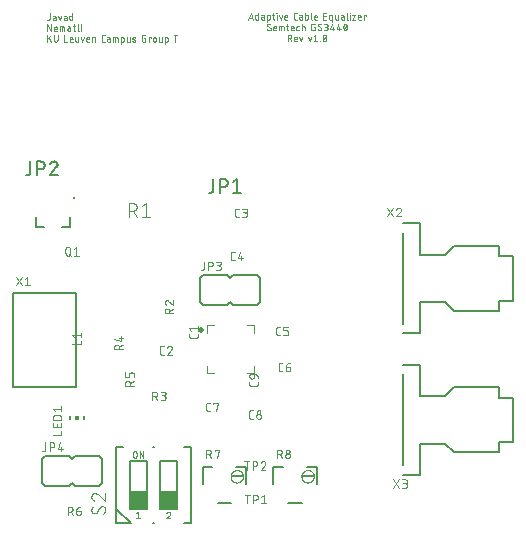
<source format=gbr>
G04 EAGLE Gerber RS-274X export*
G75*
%MOMM*%
%FSLAX34Y34*%
%LPD*%
%INSilkscreen Top*%
%IPPOS*%
%AMOC8*
5,1,8,0,0,1.08239X$1,22.5*%
G01*
%ADD10C,0.050800*%
%ADD11C,0.076200*%
%ADD12C,0.500000*%
%ADD13C,0.120000*%
%ADD14C,0.127000*%
%ADD15C,0.203200*%
%ADD16C,0.152400*%
%ADD17C,0.200000*%
%ADD18C,0.101600*%
%ADD19R,1.000000X0.250000*%
%ADD20R,1.500000X1.500000*%
%ADD21R,0.150000X0.300000*%
%ADD22R,0.300000X0.300000*%


D10*
X642117Y774130D02*
X642117Y769784D01*
X642115Y769714D01*
X642109Y769645D01*
X642099Y769576D01*
X642086Y769508D01*
X642068Y769440D01*
X642047Y769374D01*
X642022Y769309D01*
X641994Y769245D01*
X641962Y769183D01*
X641927Y769123D01*
X641888Y769065D01*
X641846Y769010D01*
X641801Y768956D01*
X641753Y768906D01*
X641703Y768858D01*
X641649Y768813D01*
X641594Y768771D01*
X641536Y768732D01*
X641476Y768697D01*
X641414Y768665D01*
X641350Y768637D01*
X641285Y768612D01*
X641219Y768591D01*
X641151Y768573D01*
X641083Y768560D01*
X641014Y768550D01*
X640945Y768544D01*
X640875Y768542D01*
X640254Y768542D01*
X645661Y770715D02*
X647058Y770715D01*
X645661Y770716D02*
X645597Y770714D01*
X645532Y770708D01*
X645469Y770699D01*
X645406Y770686D01*
X645344Y770669D01*
X645283Y770648D01*
X645223Y770624D01*
X645165Y770596D01*
X645108Y770565D01*
X645054Y770531D01*
X645001Y770493D01*
X644951Y770452D01*
X644904Y770409D01*
X644859Y770363D01*
X644817Y770314D01*
X644778Y770263D01*
X644742Y770209D01*
X644709Y770154D01*
X644680Y770096D01*
X644654Y770038D01*
X644631Y769977D01*
X644612Y769916D01*
X644597Y769853D01*
X644586Y769789D01*
X644578Y769726D01*
X644574Y769661D01*
X644574Y769597D01*
X644578Y769532D01*
X644586Y769469D01*
X644597Y769405D01*
X644612Y769342D01*
X644631Y769281D01*
X644654Y769220D01*
X644680Y769162D01*
X644709Y769104D01*
X644742Y769049D01*
X644778Y768995D01*
X644817Y768944D01*
X644859Y768895D01*
X644904Y768849D01*
X644951Y768806D01*
X645001Y768765D01*
X645054Y768727D01*
X645108Y768693D01*
X645165Y768662D01*
X645223Y768634D01*
X645283Y768610D01*
X645344Y768589D01*
X645406Y768572D01*
X645469Y768559D01*
X645532Y768550D01*
X645597Y768544D01*
X645661Y768542D01*
X647058Y768542D01*
X647058Y771336D01*
X647056Y771394D01*
X647051Y771453D01*
X647042Y771510D01*
X647029Y771568D01*
X647012Y771624D01*
X646993Y771679D01*
X646969Y771732D01*
X646943Y771785D01*
X646913Y771835D01*
X646880Y771883D01*
X646844Y771929D01*
X646806Y771973D01*
X646764Y772015D01*
X646720Y772053D01*
X646674Y772089D01*
X646626Y772122D01*
X646576Y772152D01*
X646523Y772178D01*
X646470Y772202D01*
X646415Y772221D01*
X646359Y772238D01*
X646301Y772251D01*
X646244Y772260D01*
X646185Y772265D01*
X646127Y772267D01*
X644885Y772267D01*
X649358Y772267D02*
X650600Y768542D01*
X651842Y772267D01*
X654988Y770715D02*
X656385Y770715D01*
X654988Y770716D02*
X654924Y770714D01*
X654859Y770708D01*
X654796Y770699D01*
X654733Y770686D01*
X654671Y770669D01*
X654610Y770648D01*
X654550Y770624D01*
X654492Y770596D01*
X654435Y770565D01*
X654381Y770531D01*
X654328Y770493D01*
X654278Y770452D01*
X654231Y770409D01*
X654186Y770363D01*
X654144Y770314D01*
X654105Y770263D01*
X654069Y770209D01*
X654036Y770154D01*
X654007Y770096D01*
X653981Y770038D01*
X653958Y769977D01*
X653939Y769916D01*
X653924Y769853D01*
X653913Y769789D01*
X653905Y769726D01*
X653901Y769661D01*
X653901Y769597D01*
X653905Y769532D01*
X653913Y769469D01*
X653924Y769405D01*
X653939Y769342D01*
X653958Y769281D01*
X653981Y769220D01*
X654007Y769162D01*
X654036Y769104D01*
X654069Y769049D01*
X654105Y768995D01*
X654144Y768944D01*
X654186Y768895D01*
X654231Y768849D01*
X654278Y768806D01*
X654328Y768765D01*
X654381Y768727D01*
X654435Y768693D01*
X654492Y768662D01*
X654550Y768634D01*
X654610Y768610D01*
X654671Y768589D01*
X654733Y768572D01*
X654796Y768559D01*
X654859Y768550D01*
X654924Y768544D01*
X654988Y768542D01*
X656385Y768542D01*
X656385Y771336D01*
X656383Y771394D01*
X656378Y771453D01*
X656369Y771510D01*
X656356Y771568D01*
X656339Y771624D01*
X656320Y771679D01*
X656296Y771732D01*
X656270Y771785D01*
X656240Y771835D01*
X656207Y771883D01*
X656171Y771929D01*
X656133Y771973D01*
X656091Y772015D01*
X656047Y772053D01*
X656001Y772089D01*
X655953Y772122D01*
X655903Y772152D01*
X655850Y772178D01*
X655797Y772202D01*
X655742Y772221D01*
X655686Y772238D01*
X655628Y772251D01*
X655571Y772260D01*
X655512Y772265D01*
X655454Y772267D01*
X654212Y772267D01*
X661323Y774130D02*
X661323Y768542D01*
X659770Y768542D01*
X659712Y768544D01*
X659653Y768549D01*
X659596Y768558D01*
X659538Y768571D01*
X659482Y768588D01*
X659427Y768607D01*
X659374Y768631D01*
X659321Y768657D01*
X659271Y768687D01*
X659223Y768720D01*
X659177Y768756D01*
X659133Y768794D01*
X659091Y768836D01*
X659053Y768880D01*
X659017Y768926D01*
X658984Y768974D01*
X658954Y769024D01*
X658928Y769077D01*
X658904Y769130D01*
X658885Y769185D01*
X658868Y769241D01*
X658855Y769299D01*
X658846Y769356D01*
X658841Y769415D01*
X658839Y769473D01*
X658839Y771336D01*
X658841Y771394D01*
X658846Y771453D01*
X658855Y771510D01*
X658868Y771568D01*
X658885Y771624D01*
X658904Y771679D01*
X658928Y771732D01*
X658954Y771785D01*
X658984Y771835D01*
X659017Y771883D01*
X659053Y771929D01*
X659091Y771973D01*
X659133Y772015D01*
X659177Y772053D01*
X659223Y772089D01*
X659271Y772122D01*
X659321Y772152D01*
X659374Y772178D01*
X659427Y772202D01*
X659482Y772221D01*
X659538Y772238D01*
X659596Y772251D01*
X659653Y772260D01*
X659712Y772265D01*
X659770Y772267D01*
X661323Y772267D01*
X640254Y764986D02*
X640254Y759398D01*
X643358Y759398D02*
X640254Y764986D01*
X643358Y764986D02*
X643358Y759398D01*
X646799Y759398D02*
X648351Y759398D01*
X646799Y759398D02*
X646741Y759400D01*
X646682Y759405D01*
X646625Y759414D01*
X646567Y759427D01*
X646511Y759444D01*
X646456Y759463D01*
X646403Y759487D01*
X646350Y759513D01*
X646300Y759543D01*
X646252Y759576D01*
X646206Y759612D01*
X646162Y759650D01*
X646120Y759692D01*
X646082Y759736D01*
X646046Y759782D01*
X646013Y759830D01*
X645983Y759880D01*
X645957Y759933D01*
X645933Y759986D01*
X645914Y760041D01*
X645897Y760097D01*
X645884Y760155D01*
X645875Y760212D01*
X645870Y760271D01*
X645868Y760329D01*
X645868Y761882D01*
X645870Y761952D01*
X645876Y762021D01*
X645886Y762090D01*
X645899Y762158D01*
X645917Y762226D01*
X645938Y762292D01*
X645963Y762357D01*
X645991Y762421D01*
X646023Y762483D01*
X646058Y762543D01*
X646097Y762601D01*
X646139Y762656D01*
X646184Y762710D01*
X646232Y762760D01*
X646282Y762808D01*
X646336Y762853D01*
X646391Y762895D01*
X646449Y762934D01*
X646509Y762969D01*
X646571Y763001D01*
X646635Y763029D01*
X646700Y763054D01*
X646766Y763075D01*
X646834Y763093D01*
X646902Y763106D01*
X646971Y763116D01*
X647040Y763122D01*
X647110Y763124D01*
X647180Y763122D01*
X647249Y763116D01*
X647318Y763106D01*
X647386Y763093D01*
X647454Y763075D01*
X647520Y763054D01*
X647585Y763029D01*
X647649Y763001D01*
X647711Y762969D01*
X647771Y762934D01*
X647829Y762895D01*
X647884Y762853D01*
X647938Y762808D01*
X647988Y762760D01*
X648036Y762710D01*
X648081Y762656D01*
X648123Y762601D01*
X648162Y762543D01*
X648197Y762483D01*
X648229Y762421D01*
X648257Y762357D01*
X648282Y762292D01*
X648303Y762226D01*
X648321Y762158D01*
X648334Y762090D01*
X648344Y762021D01*
X648350Y761952D01*
X648352Y761882D01*
X648351Y761882D02*
X648351Y761261D01*
X645868Y761261D01*
X650916Y759398D02*
X650916Y763123D01*
X653710Y763123D01*
X653768Y763121D01*
X653827Y763116D01*
X653884Y763107D01*
X653942Y763094D01*
X653998Y763077D01*
X654053Y763058D01*
X654106Y763034D01*
X654159Y763008D01*
X654209Y762978D01*
X654257Y762945D01*
X654303Y762909D01*
X654347Y762871D01*
X654389Y762829D01*
X654427Y762785D01*
X654463Y762739D01*
X654496Y762691D01*
X654526Y762641D01*
X654552Y762588D01*
X654576Y762535D01*
X654595Y762480D01*
X654612Y762424D01*
X654625Y762366D01*
X654634Y762309D01*
X654639Y762250D01*
X654641Y762192D01*
X654642Y762192D02*
X654642Y759398D01*
X652779Y759398D02*
X652779Y763123D01*
X658264Y761571D02*
X659661Y761571D01*
X658264Y761572D02*
X658200Y761570D01*
X658135Y761564D01*
X658072Y761555D01*
X658009Y761542D01*
X657947Y761525D01*
X657886Y761504D01*
X657826Y761480D01*
X657768Y761452D01*
X657711Y761421D01*
X657657Y761387D01*
X657604Y761349D01*
X657554Y761308D01*
X657507Y761265D01*
X657462Y761219D01*
X657420Y761170D01*
X657381Y761119D01*
X657345Y761065D01*
X657312Y761010D01*
X657283Y760952D01*
X657257Y760894D01*
X657234Y760833D01*
X657215Y760772D01*
X657200Y760709D01*
X657189Y760645D01*
X657181Y760582D01*
X657177Y760517D01*
X657177Y760453D01*
X657181Y760388D01*
X657189Y760325D01*
X657200Y760261D01*
X657215Y760198D01*
X657234Y760137D01*
X657257Y760076D01*
X657283Y760018D01*
X657312Y759960D01*
X657345Y759905D01*
X657381Y759851D01*
X657420Y759800D01*
X657462Y759751D01*
X657507Y759705D01*
X657554Y759662D01*
X657604Y759621D01*
X657657Y759583D01*
X657711Y759549D01*
X657768Y759518D01*
X657826Y759490D01*
X657886Y759466D01*
X657947Y759445D01*
X658009Y759428D01*
X658072Y759415D01*
X658135Y759406D01*
X658200Y759400D01*
X658264Y759398D01*
X659661Y759398D01*
X659661Y762192D01*
X659659Y762250D01*
X659654Y762309D01*
X659645Y762366D01*
X659632Y762424D01*
X659615Y762480D01*
X659596Y762535D01*
X659572Y762588D01*
X659546Y762641D01*
X659516Y762691D01*
X659483Y762739D01*
X659447Y762785D01*
X659409Y762829D01*
X659367Y762871D01*
X659323Y762909D01*
X659277Y762945D01*
X659229Y762978D01*
X659179Y763008D01*
X659126Y763034D01*
X659073Y763058D01*
X659018Y763077D01*
X658962Y763094D01*
X658904Y763107D01*
X658847Y763116D01*
X658788Y763121D01*
X658730Y763123D01*
X657488Y763123D01*
X661678Y763123D02*
X663541Y763123D01*
X662299Y764986D02*
X662299Y760329D01*
X662301Y760271D01*
X662306Y760212D01*
X662315Y760155D01*
X662328Y760097D01*
X662345Y760041D01*
X662364Y759986D01*
X662388Y759933D01*
X662414Y759880D01*
X662444Y759830D01*
X662477Y759782D01*
X662513Y759736D01*
X662551Y759692D01*
X662593Y759650D01*
X662637Y759612D01*
X662683Y759576D01*
X662731Y759543D01*
X662782Y759513D01*
X662834Y759487D01*
X662887Y759463D01*
X662942Y759444D01*
X662998Y759427D01*
X663056Y759414D01*
X663113Y759405D01*
X663172Y759400D01*
X663230Y759398D01*
X663541Y759398D01*
X665688Y760329D02*
X665688Y764986D01*
X665689Y760329D02*
X665691Y760271D01*
X665696Y760212D01*
X665705Y760155D01*
X665718Y760097D01*
X665735Y760041D01*
X665754Y759986D01*
X665778Y759933D01*
X665804Y759880D01*
X665834Y759830D01*
X665867Y759782D01*
X665903Y759736D01*
X665941Y759692D01*
X665983Y759650D01*
X666027Y759612D01*
X666073Y759576D01*
X666121Y759543D01*
X666171Y759513D01*
X666224Y759487D01*
X666277Y759463D01*
X666332Y759444D01*
X666388Y759427D01*
X666446Y759414D01*
X666503Y759405D01*
X666562Y759400D01*
X666620Y759398D01*
X668507Y759398D02*
X668507Y763123D01*
X668351Y764676D02*
X668351Y764986D01*
X668662Y764986D01*
X668662Y764676D01*
X668351Y764676D01*
X640254Y755842D02*
X640254Y750254D01*
X640254Y752427D02*
X643358Y755842D01*
X641496Y753669D02*
X643358Y750254D01*
X645657Y751806D02*
X645657Y755842D01*
X645658Y751806D02*
X645660Y751729D01*
X645666Y751651D01*
X645675Y751575D01*
X645689Y751498D01*
X645706Y751423D01*
X645727Y751349D01*
X645752Y751275D01*
X645780Y751203D01*
X645812Y751133D01*
X645847Y751064D01*
X645886Y750997D01*
X645928Y750932D01*
X645973Y750869D01*
X646021Y750808D01*
X646072Y750750D01*
X646126Y750695D01*
X646183Y750642D01*
X646242Y750593D01*
X646304Y750546D01*
X646368Y750502D01*
X646434Y750462D01*
X646502Y750425D01*
X646572Y750391D01*
X646643Y750361D01*
X646716Y750335D01*
X646790Y750312D01*
X646865Y750293D01*
X646940Y750278D01*
X647017Y750266D01*
X647094Y750258D01*
X647171Y750254D01*
X647249Y750254D01*
X647326Y750258D01*
X647403Y750266D01*
X647480Y750278D01*
X647555Y750293D01*
X647630Y750312D01*
X647704Y750335D01*
X647777Y750361D01*
X647848Y750391D01*
X647918Y750425D01*
X647986Y750462D01*
X648052Y750502D01*
X648116Y750546D01*
X648178Y750593D01*
X648237Y750642D01*
X648294Y750695D01*
X648348Y750750D01*
X648399Y750808D01*
X648447Y750869D01*
X648492Y750932D01*
X648534Y750997D01*
X648573Y751064D01*
X648608Y751133D01*
X648640Y751203D01*
X648668Y751275D01*
X648693Y751349D01*
X648714Y751423D01*
X648731Y751498D01*
X648745Y751575D01*
X648754Y751651D01*
X648760Y751729D01*
X648762Y751806D01*
X648762Y755842D01*
X654447Y755842D02*
X654447Y750254D01*
X656930Y750254D01*
X659883Y750254D02*
X661436Y750254D01*
X659883Y750254D02*
X659825Y750256D01*
X659766Y750261D01*
X659709Y750270D01*
X659651Y750283D01*
X659595Y750300D01*
X659540Y750319D01*
X659487Y750343D01*
X659434Y750369D01*
X659384Y750399D01*
X659336Y750432D01*
X659290Y750468D01*
X659246Y750506D01*
X659204Y750548D01*
X659166Y750592D01*
X659130Y750638D01*
X659097Y750686D01*
X659067Y750736D01*
X659041Y750789D01*
X659017Y750842D01*
X658998Y750897D01*
X658981Y750953D01*
X658968Y751011D01*
X658959Y751068D01*
X658954Y751127D01*
X658952Y751185D01*
X658952Y752738D01*
X658954Y752808D01*
X658960Y752877D01*
X658970Y752946D01*
X658983Y753014D01*
X659001Y753082D01*
X659022Y753148D01*
X659047Y753213D01*
X659075Y753277D01*
X659107Y753339D01*
X659142Y753399D01*
X659181Y753457D01*
X659223Y753512D01*
X659268Y753566D01*
X659316Y753616D01*
X659366Y753664D01*
X659420Y753709D01*
X659475Y753751D01*
X659533Y753790D01*
X659593Y753825D01*
X659655Y753857D01*
X659719Y753885D01*
X659784Y753910D01*
X659850Y753931D01*
X659918Y753949D01*
X659986Y753962D01*
X660055Y753972D01*
X660124Y753978D01*
X660194Y753980D01*
X660264Y753978D01*
X660333Y753972D01*
X660402Y753962D01*
X660470Y753949D01*
X660538Y753931D01*
X660604Y753910D01*
X660669Y753885D01*
X660733Y753857D01*
X660795Y753825D01*
X660855Y753790D01*
X660913Y753751D01*
X660968Y753709D01*
X661022Y753664D01*
X661072Y753616D01*
X661120Y753566D01*
X661165Y753512D01*
X661207Y753457D01*
X661246Y753399D01*
X661281Y753339D01*
X661313Y753277D01*
X661341Y753213D01*
X661366Y753148D01*
X661387Y753082D01*
X661405Y753014D01*
X661418Y752946D01*
X661428Y752877D01*
X661434Y752808D01*
X661436Y752738D01*
X661436Y752117D01*
X658952Y752117D01*
X663890Y751185D02*
X663890Y753979D01*
X663890Y751185D02*
X663892Y751127D01*
X663897Y751068D01*
X663906Y751011D01*
X663919Y750953D01*
X663936Y750897D01*
X663955Y750842D01*
X663979Y750789D01*
X664005Y750736D01*
X664035Y750686D01*
X664068Y750638D01*
X664104Y750592D01*
X664142Y750548D01*
X664184Y750506D01*
X664228Y750468D01*
X664274Y750432D01*
X664322Y750399D01*
X664372Y750369D01*
X664425Y750343D01*
X664478Y750319D01*
X664533Y750300D01*
X664589Y750283D01*
X664647Y750270D01*
X664704Y750261D01*
X664763Y750256D01*
X664821Y750254D01*
X666373Y750254D01*
X666373Y753979D01*
X668645Y753979D02*
X669886Y750254D01*
X671128Y753979D01*
X674148Y750254D02*
X675700Y750254D01*
X674148Y750254D02*
X674090Y750256D01*
X674031Y750261D01*
X673974Y750270D01*
X673916Y750283D01*
X673860Y750300D01*
X673805Y750319D01*
X673752Y750343D01*
X673699Y750369D01*
X673649Y750399D01*
X673601Y750432D01*
X673555Y750468D01*
X673511Y750506D01*
X673469Y750548D01*
X673431Y750592D01*
X673395Y750638D01*
X673362Y750686D01*
X673332Y750736D01*
X673306Y750789D01*
X673282Y750842D01*
X673263Y750897D01*
X673246Y750953D01*
X673233Y751011D01*
X673224Y751068D01*
X673219Y751127D01*
X673217Y751185D01*
X673217Y752738D01*
X673216Y752738D02*
X673218Y752808D01*
X673224Y752877D01*
X673234Y752946D01*
X673247Y753014D01*
X673265Y753082D01*
X673286Y753148D01*
X673311Y753213D01*
X673339Y753277D01*
X673371Y753339D01*
X673406Y753399D01*
X673445Y753457D01*
X673487Y753512D01*
X673532Y753566D01*
X673580Y753616D01*
X673630Y753664D01*
X673684Y753709D01*
X673739Y753751D01*
X673797Y753790D01*
X673857Y753825D01*
X673919Y753857D01*
X673983Y753885D01*
X674048Y753910D01*
X674114Y753931D01*
X674182Y753949D01*
X674250Y753962D01*
X674319Y753972D01*
X674388Y753978D01*
X674458Y753980D01*
X674528Y753978D01*
X674597Y753972D01*
X674666Y753962D01*
X674734Y753949D01*
X674802Y753931D01*
X674868Y753910D01*
X674933Y753885D01*
X674997Y753857D01*
X675059Y753825D01*
X675119Y753790D01*
X675177Y753751D01*
X675232Y753709D01*
X675286Y753664D01*
X675336Y753616D01*
X675384Y753566D01*
X675429Y753512D01*
X675471Y753457D01*
X675510Y753399D01*
X675545Y753339D01*
X675577Y753277D01*
X675605Y753213D01*
X675630Y753148D01*
X675651Y753082D01*
X675669Y753014D01*
X675682Y752946D01*
X675692Y752877D01*
X675698Y752808D01*
X675700Y752738D01*
X675700Y752117D01*
X673217Y752117D01*
X678154Y750254D02*
X678154Y753979D01*
X679707Y753979D01*
X679765Y753977D01*
X679824Y753972D01*
X679881Y753963D01*
X679939Y753950D01*
X679995Y753933D01*
X680050Y753914D01*
X680103Y753890D01*
X680156Y753864D01*
X680206Y753834D01*
X680254Y753801D01*
X680300Y753765D01*
X680344Y753727D01*
X680386Y753685D01*
X680424Y753641D01*
X680460Y753595D01*
X680493Y753547D01*
X680523Y753497D01*
X680549Y753444D01*
X680573Y753391D01*
X680592Y753336D01*
X680609Y753280D01*
X680622Y753222D01*
X680631Y753165D01*
X680636Y753106D01*
X680638Y753048D01*
X680638Y750254D01*
X687299Y750254D02*
X688541Y750254D01*
X687299Y750254D02*
X687229Y750256D01*
X687160Y750262D01*
X687091Y750272D01*
X687023Y750285D01*
X686955Y750303D01*
X686889Y750324D01*
X686824Y750349D01*
X686760Y750377D01*
X686698Y750409D01*
X686638Y750444D01*
X686580Y750483D01*
X686525Y750525D01*
X686471Y750570D01*
X686421Y750618D01*
X686373Y750668D01*
X686328Y750722D01*
X686286Y750777D01*
X686247Y750835D01*
X686212Y750895D01*
X686180Y750957D01*
X686152Y751021D01*
X686127Y751086D01*
X686106Y751152D01*
X686088Y751220D01*
X686075Y751288D01*
X686065Y751357D01*
X686059Y751426D01*
X686057Y751496D01*
X686057Y754600D01*
X686059Y754670D01*
X686065Y754739D01*
X686075Y754808D01*
X686088Y754876D01*
X686106Y754944D01*
X686127Y755010D01*
X686152Y755075D01*
X686180Y755139D01*
X686212Y755201D01*
X686247Y755261D01*
X686286Y755319D01*
X686328Y755374D01*
X686373Y755428D01*
X686421Y755478D01*
X686471Y755526D01*
X686525Y755571D01*
X686580Y755613D01*
X686638Y755652D01*
X686698Y755687D01*
X686760Y755719D01*
X686824Y755747D01*
X686889Y755772D01*
X686955Y755793D01*
X687023Y755811D01*
X687091Y755824D01*
X687160Y755834D01*
X687229Y755840D01*
X687299Y755842D01*
X688541Y755842D01*
X691648Y752427D02*
X693045Y752427D01*
X691648Y752428D02*
X691584Y752426D01*
X691519Y752420D01*
X691456Y752411D01*
X691393Y752398D01*
X691331Y752381D01*
X691270Y752360D01*
X691210Y752336D01*
X691152Y752308D01*
X691095Y752277D01*
X691041Y752243D01*
X690988Y752205D01*
X690938Y752164D01*
X690891Y752121D01*
X690846Y752075D01*
X690804Y752026D01*
X690765Y751975D01*
X690729Y751921D01*
X690696Y751866D01*
X690667Y751808D01*
X690641Y751750D01*
X690618Y751689D01*
X690599Y751628D01*
X690584Y751565D01*
X690573Y751501D01*
X690565Y751438D01*
X690561Y751373D01*
X690561Y751309D01*
X690565Y751244D01*
X690573Y751181D01*
X690584Y751117D01*
X690599Y751054D01*
X690618Y750993D01*
X690641Y750932D01*
X690667Y750874D01*
X690696Y750816D01*
X690729Y750761D01*
X690765Y750707D01*
X690804Y750656D01*
X690846Y750607D01*
X690891Y750561D01*
X690938Y750518D01*
X690988Y750477D01*
X691041Y750439D01*
X691095Y750405D01*
X691152Y750374D01*
X691210Y750346D01*
X691270Y750322D01*
X691331Y750301D01*
X691393Y750284D01*
X691456Y750271D01*
X691519Y750262D01*
X691584Y750256D01*
X691648Y750254D01*
X693045Y750254D01*
X693045Y753048D01*
X693044Y753048D02*
X693042Y753106D01*
X693037Y753165D01*
X693028Y753222D01*
X693015Y753280D01*
X692998Y753336D01*
X692979Y753391D01*
X692955Y753444D01*
X692929Y753497D01*
X692899Y753547D01*
X692866Y753595D01*
X692830Y753641D01*
X692792Y753685D01*
X692750Y753727D01*
X692706Y753765D01*
X692660Y753801D01*
X692612Y753834D01*
X692562Y753864D01*
X692509Y753890D01*
X692456Y753914D01*
X692401Y753933D01*
X692345Y753950D01*
X692287Y753963D01*
X692230Y753972D01*
X692171Y753977D01*
X692113Y753979D01*
X690872Y753979D01*
X695821Y753979D02*
X695821Y750254D01*
X695821Y753979D02*
X698615Y753979D01*
X698673Y753977D01*
X698732Y753972D01*
X698789Y753963D01*
X698847Y753950D01*
X698903Y753933D01*
X698958Y753914D01*
X699011Y753890D01*
X699064Y753864D01*
X699114Y753834D01*
X699162Y753801D01*
X699208Y753765D01*
X699252Y753727D01*
X699294Y753685D01*
X699332Y753641D01*
X699368Y753595D01*
X699401Y753547D01*
X699431Y753497D01*
X699457Y753444D01*
X699481Y753391D01*
X699500Y753336D01*
X699517Y753280D01*
X699530Y753222D01*
X699539Y753165D01*
X699544Y753106D01*
X699546Y753048D01*
X699547Y753048D02*
X699547Y750254D01*
X697684Y750254D02*
X697684Y753979D01*
X702323Y753979D02*
X702323Y748391D01*
X702323Y753979D02*
X703875Y753979D01*
X703933Y753977D01*
X703992Y753972D01*
X704049Y753963D01*
X704107Y753950D01*
X704163Y753933D01*
X704218Y753914D01*
X704271Y753890D01*
X704324Y753864D01*
X704374Y753834D01*
X704422Y753801D01*
X704468Y753765D01*
X704512Y753727D01*
X704554Y753685D01*
X704592Y753641D01*
X704628Y753595D01*
X704661Y753547D01*
X704691Y753497D01*
X704717Y753444D01*
X704741Y753391D01*
X704760Y753336D01*
X704777Y753280D01*
X704790Y753222D01*
X704799Y753165D01*
X704804Y753106D01*
X704806Y753048D01*
X704807Y753048D02*
X704807Y751185D01*
X704806Y751185D02*
X704804Y751127D01*
X704799Y751068D01*
X704790Y751011D01*
X704777Y750953D01*
X704760Y750897D01*
X704741Y750842D01*
X704717Y750789D01*
X704691Y750736D01*
X704661Y750686D01*
X704628Y750638D01*
X704592Y750592D01*
X704554Y750548D01*
X704512Y750506D01*
X704468Y750468D01*
X704422Y750432D01*
X704374Y750399D01*
X704324Y750369D01*
X704271Y750343D01*
X704218Y750319D01*
X704163Y750300D01*
X704107Y750283D01*
X704049Y750270D01*
X703992Y750261D01*
X703933Y750256D01*
X703875Y750254D01*
X702323Y750254D01*
X707232Y751185D02*
X707232Y753979D01*
X707232Y751185D02*
X707234Y751127D01*
X707239Y751068D01*
X707248Y751011D01*
X707261Y750953D01*
X707278Y750897D01*
X707297Y750842D01*
X707321Y750789D01*
X707347Y750736D01*
X707377Y750686D01*
X707410Y750638D01*
X707446Y750592D01*
X707484Y750548D01*
X707526Y750506D01*
X707570Y750468D01*
X707616Y750432D01*
X707664Y750399D01*
X707714Y750369D01*
X707767Y750343D01*
X707820Y750319D01*
X707875Y750300D01*
X707931Y750283D01*
X707989Y750270D01*
X708046Y750261D01*
X708105Y750256D01*
X708163Y750254D01*
X709716Y750254D01*
X709716Y753979D01*
X712635Y752427D02*
X714188Y751806D01*
X712635Y752427D02*
X712584Y752449D01*
X712535Y752475D01*
X712487Y752504D01*
X712442Y752537D01*
X712399Y752573D01*
X712358Y752611D01*
X712321Y752653D01*
X712286Y752696D01*
X712254Y752742D01*
X712226Y752791D01*
X712201Y752841D01*
X712180Y752892D01*
X712162Y752945D01*
X712148Y752999D01*
X712138Y753054D01*
X712132Y753110D01*
X712129Y753165D01*
X712130Y753221D01*
X712136Y753277D01*
X712145Y753332D01*
X712157Y753386D01*
X712174Y753440D01*
X712194Y753492D01*
X712218Y753542D01*
X712245Y753591D01*
X712276Y753638D01*
X712310Y753682D01*
X712346Y753724D01*
X712386Y753764D01*
X712428Y753800D01*
X712473Y753834D01*
X712520Y753864D01*
X712568Y753891D01*
X712619Y753915D01*
X712671Y753935D01*
X712725Y753951D01*
X712779Y753964D01*
X712834Y753973D01*
X712890Y753978D01*
X712946Y753979D01*
X712946Y753980D02*
X713057Y753976D01*
X713168Y753970D01*
X713278Y753959D01*
X713388Y753945D01*
X713498Y753928D01*
X713607Y753908D01*
X713715Y753884D01*
X713822Y753856D01*
X713929Y753825D01*
X714034Y753791D01*
X714139Y753754D01*
X714242Y753713D01*
X714344Y753669D01*
X714188Y751806D02*
X714239Y751784D01*
X714288Y751758D01*
X714336Y751729D01*
X714381Y751696D01*
X714424Y751660D01*
X714465Y751622D01*
X714502Y751580D01*
X714537Y751537D01*
X714569Y751491D01*
X714597Y751442D01*
X714622Y751392D01*
X714643Y751341D01*
X714661Y751288D01*
X714675Y751234D01*
X714685Y751179D01*
X714691Y751123D01*
X714694Y751068D01*
X714693Y751012D01*
X714687Y750956D01*
X714678Y750901D01*
X714666Y750847D01*
X714649Y750793D01*
X714629Y750741D01*
X714605Y750691D01*
X714578Y750642D01*
X714547Y750595D01*
X714513Y750551D01*
X714477Y750509D01*
X714437Y750469D01*
X714395Y750433D01*
X714350Y750399D01*
X714303Y750369D01*
X714255Y750342D01*
X714204Y750318D01*
X714152Y750298D01*
X714098Y750282D01*
X714044Y750269D01*
X713989Y750260D01*
X713933Y750255D01*
X713877Y750254D01*
X713743Y750257D01*
X713609Y750264D01*
X713475Y750275D01*
X713342Y750288D01*
X713209Y750306D01*
X713076Y750326D01*
X712944Y750350D01*
X712813Y750378D01*
X712682Y750408D01*
X712553Y750442D01*
X712424Y750480D01*
X712296Y750520D01*
X712169Y750564D01*
X722262Y753358D02*
X723193Y753358D01*
X723193Y750254D01*
X721331Y750254D01*
X721261Y750256D01*
X721192Y750262D01*
X721123Y750272D01*
X721055Y750285D01*
X720987Y750303D01*
X720921Y750324D01*
X720856Y750349D01*
X720792Y750377D01*
X720730Y750409D01*
X720670Y750444D01*
X720612Y750483D01*
X720557Y750525D01*
X720503Y750570D01*
X720453Y750618D01*
X720405Y750668D01*
X720360Y750722D01*
X720318Y750777D01*
X720279Y750835D01*
X720244Y750895D01*
X720212Y750957D01*
X720184Y751021D01*
X720159Y751086D01*
X720138Y751152D01*
X720120Y751220D01*
X720107Y751288D01*
X720097Y751357D01*
X720091Y751426D01*
X720089Y751496D01*
X720089Y754600D01*
X720091Y754670D01*
X720097Y754739D01*
X720107Y754808D01*
X720120Y754876D01*
X720138Y754944D01*
X720159Y755010D01*
X720184Y755075D01*
X720212Y755139D01*
X720244Y755201D01*
X720279Y755261D01*
X720318Y755319D01*
X720360Y755374D01*
X720405Y755428D01*
X720453Y755478D01*
X720503Y755526D01*
X720557Y755571D01*
X720612Y755613D01*
X720670Y755652D01*
X720730Y755687D01*
X720792Y755719D01*
X720856Y755747D01*
X720921Y755772D01*
X720987Y755793D01*
X721055Y755811D01*
X721123Y755824D01*
X721192Y755834D01*
X721261Y755840D01*
X721331Y755842D01*
X723193Y755842D01*
X725918Y753979D02*
X725918Y750254D01*
X725918Y753979D02*
X727781Y753979D01*
X727781Y753358D01*
X729543Y752738D02*
X729543Y751496D01*
X729543Y752738D02*
X729545Y752808D01*
X729551Y752877D01*
X729561Y752946D01*
X729574Y753014D01*
X729592Y753082D01*
X729613Y753148D01*
X729638Y753213D01*
X729666Y753277D01*
X729698Y753339D01*
X729733Y753399D01*
X729772Y753457D01*
X729814Y753512D01*
X729859Y753566D01*
X729907Y753616D01*
X729957Y753664D01*
X730011Y753709D01*
X730066Y753751D01*
X730124Y753790D01*
X730184Y753825D01*
X730246Y753857D01*
X730310Y753885D01*
X730375Y753910D01*
X730441Y753931D01*
X730509Y753949D01*
X730577Y753962D01*
X730646Y753972D01*
X730715Y753978D01*
X730785Y753980D01*
X730855Y753978D01*
X730924Y753972D01*
X730993Y753962D01*
X731061Y753949D01*
X731129Y753931D01*
X731195Y753910D01*
X731260Y753885D01*
X731324Y753857D01*
X731386Y753825D01*
X731446Y753790D01*
X731504Y753751D01*
X731559Y753709D01*
X731613Y753664D01*
X731663Y753616D01*
X731711Y753566D01*
X731756Y753512D01*
X731798Y753457D01*
X731837Y753399D01*
X731872Y753339D01*
X731904Y753277D01*
X731932Y753213D01*
X731957Y753148D01*
X731978Y753082D01*
X731996Y753014D01*
X732009Y752946D01*
X732019Y752877D01*
X732025Y752808D01*
X732027Y752738D01*
X732027Y751496D01*
X732025Y751426D01*
X732019Y751357D01*
X732009Y751288D01*
X731996Y751220D01*
X731978Y751152D01*
X731957Y751086D01*
X731932Y751021D01*
X731904Y750957D01*
X731872Y750895D01*
X731837Y750835D01*
X731798Y750777D01*
X731756Y750722D01*
X731711Y750668D01*
X731663Y750618D01*
X731613Y750570D01*
X731559Y750525D01*
X731504Y750483D01*
X731446Y750444D01*
X731386Y750409D01*
X731324Y750377D01*
X731260Y750349D01*
X731195Y750324D01*
X731129Y750303D01*
X731061Y750285D01*
X730993Y750272D01*
X730924Y750262D01*
X730855Y750256D01*
X730785Y750254D01*
X730715Y750256D01*
X730646Y750262D01*
X730577Y750272D01*
X730509Y750285D01*
X730441Y750303D01*
X730375Y750324D01*
X730310Y750349D01*
X730246Y750377D01*
X730184Y750409D01*
X730124Y750444D01*
X730066Y750483D01*
X730011Y750525D01*
X729957Y750570D01*
X729907Y750618D01*
X729859Y750668D01*
X729814Y750722D01*
X729772Y750777D01*
X729733Y750835D01*
X729698Y750895D01*
X729666Y750957D01*
X729638Y751021D01*
X729613Y751086D01*
X729592Y751152D01*
X729574Y751220D01*
X729561Y751288D01*
X729551Y751357D01*
X729545Y751426D01*
X729543Y751496D01*
X734481Y751185D02*
X734481Y753979D01*
X734481Y751185D02*
X734483Y751127D01*
X734488Y751068D01*
X734497Y751011D01*
X734510Y750953D01*
X734527Y750897D01*
X734546Y750842D01*
X734570Y750789D01*
X734596Y750736D01*
X734626Y750686D01*
X734659Y750638D01*
X734695Y750592D01*
X734733Y750548D01*
X734775Y750506D01*
X734819Y750468D01*
X734865Y750432D01*
X734913Y750399D01*
X734963Y750369D01*
X735016Y750343D01*
X735069Y750319D01*
X735124Y750300D01*
X735180Y750283D01*
X735238Y750270D01*
X735295Y750261D01*
X735354Y750256D01*
X735412Y750254D01*
X736965Y750254D01*
X736965Y753979D01*
X739630Y753979D02*
X739630Y748391D01*
X739630Y753979D02*
X741183Y753979D01*
X741241Y753977D01*
X741300Y753972D01*
X741357Y753963D01*
X741415Y753950D01*
X741471Y753933D01*
X741526Y753914D01*
X741579Y753890D01*
X741632Y753864D01*
X741682Y753834D01*
X741730Y753801D01*
X741776Y753765D01*
X741820Y753727D01*
X741862Y753685D01*
X741900Y753641D01*
X741936Y753595D01*
X741969Y753547D01*
X741999Y753497D01*
X742025Y753444D01*
X742049Y753391D01*
X742068Y753336D01*
X742085Y753280D01*
X742098Y753222D01*
X742107Y753165D01*
X742112Y753106D01*
X742114Y753048D01*
X742114Y751185D01*
X742112Y751127D01*
X742107Y751068D01*
X742098Y751011D01*
X742085Y750953D01*
X742068Y750897D01*
X742049Y750842D01*
X742025Y750789D01*
X741999Y750736D01*
X741969Y750686D01*
X741936Y750638D01*
X741900Y750592D01*
X741862Y750548D01*
X741820Y750506D01*
X741776Y750468D01*
X741730Y750432D01*
X741682Y750399D01*
X741632Y750369D01*
X741579Y750343D01*
X741526Y750319D01*
X741471Y750300D01*
X741415Y750283D01*
X741357Y750270D01*
X741300Y750261D01*
X741241Y750256D01*
X741183Y750254D01*
X739630Y750254D01*
X748524Y750254D02*
X748524Y755842D01*
X746972Y755842D02*
X750076Y755842D01*
X810279Y769017D02*
X812142Y774605D01*
X814005Y769017D01*
X813539Y770414D02*
X810745Y770414D01*
X818475Y769017D02*
X818475Y774605D01*
X818475Y769017D02*
X816923Y769017D01*
X816865Y769019D01*
X816806Y769024D01*
X816749Y769033D01*
X816691Y769046D01*
X816635Y769063D01*
X816580Y769082D01*
X816527Y769106D01*
X816474Y769132D01*
X816424Y769162D01*
X816376Y769195D01*
X816330Y769231D01*
X816286Y769269D01*
X816244Y769311D01*
X816206Y769355D01*
X816170Y769401D01*
X816137Y769449D01*
X816107Y769499D01*
X816081Y769552D01*
X816057Y769605D01*
X816038Y769660D01*
X816021Y769716D01*
X816008Y769774D01*
X815999Y769831D01*
X815994Y769890D01*
X815992Y769948D01*
X815992Y771811D01*
X815994Y771869D01*
X815999Y771928D01*
X816008Y771985D01*
X816021Y772043D01*
X816038Y772099D01*
X816057Y772154D01*
X816081Y772207D01*
X816107Y772260D01*
X816137Y772310D01*
X816170Y772358D01*
X816206Y772404D01*
X816244Y772448D01*
X816286Y772490D01*
X816330Y772528D01*
X816376Y772564D01*
X816424Y772597D01*
X816474Y772627D01*
X816527Y772653D01*
X816580Y772677D01*
X816635Y772696D01*
X816691Y772713D01*
X816749Y772726D01*
X816806Y772735D01*
X816865Y772740D01*
X816923Y772742D01*
X818475Y772742D01*
X822016Y771190D02*
X823413Y771190D01*
X822016Y771191D02*
X821952Y771189D01*
X821887Y771183D01*
X821824Y771174D01*
X821761Y771161D01*
X821699Y771144D01*
X821638Y771123D01*
X821578Y771099D01*
X821520Y771071D01*
X821463Y771040D01*
X821409Y771006D01*
X821356Y770968D01*
X821306Y770927D01*
X821259Y770884D01*
X821214Y770838D01*
X821172Y770789D01*
X821133Y770738D01*
X821097Y770684D01*
X821064Y770629D01*
X821035Y770571D01*
X821009Y770513D01*
X820986Y770452D01*
X820967Y770391D01*
X820952Y770328D01*
X820941Y770264D01*
X820933Y770201D01*
X820929Y770136D01*
X820929Y770072D01*
X820933Y770007D01*
X820941Y769944D01*
X820952Y769880D01*
X820967Y769817D01*
X820986Y769756D01*
X821009Y769695D01*
X821035Y769637D01*
X821064Y769579D01*
X821097Y769524D01*
X821133Y769470D01*
X821172Y769419D01*
X821214Y769370D01*
X821259Y769324D01*
X821306Y769281D01*
X821356Y769240D01*
X821409Y769202D01*
X821463Y769168D01*
X821520Y769137D01*
X821578Y769109D01*
X821638Y769085D01*
X821699Y769064D01*
X821761Y769047D01*
X821824Y769034D01*
X821887Y769025D01*
X821952Y769019D01*
X822016Y769017D01*
X823413Y769017D01*
X823413Y771811D01*
X823411Y771869D01*
X823406Y771928D01*
X823397Y771985D01*
X823384Y772043D01*
X823367Y772099D01*
X823348Y772154D01*
X823324Y772207D01*
X823298Y772260D01*
X823268Y772310D01*
X823235Y772358D01*
X823199Y772404D01*
X823161Y772448D01*
X823119Y772490D01*
X823075Y772528D01*
X823029Y772564D01*
X822981Y772597D01*
X822931Y772627D01*
X822878Y772653D01*
X822825Y772677D01*
X822770Y772696D01*
X822714Y772713D01*
X822656Y772726D01*
X822599Y772735D01*
X822540Y772740D01*
X822482Y772742D01*
X821240Y772742D01*
X826108Y772742D02*
X826108Y767154D01*
X826108Y772742D02*
X827660Y772742D01*
X827718Y772740D01*
X827777Y772735D01*
X827834Y772726D01*
X827892Y772713D01*
X827948Y772696D01*
X828003Y772677D01*
X828056Y772653D01*
X828109Y772627D01*
X828159Y772597D01*
X828207Y772564D01*
X828253Y772528D01*
X828297Y772490D01*
X828339Y772448D01*
X828377Y772404D01*
X828413Y772358D01*
X828446Y772310D01*
X828476Y772260D01*
X828502Y772207D01*
X828526Y772154D01*
X828545Y772099D01*
X828562Y772043D01*
X828575Y771985D01*
X828584Y771928D01*
X828589Y771869D01*
X828591Y771811D01*
X828591Y769948D01*
X828589Y769890D01*
X828584Y769831D01*
X828575Y769774D01*
X828562Y769716D01*
X828545Y769660D01*
X828526Y769605D01*
X828502Y769552D01*
X828476Y769499D01*
X828446Y769449D01*
X828413Y769401D01*
X828377Y769355D01*
X828339Y769311D01*
X828297Y769269D01*
X828253Y769231D01*
X828207Y769195D01*
X828159Y769162D01*
X828109Y769132D01*
X828056Y769106D01*
X828003Y769082D01*
X827948Y769063D01*
X827892Y769046D01*
X827834Y769033D01*
X827777Y769024D01*
X827718Y769019D01*
X827660Y769017D01*
X826108Y769017D01*
X830368Y772742D02*
X832230Y772742D01*
X830988Y774605D02*
X830988Y769948D01*
X830989Y769948D02*
X830991Y769890D01*
X830996Y769831D01*
X831005Y769774D01*
X831018Y769716D01*
X831035Y769660D01*
X831054Y769605D01*
X831078Y769552D01*
X831104Y769499D01*
X831134Y769449D01*
X831167Y769401D01*
X831203Y769355D01*
X831241Y769311D01*
X831283Y769269D01*
X831327Y769231D01*
X831373Y769195D01*
X831421Y769162D01*
X831472Y769132D01*
X831524Y769106D01*
X831577Y769082D01*
X831632Y769063D01*
X831688Y769046D01*
X831746Y769033D01*
X831803Y769024D01*
X831862Y769019D01*
X831920Y769017D01*
X832230Y769017D01*
X834270Y769017D02*
X834270Y772742D01*
X834115Y774295D02*
X834115Y774605D01*
X834425Y774605D01*
X834425Y774295D01*
X834115Y774295D01*
X836320Y772742D02*
X837562Y769017D01*
X838804Y772742D01*
X841824Y769017D02*
X843376Y769017D01*
X841824Y769017D02*
X841766Y769019D01*
X841707Y769024D01*
X841650Y769033D01*
X841592Y769046D01*
X841536Y769063D01*
X841481Y769082D01*
X841428Y769106D01*
X841375Y769132D01*
X841325Y769162D01*
X841277Y769195D01*
X841231Y769231D01*
X841187Y769269D01*
X841145Y769311D01*
X841107Y769355D01*
X841071Y769401D01*
X841038Y769449D01*
X841008Y769499D01*
X840982Y769552D01*
X840958Y769605D01*
X840939Y769660D01*
X840922Y769716D01*
X840909Y769774D01*
X840900Y769831D01*
X840895Y769890D01*
X840893Y769948D01*
X840892Y769948D02*
X840892Y771501D01*
X840894Y771571D01*
X840900Y771640D01*
X840910Y771709D01*
X840923Y771777D01*
X840941Y771845D01*
X840962Y771911D01*
X840987Y771976D01*
X841015Y772040D01*
X841047Y772102D01*
X841082Y772162D01*
X841121Y772220D01*
X841163Y772275D01*
X841208Y772329D01*
X841256Y772379D01*
X841306Y772427D01*
X841360Y772472D01*
X841415Y772514D01*
X841473Y772553D01*
X841533Y772588D01*
X841595Y772620D01*
X841659Y772648D01*
X841724Y772673D01*
X841790Y772694D01*
X841858Y772712D01*
X841926Y772725D01*
X841995Y772735D01*
X842064Y772741D01*
X842134Y772743D01*
X842204Y772741D01*
X842273Y772735D01*
X842342Y772725D01*
X842410Y772712D01*
X842478Y772694D01*
X842544Y772673D01*
X842609Y772648D01*
X842673Y772620D01*
X842735Y772588D01*
X842795Y772553D01*
X842853Y772514D01*
X842908Y772472D01*
X842962Y772427D01*
X843012Y772379D01*
X843060Y772329D01*
X843105Y772275D01*
X843147Y772220D01*
X843186Y772162D01*
X843221Y772102D01*
X843253Y772040D01*
X843281Y771976D01*
X843306Y771911D01*
X843327Y771845D01*
X843345Y771777D01*
X843358Y771709D01*
X843368Y771640D01*
X843374Y771571D01*
X843376Y771501D01*
X843376Y770880D01*
X840892Y770880D01*
X849854Y769017D02*
X851096Y769017D01*
X849854Y769017D02*
X849784Y769019D01*
X849715Y769025D01*
X849646Y769035D01*
X849578Y769048D01*
X849510Y769066D01*
X849444Y769087D01*
X849379Y769112D01*
X849315Y769140D01*
X849253Y769172D01*
X849193Y769207D01*
X849135Y769246D01*
X849080Y769288D01*
X849026Y769333D01*
X848976Y769381D01*
X848928Y769431D01*
X848883Y769485D01*
X848841Y769540D01*
X848802Y769598D01*
X848767Y769658D01*
X848735Y769720D01*
X848707Y769784D01*
X848682Y769849D01*
X848661Y769915D01*
X848643Y769983D01*
X848630Y770051D01*
X848620Y770120D01*
X848614Y770189D01*
X848612Y770259D01*
X848612Y773363D01*
X848614Y773433D01*
X848620Y773502D01*
X848630Y773571D01*
X848643Y773639D01*
X848661Y773707D01*
X848682Y773773D01*
X848707Y773838D01*
X848735Y773902D01*
X848767Y773964D01*
X848802Y774024D01*
X848841Y774082D01*
X848883Y774137D01*
X848928Y774191D01*
X848976Y774241D01*
X849026Y774289D01*
X849080Y774334D01*
X849135Y774376D01*
X849193Y774415D01*
X849253Y774450D01*
X849315Y774482D01*
X849379Y774510D01*
X849444Y774535D01*
X849510Y774556D01*
X849578Y774574D01*
X849646Y774587D01*
X849715Y774597D01*
X849784Y774603D01*
X849854Y774605D01*
X851096Y774605D01*
X854203Y771190D02*
X855600Y771190D01*
X854203Y771191D02*
X854139Y771189D01*
X854074Y771183D01*
X854011Y771174D01*
X853948Y771161D01*
X853886Y771144D01*
X853825Y771123D01*
X853765Y771099D01*
X853707Y771071D01*
X853650Y771040D01*
X853596Y771006D01*
X853543Y770968D01*
X853493Y770927D01*
X853446Y770884D01*
X853401Y770838D01*
X853359Y770789D01*
X853320Y770738D01*
X853284Y770684D01*
X853251Y770629D01*
X853222Y770571D01*
X853196Y770513D01*
X853173Y770452D01*
X853154Y770391D01*
X853139Y770328D01*
X853128Y770264D01*
X853120Y770201D01*
X853116Y770136D01*
X853116Y770072D01*
X853120Y770007D01*
X853128Y769944D01*
X853139Y769880D01*
X853154Y769817D01*
X853173Y769756D01*
X853196Y769695D01*
X853222Y769637D01*
X853251Y769579D01*
X853284Y769524D01*
X853320Y769470D01*
X853359Y769419D01*
X853401Y769370D01*
X853446Y769324D01*
X853493Y769281D01*
X853543Y769240D01*
X853596Y769202D01*
X853650Y769168D01*
X853707Y769137D01*
X853765Y769109D01*
X853825Y769085D01*
X853886Y769064D01*
X853948Y769047D01*
X854011Y769034D01*
X854074Y769025D01*
X854139Y769019D01*
X854203Y769017D01*
X855600Y769017D01*
X855600Y771811D01*
X855599Y771811D02*
X855597Y771869D01*
X855592Y771928D01*
X855583Y771985D01*
X855570Y772043D01*
X855553Y772099D01*
X855534Y772154D01*
X855510Y772207D01*
X855484Y772260D01*
X855454Y772310D01*
X855421Y772358D01*
X855385Y772404D01*
X855347Y772448D01*
X855305Y772490D01*
X855261Y772528D01*
X855215Y772564D01*
X855167Y772597D01*
X855117Y772627D01*
X855064Y772653D01*
X855011Y772677D01*
X854956Y772696D01*
X854900Y772713D01*
X854842Y772726D01*
X854785Y772735D01*
X854726Y772740D01*
X854668Y772742D01*
X853427Y772742D01*
X858294Y774605D02*
X858294Y769017D01*
X859847Y769017D01*
X859905Y769019D01*
X859964Y769024D01*
X860021Y769033D01*
X860079Y769046D01*
X860135Y769063D01*
X860190Y769082D01*
X860243Y769106D01*
X860296Y769132D01*
X860346Y769162D01*
X860394Y769195D01*
X860440Y769231D01*
X860484Y769269D01*
X860526Y769311D01*
X860564Y769355D01*
X860600Y769401D01*
X860633Y769449D01*
X860663Y769499D01*
X860689Y769552D01*
X860713Y769605D01*
X860732Y769660D01*
X860749Y769716D01*
X860762Y769774D01*
X860771Y769831D01*
X860776Y769890D01*
X860778Y769948D01*
X860778Y771811D01*
X860776Y771869D01*
X860771Y771928D01*
X860762Y771985D01*
X860749Y772043D01*
X860732Y772099D01*
X860713Y772154D01*
X860689Y772207D01*
X860663Y772260D01*
X860633Y772310D01*
X860600Y772358D01*
X860564Y772404D01*
X860526Y772448D01*
X860484Y772490D01*
X860440Y772528D01*
X860394Y772564D01*
X860346Y772597D01*
X860296Y772627D01*
X860243Y772653D01*
X860190Y772677D01*
X860135Y772696D01*
X860079Y772713D01*
X860021Y772726D01*
X859964Y772735D01*
X859905Y772740D01*
X859847Y772742D01*
X858294Y772742D01*
X863090Y774605D02*
X863090Y769948D01*
X863092Y769890D01*
X863097Y769831D01*
X863106Y769774D01*
X863119Y769716D01*
X863136Y769660D01*
X863155Y769605D01*
X863179Y769552D01*
X863205Y769499D01*
X863235Y769449D01*
X863268Y769401D01*
X863304Y769355D01*
X863342Y769311D01*
X863384Y769269D01*
X863428Y769231D01*
X863474Y769195D01*
X863522Y769162D01*
X863572Y769132D01*
X863625Y769106D01*
X863678Y769082D01*
X863733Y769063D01*
X863789Y769046D01*
X863847Y769033D01*
X863904Y769024D01*
X863963Y769019D01*
X864021Y769017D01*
X866878Y769017D02*
X868430Y769017D01*
X866878Y769017D02*
X866820Y769019D01*
X866761Y769024D01*
X866704Y769033D01*
X866646Y769046D01*
X866590Y769063D01*
X866535Y769082D01*
X866482Y769106D01*
X866429Y769132D01*
X866379Y769162D01*
X866331Y769195D01*
X866285Y769231D01*
X866241Y769269D01*
X866199Y769311D01*
X866161Y769355D01*
X866125Y769401D01*
X866092Y769449D01*
X866062Y769499D01*
X866036Y769552D01*
X866012Y769605D01*
X865993Y769660D01*
X865976Y769716D01*
X865963Y769774D01*
X865954Y769831D01*
X865949Y769890D01*
X865947Y769948D01*
X865947Y771501D01*
X865946Y771501D02*
X865948Y771571D01*
X865954Y771640D01*
X865964Y771709D01*
X865977Y771777D01*
X865995Y771845D01*
X866016Y771911D01*
X866041Y771976D01*
X866069Y772040D01*
X866101Y772102D01*
X866136Y772162D01*
X866175Y772220D01*
X866217Y772275D01*
X866262Y772329D01*
X866310Y772379D01*
X866360Y772427D01*
X866414Y772472D01*
X866469Y772514D01*
X866527Y772553D01*
X866587Y772588D01*
X866649Y772620D01*
X866713Y772648D01*
X866778Y772673D01*
X866844Y772694D01*
X866912Y772712D01*
X866980Y772725D01*
X867049Y772735D01*
X867118Y772741D01*
X867188Y772743D01*
X867258Y772741D01*
X867327Y772735D01*
X867396Y772725D01*
X867464Y772712D01*
X867532Y772694D01*
X867598Y772673D01*
X867663Y772648D01*
X867727Y772620D01*
X867789Y772588D01*
X867849Y772553D01*
X867907Y772514D01*
X867962Y772472D01*
X868016Y772427D01*
X868066Y772379D01*
X868114Y772329D01*
X868159Y772275D01*
X868201Y772220D01*
X868240Y772162D01*
X868275Y772102D01*
X868307Y772040D01*
X868335Y771976D01*
X868360Y771911D01*
X868381Y771845D01*
X868399Y771777D01*
X868412Y771709D01*
X868422Y771640D01*
X868428Y771571D01*
X868430Y771501D01*
X868430Y770880D01*
X865947Y770880D01*
X873877Y769017D02*
X876360Y769017D01*
X873877Y769017D02*
X873877Y774605D01*
X876360Y774605D01*
X875739Y772121D02*
X873877Y772121D01*
X880837Y772742D02*
X880837Y767154D01*
X880837Y772742D02*
X879285Y772742D01*
X879227Y772740D01*
X879168Y772735D01*
X879111Y772726D01*
X879053Y772713D01*
X878997Y772696D01*
X878942Y772677D01*
X878889Y772653D01*
X878836Y772627D01*
X878786Y772597D01*
X878738Y772564D01*
X878692Y772528D01*
X878648Y772490D01*
X878606Y772448D01*
X878568Y772404D01*
X878532Y772358D01*
X878499Y772310D01*
X878469Y772260D01*
X878443Y772207D01*
X878419Y772154D01*
X878400Y772099D01*
X878383Y772043D01*
X878370Y771985D01*
X878361Y771928D01*
X878356Y771869D01*
X878354Y771811D01*
X878353Y771811D02*
X878353Y769948D01*
X878354Y769948D02*
X878356Y769890D01*
X878361Y769831D01*
X878370Y769774D01*
X878383Y769716D01*
X878400Y769660D01*
X878419Y769605D01*
X878443Y769552D01*
X878469Y769499D01*
X878499Y769449D01*
X878532Y769401D01*
X878568Y769355D01*
X878606Y769311D01*
X878648Y769269D01*
X878692Y769231D01*
X878738Y769195D01*
X878786Y769162D01*
X878836Y769132D01*
X878889Y769106D01*
X878942Y769082D01*
X878997Y769063D01*
X879053Y769046D01*
X879111Y769033D01*
X879168Y769024D01*
X879227Y769019D01*
X879285Y769017D01*
X880837Y769017D01*
X883503Y769948D02*
X883503Y772742D01*
X883503Y769948D02*
X883505Y769890D01*
X883510Y769831D01*
X883519Y769774D01*
X883532Y769716D01*
X883549Y769660D01*
X883568Y769605D01*
X883592Y769552D01*
X883618Y769499D01*
X883648Y769449D01*
X883681Y769401D01*
X883717Y769355D01*
X883755Y769311D01*
X883797Y769269D01*
X883841Y769231D01*
X883887Y769195D01*
X883935Y769162D01*
X883985Y769132D01*
X884038Y769106D01*
X884091Y769082D01*
X884146Y769063D01*
X884202Y769046D01*
X884260Y769033D01*
X884317Y769024D01*
X884376Y769019D01*
X884434Y769017D01*
X885986Y769017D01*
X885986Y772742D01*
X889498Y771190D02*
X890895Y771190D01*
X889498Y771191D02*
X889434Y771189D01*
X889369Y771183D01*
X889306Y771174D01*
X889243Y771161D01*
X889181Y771144D01*
X889120Y771123D01*
X889060Y771099D01*
X889002Y771071D01*
X888945Y771040D01*
X888891Y771006D01*
X888838Y770968D01*
X888788Y770927D01*
X888741Y770884D01*
X888696Y770838D01*
X888654Y770789D01*
X888615Y770738D01*
X888579Y770684D01*
X888546Y770629D01*
X888517Y770571D01*
X888491Y770513D01*
X888468Y770452D01*
X888449Y770391D01*
X888434Y770328D01*
X888423Y770264D01*
X888415Y770201D01*
X888411Y770136D01*
X888411Y770072D01*
X888415Y770007D01*
X888423Y769944D01*
X888434Y769880D01*
X888449Y769817D01*
X888468Y769756D01*
X888491Y769695D01*
X888517Y769637D01*
X888546Y769579D01*
X888579Y769524D01*
X888615Y769470D01*
X888654Y769419D01*
X888696Y769370D01*
X888741Y769324D01*
X888788Y769281D01*
X888838Y769240D01*
X888891Y769202D01*
X888945Y769168D01*
X889002Y769137D01*
X889060Y769109D01*
X889120Y769085D01*
X889181Y769064D01*
X889243Y769047D01*
X889306Y769034D01*
X889369Y769025D01*
X889434Y769019D01*
X889498Y769017D01*
X890895Y769017D01*
X890895Y771811D01*
X890893Y771869D01*
X890888Y771928D01*
X890879Y771985D01*
X890866Y772043D01*
X890849Y772099D01*
X890830Y772154D01*
X890806Y772207D01*
X890780Y772260D01*
X890750Y772310D01*
X890717Y772358D01*
X890681Y772404D01*
X890643Y772448D01*
X890601Y772490D01*
X890557Y772528D01*
X890511Y772564D01*
X890463Y772597D01*
X890413Y772627D01*
X890360Y772653D01*
X890307Y772677D01*
X890252Y772696D01*
X890196Y772713D01*
X890138Y772726D01*
X890081Y772735D01*
X890022Y772740D01*
X889964Y772742D01*
X888722Y772742D01*
X893448Y774605D02*
X893448Y769948D01*
X893450Y769890D01*
X893455Y769831D01*
X893464Y769774D01*
X893477Y769716D01*
X893494Y769660D01*
X893513Y769605D01*
X893537Y769552D01*
X893563Y769499D01*
X893593Y769449D01*
X893626Y769401D01*
X893662Y769355D01*
X893700Y769311D01*
X893742Y769269D01*
X893786Y769231D01*
X893832Y769195D01*
X893880Y769162D01*
X893930Y769132D01*
X893983Y769106D01*
X894036Y769082D01*
X894091Y769063D01*
X894147Y769046D01*
X894205Y769033D01*
X894262Y769024D01*
X894321Y769019D01*
X894379Y769017D01*
X896266Y769017D02*
X896266Y772742D01*
X896111Y774295D02*
X896111Y774605D01*
X896421Y774605D01*
X896421Y774295D01*
X896111Y774295D01*
X898316Y772742D02*
X900799Y772742D01*
X898316Y769017D01*
X900799Y769017D01*
X903819Y769017D02*
X905371Y769017D01*
X903819Y769017D02*
X903761Y769019D01*
X903702Y769024D01*
X903645Y769033D01*
X903587Y769046D01*
X903531Y769063D01*
X903476Y769082D01*
X903423Y769106D01*
X903370Y769132D01*
X903320Y769162D01*
X903272Y769195D01*
X903226Y769231D01*
X903182Y769269D01*
X903140Y769311D01*
X903102Y769355D01*
X903066Y769401D01*
X903033Y769449D01*
X903003Y769499D01*
X902977Y769552D01*
X902953Y769605D01*
X902934Y769660D01*
X902917Y769716D01*
X902904Y769774D01*
X902895Y769831D01*
X902890Y769890D01*
X902888Y769948D01*
X902888Y771501D01*
X902890Y771571D01*
X902896Y771640D01*
X902906Y771709D01*
X902919Y771777D01*
X902937Y771845D01*
X902958Y771911D01*
X902983Y771976D01*
X903011Y772040D01*
X903043Y772102D01*
X903078Y772162D01*
X903117Y772220D01*
X903159Y772275D01*
X903204Y772329D01*
X903252Y772379D01*
X903302Y772427D01*
X903356Y772472D01*
X903411Y772514D01*
X903469Y772553D01*
X903529Y772588D01*
X903591Y772620D01*
X903655Y772648D01*
X903720Y772673D01*
X903786Y772694D01*
X903854Y772712D01*
X903922Y772725D01*
X903991Y772735D01*
X904060Y772741D01*
X904130Y772743D01*
X904200Y772741D01*
X904269Y772735D01*
X904338Y772725D01*
X904406Y772712D01*
X904474Y772694D01*
X904540Y772673D01*
X904605Y772648D01*
X904669Y772620D01*
X904731Y772588D01*
X904791Y772553D01*
X904849Y772514D01*
X904904Y772472D01*
X904958Y772427D01*
X905008Y772379D01*
X905056Y772329D01*
X905101Y772275D01*
X905143Y772220D01*
X905182Y772162D01*
X905217Y772102D01*
X905249Y772040D01*
X905277Y771976D01*
X905302Y771911D01*
X905323Y771845D01*
X905341Y771777D01*
X905354Y771709D01*
X905364Y771640D01*
X905370Y771571D01*
X905372Y771501D01*
X905371Y771501D02*
X905371Y770880D01*
X902888Y770880D01*
X907858Y769017D02*
X907858Y772742D01*
X909721Y772742D01*
X909721Y772121D01*
X829274Y761115D02*
X829272Y761045D01*
X829266Y760976D01*
X829256Y760907D01*
X829243Y760839D01*
X829225Y760771D01*
X829204Y760705D01*
X829179Y760640D01*
X829151Y760576D01*
X829119Y760514D01*
X829084Y760454D01*
X829045Y760396D01*
X829003Y760341D01*
X828958Y760287D01*
X828910Y760237D01*
X828860Y760189D01*
X828806Y760144D01*
X828751Y760102D01*
X828693Y760063D01*
X828633Y760028D01*
X828571Y759996D01*
X828507Y759968D01*
X828442Y759943D01*
X828376Y759922D01*
X828308Y759904D01*
X828240Y759891D01*
X828171Y759881D01*
X828102Y759875D01*
X828032Y759873D01*
X827933Y759875D01*
X827835Y759880D01*
X827737Y759890D01*
X827639Y759903D01*
X827542Y759919D01*
X827445Y759939D01*
X827350Y759963D01*
X827255Y759991D01*
X827161Y760022D01*
X827069Y760056D01*
X826978Y760094D01*
X826888Y760135D01*
X826800Y760180D01*
X826714Y760228D01*
X826630Y760279D01*
X826548Y760333D01*
X826467Y760391D01*
X826389Y760451D01*
X826314Y760514D01*
X826240Y760580D01*
X826170Y760649D01*
X826325Y764219D02*
X826327Y764289D01*
X826333Y764358D01*
X826343Y764427D01*
X826356Y764495D01*
X826374Y764563D01*
X826395Y764629D01*
X826420Y764694D01*
X826448Y764758D01*
X826480Y764820D01*
X826515Y764880D01*
X826554Y764938D01*
X826596Y764993D01*
X826641Y765047D01*
X826689Y765097D01*
X826739Y765145D01*
X826793Y765190D01*
X826848Y765232D01*
X826906Y765271D01*
X826966Y765306D01*
X827028Y765338D01*
X827092Y765366D01*
X827157Y765391D01*
X827223Y765412D01*
X827291Y765430D01*
X827359Y765443D01*
X827428Y765453D01*
X827497Y765459D01*
X827567Y765461D01*
X827661Y765459D01*
X827754Y765453D01*
X827847Y765444D01*
X827940Y765431D01*
X828032Y765414D01*
X828123Y765394D01*
X828214Y765369D01*
X828303Y765342D01*
X828391Y765310D01*
X828478Y765275D01*
X828564Y765237D01*
X828647Y765195D01*
X828729Y765150D01*
X828810Y765102D01*
X828888Y765050D01*
X828964Y764995D01*
X826946Y763133D02*
X826887Y763169D01*
X826831Y763209D01*
X826777Y763252D01*
X826725Y763297D01*
X826676Y763346D01*
X826630Y763397D01*
X826587Y763450D01*
X826546Y763506D01*
X826509Y763564D01*
X826474Y763624D01*
X826444Y763685D01*
X826416Y763748D01*
X826392Y763813D01*
X826372Y763879D01*
X826355Y763946D01*
X826342Y764013D01*
X826333Y764081D01*
X826327Y764150D01*
X826325Y764219D01*
X828653Y762201D02*
X828712Y762165D01*
X828768Y762125D01*
X828822Y762082D01*
X828874Y762037D01*
X828923Y761988D01*
X828969Y761937D01*
X829012Y761884D01*
X829053Y761828D01*
X829090Y761770D01*
X829125Y761710D01*
X829155Y761649D01*
X829183Y761586D01*
X829207Y761521D01*
X829227Y761455D01*
X829244Y761388D01*
X829257Y761321D01*
X829266Y761253D01*
X829272Y761184D01*
X829274Y761115D01*
X828653Y762201D02*
X826946Y763133D01*
X832349Y759873D02*
X833901Y759873D01*
X832349Y759873D02*
X832291Y759875D01*
X832232Y759880D01*
X832175Y759889D01*
X832117Y759902D01*
X832061Y759919D01*
X832006Y759938D01*
X831953Y759962D01*
X831900Y759988D01*
X831850Y760018D01*
X831802Y760051D01*
X831756Y760087D01*
X831712Y760125D01*
X831670Y760167D01*
X831632Y760211D01*
X831596Y760257D01*
X831563Y760305D01*
X831533Y760355D01*
X831507Y760408D01*
X831483Y760461D01*
X831464Y760516D01*
X831447Y760572D01*
X831434Y760630D01*
X831425Y760687D01*
X831420Y760746D01*
X831418Y760804D01*
X831418Y762357D01*
X831420Y762427D01*
X831426Y762496D01*
X831436Y762565D01*
X831449Y762633D01*
X831467Y762701D01*
X831488Y762767D01*
X831513Y762832D01*
X831541Y762896D01*
X831573Y762958D01*
X831608Y763018D01*
X831647Y763076D01*
X831689Y763131D01*
X831734Y763185D01*
X831782Y763235D01*
X831832Y763283D01*
X831886Y763328D01*
X831941Y763370D01*
X831999Y763409D01*
X832059Y763444D01*
X832121Y763476D01*
X832185Y763504D01*
X832250Y763529D01*
X832316Y763550D01*
X832384Y763568D01*
X832452Y763581D01*
X832521Y763591D01*
X832590Y763597D01*
X832660Y763599D01*
X832730Y763597D01*
X832799Y763591D01*
X832868Y763581D01*
X832936Y763568D01*
X833004Y763550D01*
X833070Y763529D01*
X833135Y763504D01*
X833199Y763476D01*
X833261Y763444D01*
X833321Y763409D01*
X833379Y763370D01*
X833434Y763328D01*
X833488Y763283D01*
X833538Y763235D01*
X833586Y763185D01*
X833631Y763131D01*
X833673Y763076D01*
X833712Y763018D01*
X833747Y762958D01*
X833779Y762896D01*
X833807Y762832D01*
X833832Y762767D01*
X833853Y762701D01*
X833871Y762633D01*
X833884Y762565D01*
X833894Y762496D01*
X833900Y762427D01*
X833902Y762357D01*
X833901Y762357D02*
X833901Y761736D01*
X831418Y761736D01*
X836466Y759873D02*
X836466Y763598D01*
X839260Y763598D01*
X839318Y763596D01*
X839377Y763591D01*
X839434Y763582D01*
X839492Y763569D01*
X839548Y763552D01*
X839603Y763533D01*
X839656Y763509D01*
X839709Y763483D01*
X839759Y763453D01*
X839807Y763420D01*
X839853Y763384D01*
X839897Y763346D01*
X839939Y763304D01*
X839977Y763260D01*
X840013Y763214D01*
X840046Y763166D01*
X840076Y763116D01*
X840102Y763063D01*
X840126Y763010D01*
X840145Y762955D01*
X840162Y762899D01*
X840175Y762841D01*
X840184Y762784D01*
X840189Y762725D01*
X840191Y762667D01*
X840192Y762667D02*
X840192Y759873D01*
X838329Y759873D02*
X838329Y763598D01*
X842290Y763598D02*
X844153Y763598D01*
X842911Y765461D02*
X842911Y760804D01*
X842913Y760746D01*
X842918Y760687D01*
X842927Y760630D01*
X842940Y760572D01*
X842957Y760516D01*
X842976Y760461D01*
X843000Y760408D01*
X843026Y760355D01*
X843056Y760305D01*
X843089Y760257D01*
X843125Y760211D01*
X843163Y760167D01*
X843205Y760125D01*
X843249Y760087D01*
X843295Y760051D01*
X843343Y760018D01*
X843394Y759988D01*
X843446Y759962D01*
X843499Y759938D01*
X843554Y759919D01*
X843610Y759902D01*
X843668Y759889D01*
X843725Y759880D01*
X843784Y759875D01*
X843842Y759873D01*
X844153Y759873D01*
X847162Y759873D02*
X848715Y759873D01*
X847162Y759873D02*
X847104Y759875D01*
X847045Y759880D01*
X846988Y759889D01*
X846930Y759902D01*
X846874Y759919D01*
X846819Y759938D01*
X846766Y759962D01*
X846713Y759988D01*
X846663Y760018D01*
X846615Y760051D01*
X846569Y760087D01*
X846525Y760125D01*
X846483Y760167D01*
X846445Y760211D01*
X846409Y760257D01*
X846376Y760305D01*
X846346Y760355D01*
X846320Y760408D01*
X846296Y760461D01*
X846277Y760516D01*
X846260Y760572D01*
X846247Y760630D01*
X846238Y760687D01*
X846233Y760746D01*
X846231Y760804D01*
X846231Y762357D01*
X846233Y762427D01*
X846239Y762496D01*
X846249Y762565D01*
X846262Y762633D01*
X846280Y762701D01*
X846301Y762767D01*
X846326Y762832D01*
X846354Y762896D01*
X846386Y762958D01*
X846421Y763018D01*
X846460Y763076D01*
X846502Y763131D01*
X846547Y763185D01*
X846595Y763235D01*
X846645Y763283D01*
X846699Y763328D01*
X846754Y763370D01*
X846812Y763409D01*
X846872Y763444D01*
X846934Y763476D01*
X846998Y763504D01*
X847063Y763529D01*
X847129Y763550D01*
X847197Y763568D01*
X847265Y763581D01*
X847334Y763591D01*
X847403Y763597D01*
X847473Y763599D01*
X847543Y763597D01*
X847612Y763591D01*
X847681Y763581D01*
X847749Y763568D01*
X847817Y763550D01*
X847883Y763529D01*
X847948Y763504D01*
X848012Y763476D01*
X848074Y763444D01*
X848134Y763409D01*
X848192Y763370D01*
X848247Y763328D01*
X848301Y763283D01*
X848351Y763235D01*
X848399Y763185D01*
X848444Y763131D01*
X848486Y763076D01*
X848525Y763018D01*
X848560Y762958D01*
X848592Y762896D01*
X848620Y762832D01*
X848645Y762767D01*
X848666Y762701D01*
X848684Y762633D01*
X848697Y762565D01*
X848707Y762496D01*
X848713Y762427D01*
X848715Y762357D01*
X848715Y761736D01*
X846231Y761736D01*
X851924Y759873D02*
X853166Y759873D01*
X851924Y759873D02*
X851866Y759875D01*
X851807Y759880D01*
X851750Y759889D01*
X851692Y759902D01*
X851636Y759919D01*
X851581Y759938D01*
X851528Y759962D01*
X851475Y759988D01*
X851425Y760018D01*
X851377Y760051D01*
X851331Y760087D01*
X851287Y760125D01*
X851245Y760167D01*
X851207Y760211D01*
X851171Y760257D01*
X851138Y760305D01*
X851108Y760355D01*
X851082Y760408D01*
X851058Y760461D01*
X851039Y760516D01*
X851022Y760572D01*
X851009Y760630D01*
X851000Y760687D01*
X850995Y760746D01*
X850993Y760804D01*
X850992Y760804D02*
X850992Y762667D01*
X850993Y762667D02*
X850995Y762725D01*
X851000Y762784D01*
X851009Y762841D01*
X851022Y762899D01*
X851039Y762955D01*
X851058Y763010D01*
X851082Y763063D01*
X851108Y763116D01*
X851138Y763166D01*
X851171Y763214D01*
X851207Y763260D01*
X851245Y763304D01*
X851287Y763346D01*
X851331Y763384D01*
X851377Y763420D01*
X851425Y763453D01*
X851475Y763483D01*
X851528Y763509D01*
X851581Y763533D01*
X851636Y763552D01*
X851692Y763569D01*
X851750Y763582D01*
X851807Y763591D01*
X851866Y763596D01*
X851924Y763598D01*
X853166Y763598D01*
X855375Y765461D02*
X855375Y759873D01*
X855375Y763598D02*
X856927Y763598D01*
X856985Y763596D01*
X857044Y763591D01*
X857101Y763582D01*
X857159Y763569D01*
X857215Y763552D01*
X857270Y763533D01*
X857323Y763509D01*
X857376Y763483D01*
X857426Y763453D01*
X857474Y763420D01*
X857520Y763384D01*
X857564Y763346D01*
X857606Y763304D01*
X857644Y763260D01*
X857680Y763214D01*
X857713Y763166D01*
X857743Y763116D01*
X857769Y763063D01*
X857793Y763010D01*
X857812Y762955D01*
X857829Y762899D01*
X857842Y762841D01*
X857851Y762784D01*
X857856Y762725D01*
X857858Y762667D01*
X857859Y762667D02*
X857859Y759873D01*
X865650Y762977D02*
X866581Y762977D01*
X866581Y759873D01*
X864719Y759873D01*
X864649Y759875D01*
X864580Y759881D01*
X864511Y759891D01*
X864443Y759904D01*
X864375Y759922D01*
X864309Y759943D01*
X864244Y759968D01*
X864180Y759996D01*
X864118Y760028D01*
X864058Y760063D01*
X864000Y760102D01*
X863945Y760144D01*
X863891Y760189D01*
X863841Y760237D01*
X863793Y760287D01*
X863748Y760341D01*
X863706Y760396D01*
X863667Y760454D01*
X863632Y760514D01*
X863600Y760576D01*
X863572Y760640D01*
X863547Y760705D01*
X863526Y760771D01*
X863508Y760839D01*
X863495Y760907D01*
X863485Y760976D01*
X863479Y761045D01*
X863477Y761115D01*
X863477Y764219D01*
X863479Y764289D01*
X863485Y764358D01*
X863495Y764427D01*
X863508Y764495D01*
X863526Y764563D01*
X863547Y764629D01*
X863572Y764694D01*
X863600Y764758D01*
X863632Y764820D01*
X863667Y764880D01*
X863706Y764938D01*
X863748Y764993D01*
X863793Y765047D01*
X863841Y765097D01*
X863891Y765145D01*
X863945Y765190D01*
X864000Y765232D01*
X864058Y765271D01*
X864118Y765306D01*
X864180Y765338D01*
X864244Y765366D01*
X864309Y765391D01*
X864375Y765412D01*
X864443Y765430D01*
X864511Y765443D01*
X864580Y765453D01*
X864649Y765459D01*
X864719Y765461D01*
X866581Y765461D01*
X872068Y761115D02*
X872066Y761045D01*
X872060Y760976D01*
X872050Y760907D01*
X872037Y760839D01*
X872019Y760771D01*
X871998Y760705D01*
X871973Y760640D01*
X871945Y760576D01*
X871913Y760514D01*
X871878Y760454D01*
X871839Y760396D01*
X871797Y760341D01*
X871752Y760287D01*
X871704Y760237D01*
X871654Y760189D01*
X871600Y760144D01*
X871545Y760102D01*
X871487Y760063D01*
X871427Y760028D01*
X871365Y759996D01*
X871301Y759968D01*
X871236Y759943D01*
X871170Y759922D01*
X871102Y759904D01*
X871034Y759891D01*
X870965Y759881D01*
X870896Y759875D01*
X870826Y759873D01*
X870727Y759875D01*
X870629Y759880D01*
X870531Y759890D01*
X870433Y759903D01*
X870336Y759919D01*
X870239Y759939D01*
X870144Y759963D01*
X870049Y759991D01*
X869955Y760022D01*
X869863Y760056D01*
X869772Y760094D01*
X869682Y760135D01*
X869594Y760180D01*
X869508Y760228D01*
X869424Y760279D01*
X869342Y760333D01*
X869261Y760391D01*
X869183Y760451D01*
X869108Y760514D01*
X869034Y760580D01*
X868964Y760649D01*
X869118Y764219D02*
X869120Y764289D01*
X869126Y764358D01*
X869136Y764427D01*
X869149Y764495D01*
X869167Y764563D01*
X869188Y764629D01*
X869213Y764694D01*
X869241Y764758D01*
X869273Y764820D01*
X869308Y764880D01*
X869347Y764938D01*
X869389Y764993D01*
X869434Y765047D01*
X869482Y765097D01*
X869532Y765145D01*
X869586Y765190D01*
X869641Y765232D01*
X869699Y765271D01*
X869759Y765306D01*
X869821Y765338D01*
X869885Y765366D01*
X869950Y765391D01*
X870016Y765412D01*
X870084Y765430D01*
X870152Y765443D01*
X870221Y765453D01*
X870290Y765459D01*
X870360Y765461D01*
X870454Y765459D01*
X870547Y765453D01*
X870640Y765444D01*
X870733Y765431D01*
X870825Y765414D01*
X870916Y765394D01*
X871007Y765369D01*
X871096Y765342D01*
X871184Y765310D01*
X871271Y765275D01*
X871357Y765237D01*
X871440Y765195D01*
X871522Y765150D01*
X871603Y765102D01*
X871681Y765050D01*
X871757Y764995D01*
X869740Y763133D02*
X869681Y763169D01*
X869625Y763209D01*
X869571Y763252D01*
X869519Y763297D01*
X869470Y763346D01*
X869424Y763397D01*
X869381Y763450D01*
X869340Y763506D01*
X869303Y763564D01*
X869268Y763624D01*
X869238Y763685D01*
X869210Y763748D01*
X869186Y763813D01*
X869166Y763879D01*
X869149Y763946D01*
X869136Y764013D01*
X869127Y764081D01*
X869121Y764150D01*
X869119Y764219D01*
X871447Y762201D02*
X871506Y762165D01*
X871562Y762125D01*
X871616Y762082D01*
X871668Y762037D01*
X871717Y761988D01*
X871763Y761937D01*
X871806Y761884D01*
X871847Y761828D01*
X871884Y761770D01*
X871919Y761710D01*
X871949Y761649D01*
X871977Y761586D01*
X872001Y761521D01*
X872021Y761455D01*
X872038Y761388D01*
X872051Y761321D01*
X872060Y761253D01*
X872066Y761184D01*
X872068Y761115D01*
X871447Y762201D02*
X869739Y763133D01*
X874267Y759873D02*
X875819Y759873D01*
X875896Y759875D01*
X875974Y759881D01*
X876050Y759890D01*
X876127Y759904D01*
X876202Y759921D01*
X876276Y759942D01*
X876350Y759967D01*
X876422Y759995D01*
X876492Y760027D01*
X876561Y760062D01*
X876628Y760101D01*
X876693Y760143D01*
X876756Y760188D01*
X876817Y760236D01*
X876875Y760287D01*
X876930Y760341D01*
X876983Y760398D01*
X877032Y760457D01*
X877079Y760519D01*
X877123Y760583D01*
X877163Y760649D01*
X877200Y760717D01*
X877234Y760787D01*
X877264Y760858D01*
X877290Y760931D01*
X877313Y761005D01*
X877332Y761080D01*
X877347Y761155D01*
X877359Y761232D01*
X877367Y761309D01*
X877371Y761386D01*
X877371Y761464D01*
X877367Y761541D01*
X877359Y761618D01*
X877347Y761695D01*
X877332Y761770D01*
X877313Y761845D01*
X877290Y761919D01*
X877264Y761992D01*
X877234Y762063D01*
X877200Y762133D01*
X877163Y762201D01*
X877123Y762267D01*
X877079Y762331D01*
X877032Y762393D01*
X876983Y762452D01*
X876930Y762509D01*
X876875Y762563D01*
X876817Y762614D01*
X876756Y762662D01*
X876693Y762707D01*
X876628Y762749D01*
X876561Y762788D01*
X876492Y762823D01*
X876422Y762855D01*
X876350Y762883D01*
X876276Y762908D01*
X876202Y762929D01*
X876127Y762946D01*
X876050Y762960D01*
X875974Y762969D01*
X875896Y762975D01*
X875819Y762977D01*
X876129Y765461D02*
X874267Y765461D01*
X876129Y765461D02*
X876199Y765459D01*
X876268Y765453D01*
X876337Y765443D01*
X876405Y765430D01*
X876473Y765412D01*
X876539Y765391D01*
X876604Y765366D01*
X876668Y765338D01*
X876730Y765306D01*
X876790Y765271D01*
X876848Y765232D01*
X876903Y765190D01*
X876957Y765145D01*
X877007Y765097D01*
X877055Y765047D01*
X877100Y764993D01*
X877142Y764938D01*
X877181Y764880D01*
X877216Y764820D01*
X877248Y764758D01*
X877276Y764694D01*
X877301Y764629D01*
X877322Y764563D01*
X877340Y764495D01*
X877353Y764427D01*
X877363Y764358D01*
X877369Y764289D01*
X877371Y764219D01*
X877369Y764149D01*
X877363Y764080D01*
X877353Y764011D01*
X877340Y763943D01*
X877322Y763875D01*
X877301Y763809D01*
X877276Y763744D01*
X877248Y763680D01*
X877216Y763618D01*
X877181Y763558D01*
X877142Y763500D01*
X877100Y763445D01*
X877055Y763391D01*
X877007Y763341D01*
X876957Y763293D01*
X876903Y763248D01*
X876848Y763206D01*
X876790Y763167D01*
X876730Y763132D01*
X876668Y763100D01*
X876604Y763072D01*
X876539Y763047D01*
X876473Y763026D01*
X876405Y763008D01*
X876337Y762995D01*
X876268Y762985D01*
X876199Y762979D01*
X876129Y762977D01*
X874888Y762977D01*
X879753Y761115D02*
X880995Y765461D01*
X879753Y761115D02*
X882858Y761115D01*
X881926Y762357D02*
X881926Y759873D01*
X885240Y761115D02*
X886481Y765461D01*
X885240Y761115D02*
X888344Y761115D01*
X887413Y762357D02*
X887413Y759873D01*
X890726Y762667D02*
X890728Y762798D01*
X890733Y762928D01*
X890743Y763058D01*
X890756Y763188D01*
X890772Y763318D01*
X890792Y763447D01*
X890816Y763575D01*
X890844Y763702D01*
X890875Y763829D01*
X890910Y763955D01*
X890948Y764080D01*
X890990Y764204D01*
X891035Y764326D01*
X891084Y764447D01*
X891136Y764567D01*
X891192Y764685D01*
X891191Y764685D02*
X891214Y764745D01*
X891240Y764805D01*
X891269Y764862D01*
X891302Y764918D01*
X891338Y764972D01*
X891376Y765024D01*
X891418Y765074D01*
X891462Y765121D01*
X891509Y765166D01*
X891559Y765208D01*
X891610Y765247D01*
X891664Y765283D01*
X891720Y765316D01*
X891777Y765346D01*
X891836Y765373D01*
X891897Y765396D01*
X891958Y765416D01*
X892021Y765432D01*
X892085Y765445D01*
X892149Y765454D01*
X892213Y765459D01*
X892278Y765461D01*
X892343Y765459D01*
X892407Y765454D01*
X892471Y765445D01*
X892535Y765432D01*
X892598Y765416D01*
X892659Y765396D01*
X892720Y765373D01*
X892779Y765346D01*
X892836Y765316D01*
X892892Y765283D01*
X892946Y765247D01*
X892997Y765208D01*
X893047Y765166D01*
X893094Y765121D01*
X893138Y765074D01*
X893180Y765024D01*
X893218Y764972D01*
X893254Y764918D01*
X893287Y764862D01*
X893316Y764805D01*
X893342Y764745D01*
X893365Y764685D01*
X893421Y764567D01*
X893473Y764447D01*
X893522Y764326D01*
X893567Y764204D01*
X893609Y764080D01*
X893647Y763955D01*
X893682Y763829D01*
X893713Y763703D01*
X893741Y763575D01*
X893765Y763447D01*
X893785Y763318D01*
X893801Y763188D01*
X893814Y763058D01*
X893824Y762928D01*
X893829Y762798D01*
X893831Y762667D01*
X890726Y762667D02*
X890728Y762536D01*
X890733Y762406D01*
X890743Y762276D01*
X890756Y762146D01*
X890772Y762016D01*
X890792Y761887D01*
X890816Y761759D01*
X890844Y761632D01*
X890875Y761505D01*
X890910Y761379D01*
X890948Y761254D01*
X890990Y761130D01*
X891035Y761008D01*
X891084Y760887D01*
X891136Y760767D01*
X891192Y760649D01*
X891191Y760649D02*
X891214Y760589D01*
X891240Y760529D01*
X891269Y760472D01*
X891302Y760416D01*
X891338Y760362D01*
X891376Y760310D01*
X891418Y760260D01*
X891462Y760213D01*
X891509Y760168D01*
X891559Y760126D01*
X891610Y760087D01*
X891664Y760051D01*
X891720Y760018D01*
X891777Y759988D01*
X891836Y759961D01*
X891897Y759938D01*
X891958Y759918D01*
X892021Y759902D01*
X892085Y759889D01*
X892149Y759880D01*
X892213Y759875D01*
X892278Y759873D01*
X893364Y760649D02*
X893420Y760767D01*
X893472Y760887D01*
X893521Y761008D01*
X893566Y761130D01*
X893608Y761254D01*
X893646Y761379D01*
X893681Y761505D01*
X893712Y761631D01*
X893740Y761759D01*
X893764Y761887D01*
X893784Y762016D01*
X893800Y762146D01*
X893813Y762276D01*
X893823Y762406D01*
X893828Y762536D01*
X893830Y762667D01*
X893365Y760649D02*
X893342Y760589D01*
X893316Y760529D01*
X893287Y760472D01*
X893254Y760416D01*
X893218Y760362D01*
X893180Y760310D01*
X893138Y760260D01*
X893094Y760213D01*
X893047Y760168D01*
X892997Y760126D01*
X892946Y760087D01*
X892892Y760051D01*
X892836Y760018D01*
X892779Y759988D01*
X892720Y759961D01*
X892659Y759938D01*
X892598Y759918D01*
X892535Y759902D01*
X892471Y759889D01*
X892407Y759880D01*
X892343Y759875D01*
X892278Y759873D01*
X891036Y761115D02*
X893520Y764219D01*
X843653Y756317D02*
X843653Y750729D01*
X843653Y756317D02*
X845205Y756317D01*
X845282Y756315D01*
X845360Y756309D01*
X845436Y756300D01*
X845513Y756286D01*
X845588Y756269D01*
X845662Y756248D01*
X845736Y756223D01*
X845808Y756195D01*
X845878Y756163D01*
X845947Y756128D01*
X846014Y756089D01*
X846079Y756047D01*
X846142Y756002D01*
X846203Y755954D01*
X846261Y755903D01*
X846316Y755849D01*
X846369Y755792D01*
X846418Y755733D01*
X846465Y755671D01*
X846509Y755607D01*
X846549Y755541D01*
X846586Y755473D01*
X846620Y755403D01*
X846650Y755332D01*
X846676Y755259D01*
X846699Y755185D01*
X846718Y755110D01*
X846733Y755035D01*
X846745Y754958D01*
X846753Y754881D01*
X846757Y754804D01*
X846757Y754726D01*
X846753Y754649D01*
X846745Y754572D01*
X846733Y754495D01*
X846718Y754420D01*
X846699Y754345D01*
X846676Y754271D01*
X846650Y754198D01*
X846620Y754127D01*
X846586Y754057D01*
X846549Y753989D01*
X846509Y753923D01*
X846465Y753859D01*
X846418Y753797D01*
X846369Y753738D01*
X846316Y753681D01*
X846261Y753627D01*
X846203Y753576D01*
X846142Y753528D01*
X846079Y753483D01*
X846014Y753441D01*
X845947Y753402D01*
X845878Y753367D01*
X845808Y753335D01*
X845736Y753307D01*
X845662Y753282D01*
X845588Y753261D01*
X845513Y753244D01*
X845436Y753230D01*
X845360Y753221D01*
X845282Y753215D01*
X845205Y753213D01*
X843653Y753213D01*
X845515Y753213D02*
X846757Y750729D01*
X849979Y750729D02*
X851531Y750729D01*
X849979Y750729D02*
X849921Y750731D01*
X849862Y750736D01*
X849805Y750745D01*
X849747Y750758D01*
X849691Y750775D01*
X849636Y750794D01*
X849583Y750818D01*
X849530Y750844D01*
X849480Y750874D01*
X849432Y750907D01*
X849386Y750943D01*
X849342Y750981D01*
X849300Y751023D01*
X849262Y751067D01*
X849226Y751113D01*
X849193Y751161D01*
X849163Y751211D01*
X849137Y751264D01*
X849113Y751317D01*
X849094Y751372D01*
X849077Y751428D01*
X849064Y751486D01*
X849055Y751543D01*
X849050Y751602D01*
X849048Y751660D01*
X849048Y753213D01*
X849047Y753213D02*
X849049Y753283D01*
X849055Y753352D01*
X849065Y753421D01*
X849078Y753489D01*
X849096Y753557D01*
X849117Y753623D01*
X849142Y753688D01*
X849170Y753752D01*
X849202Y753814D01*
X849237Y753874D01*
X849276Y753932D01*
X849318Y753987D01*
X849363Y754041D01*
X849411Y754091D01*
X849461Y754139D01*
X849515Y754184D01*
X849570Y754226D01*
X849628Y754265D01*
X849688Y754300D01*
X849750Y754332D01*
X849814Y754360D01*
X849879Y754385D01*
X849945Y754406D01*
X850013Y754424D01*
X850081Y754437D01*
X850150Y754447D01*
X850219Y754453D01*
X850289Y754455D01*
X850359Y754453D01*
X850428Y754447D01*
X850497Y754437D01*
X850565Y754424D01*
X850633Y754406D01*
X850699Y754385D01*
X850764Y754360D01*
X850828Y754332D01*
X850890Y754300D01*
X850950Y754265D01*
X851008Y754226D01*
X851063Y754184D01*
X851117Y754139D01*
X851167Y754091D01*
X851215Y754041D01*
X851260Y753987D01*
X851302Y753932D01*
X851341Y753874D01*
X851376Y753814D01*
X851408Y753752D01*
X851436Y753688D01*
X851461Y753623D01*
X851482Y753557D01*
X851500Y753489D01*
X851513Y753421D01*
X851523Y753352D01*
X851529Y753283D01*
X851531Y753213D01*
X851531Y752592D01*
X849048Y752592D01*
X853620Y754454D02*
X854861Y750729D01*
X856103Y754454D01*
X860935Y754454D02*
X862177Y750729D01*
X863418Y754454D01*
X865562Y755075D02*
X867114Y756317D01*
X867114Y750729D01*
X865562Y750729D02*
X868666Y750729D01*
X870799Y750729D02*
X870799Y751039D01*
X871110Y751039D01*
X871110Y750729D01*
X870799Y750729D01*
X873243Y753523D02*
X873245Y753654D01*
X873250Y753784D01*
X873260Y753914D01*
X873273Y754044D01*
X873289Y754174D01*
X873309Y754303D01*
X873333Y754431D01*
X873361Y754558D01*
X873392Y754685D01*
X873427Y754811D01*
X873465Y754936D01*
X873507Y755060D01*
X873552Y755182D01*
X873601Y755303D01*
X873653Y755423D01*
X873709Y755541D01*
X873708Y755541D02*
X873731Y755601D01*
X873757Y755661D01*
X873786Y755718D01*
X873819Y755774D01*
X873855Y755828D01*
X873893Y755880D01*
X873935Y755930D01*
X873979Y755977D01*
X874026Y756022D01*
X874076Y756064D01*
X874127Y756103D01*
X874181Y756139D01*
X874237Y756172D01*
X874294Y756202D01*
X874353Y756229D01*
X874414Y756252D01*
X874475Y756272D01*
X874538Y756288D01*
X874602Y756301D01*
X874666Y756310D01*
X874730Y756315D01*
X874795Y756317D01*
X874860Y756315D01*
X874924Y756310D01*
X874988Y756301D01*
X875052Y756288D01*
X875115Y756272D01*
X875176Y756252D01*
X875237Y756229D01*
X875296Y756202D01*
X875353Y756172D01*
X875409Y756139D01*
X875463Y756103D01*
X875514Y756064D01*
X875564Y756022D01*
X875611Y755977D01*
X875655Y755930D01*
X875697Y755880D01*
X875735Y755828D01*
X875771Y755774D01*
X875804Y755718D01*
X875833Y755661D01*
X875859Y755601D01*
X875882Y755541D01*
X875938Y755423D01*
X875990Y755303D01*
X876039Y755182D01*
X876084Y755060D01*
X876126Y754936D01*
X876164Y754811D01*
X876199Y754685D01*
X876230Y754559D01*
X876258Y754431D01*
X876282Y754303D01*
X876302Y754174D01*
X876318Y754044D01*
X876331Y753914D01*
X876341Y753784D01*
X876346Y753654D01*
X876348Y753523D01*
X873243Y753523D02*
X873245Y753392D01*
X873250Y753262D01*
X873260Y753132D01*
X873273Y753002D01*
X873289Y752872D01*
X873309Y752743D01*
X873333Y752615D01*
X873361Y752488D01*
X873392Y752361D01*
X873427Y752235D01*
X873465Y752110D01*
X873507Y751986D01*
X873552Y751864D01*
X873601Y751743D01*
X873653Y751623D01*
X873709Y751505D01*
X873708Y751505D02*
X873731Y751445D01*
X873757Y751385D01*
X873786Y751328D01*
X873819Y751272D01*
X873855Y751218D01*
X873893Y751166D01*
X873935Y751116D01*
X873979Y751069D01*
X874026Y751024D01*
X874076Y750982D01*
X874127Y750943D01*
X874181Y750907D01*
X874237Y750874D01*
X874294Y750844D01*
X874353Y750817D01*
X874414Y750794D01*
X874475Y750774D01*
X874538Y750758D01*
X874602Y750745D01*
X874666Y750736D01*
X874730Y750731D01*
X874795Y750729D01*
X875881Y751505D02*
X875937Y751623D01*
X875989Y751743D01*
X876038Y751864D01*
X876083Y751986D01*
X876125Y752110D01*
X876163Y752235D01*
X876198Y752361D01*
X876229Y752487D01*
X876257Y752615D01*
X876281Y752743D01*
X876301Y752872D01*
X876317Y753002D01*
X876330Y753132D01*
X876340Y753262D01*
X876345Y753392D01*
X876347Y753523D01*
X875882Y751505D02*
X875859Y751445D01*
X875833Y751385D01*
X875804Y751328D01*
X875771Y751272D01*
X875735Y751218D01*
X875697Y751166D01*
X875655Y751116D01*
X875611Y751069D01*
X875564Y751024D01*
X875514Y750982D01*
X875463Y750943D01*
X875409Y750907D01*
X875353Y750874D01*
X875296Y750844D01*
X875237Y750817D01*
X875176Y750794D01*
X875115Y750774D01*
X875052Y750758D01*
X874988Y750745D01*
X874924Y750736D01*
X874860Y750731D01*
X874795Y750729D01*
X873553Y751971D02*
X876037Y755075D01*
D11*
X767619Y502792D02*
X767619Y501183D01*
X767617Y501104D01*
X767611Y501025D01*
X767602Y500947D01*
X767588Y500869D01*
X767571Y500792D01*
X767550Y500716D01*
X767525Y500641D01*
X767497Y500568D01*
X767465Y500495D01*
X767429Y500425D01*
X767390Y500356D01*
X767348Y500290D01*
X767303Y500225D01*
X767254Y500163D01*
X767202Y500103D01*
X767148Y500046D01*
X767091Y499992D01*
X767031Y499940D01*
X766969Y499891D01*
X766904Y499846D01*
X766838Y499804D01*
X766769Y499765D01*
X766699Y499729D01*
X766626Y499697D01*
X766553Y499669D01*
X766478Y499644D01*
X766402Y499623D01*
X766325Y499606D01*
X766247Y499592D01*
X766169Y499583D01*
X766090Y499577D01*
X766011Y499575D01*
X761989Y499575D01*
X761910Y499577D01*
X761831Y499583D01*
X761753Y499592D01*
X761675Y499606D01*
X761598Y499623D01*
X761522Y499644D01*
X761447Y499669D01*
X761373Y499697D01*
X761301Y499729D01*
X761231Y499765D01*
X761162Y499804D01*
X761095Y499846D01*
X761031Y499892D01*
X760968Y499940D01*
X760908Y499992D01*
X760851Y500046D01*
X760797Y500103D01*
X760745Y500163D01*
X760697Y500225D01*
X760651Y500290D01*
X760609Y500357D01*
X760570Y500425D01*
X760535Y500496D01*
X760502Y500568D01*
X760474Y500642D01*
X760449Y500717D01*
X760428Y500793D01*
X760411Y500870D01*
X760397Y500948D01*
X760388Y501026D01*
X760382Y501105D01*
X760380Y501184D01*
X760381Y501183D02*
X760381Y502792D01*
X761989Y505598D02*
X760381Y507608D01*
X767619Y507608D01*
X767619Y505598D02*
X767619Y509619D01*
X738598Y485381D02*
X736989Y485381D01*
X736910Y485383D01*
X736831Y485389D01*
X736753Y485398D01*
X736675Y485412D01*
X736598Y485429D01*
X736522Y485450D01*
X736447Y485475D01*
X736374Y485503D01*
X736301Y485535D01*
X736231Y485571D01*
X736162Y485610D01*
X736096Y485652D01*
X736031Y485697D01*
X735969Y485746D01*
X735909Y485798D01*
X735852Y485852D01*
X735798Y485909D01*
X735746Y485969D01*
X735697Y486031D01*
X735652Y486096D01*
X735610Y486162D01*
X735571Y486231D01*
X735535Y486301D01*
X735503Y486374D01*
X735475Y486447D01*
X735450Y486522D01*
X735429Y486598D01*
X735412Y486675D01*
X735398Y486753D01*
X735389Y486831D01*
X735383Y486910D01*
X735381Y486989D01*
X735381Y491011D01*
X735383Y491090D01*
X735389Y491169D01*
X735398Y491247D01*
X735412Y491325D01*
X735429Y491402D01*
X735450Y491478D01*
X735475Y491553D01*
X735503Y491626D01*
X735535Y491699D01*
X735571Y491769D01*
X735610Y491838D01*
X735652Y491904D01*
X735697Y491969D01*
X735746Y492031D01*
X735798Y492091D01*
X735852Y492148D01*
X735909Y492202D01*
X735969Y492254D01*
X736031Y492303D01*
X736096Y492348D01*
X736162Y492390D01*
X736231Y492429D01*
X736301Y492465D01*
X736374Y492497D01*
X736447Y492525D01*
X736522Y492550D01*
X736598Y492571D01*
X736675Y492588D01*
X736753Y492602D01*
X736831Y492611D01*
X736910Y492617D01*
X736989Y492619D01*
X738598Y492619D01*
X743615Y492620D02*
X743699Y492618D01*
X743782Y492612D01*
X743865Y492603D01*
X743948Y492589D01*
X744029Y492572D01*
X744110Y492551D01*
X744190Y492526D01*
X744269Y492498D01*
X744346Y492466D01*
X744422Y492430D01*
X744496Y492391D01*
X744568Y492349D01*
X744638Y492303D01*
X744706Y492254D01*
X744771Y492202D01*
X744834Y492148D01*
X744895Y492090D01*
X744953Y492029D01*
X745007Y491966D01*
X745059Y491901D01*
X745108Y491833D01*
X745154Y491763D01*
X745196Y491691D01*
X745235Y491617D01*
X745271Y491541D01*
X745303Y491464D01*
X745331Y491385D01*
X745356Y491305D01*
X745377Y491224D01*
X745394Y491143D01*
X745408Y491060D01*
X745417Y490977D01*
X745423Y490894D01*
X745425Y490810D01*
X743615Y492619D02*
X743521Y492617D01*
X743427Y492611D01*
X743333Y492602D01*
X743239Y492588D01*
X743147Y492571D01*
X743055Y492550D01*
X742964Y492526D01*
X742874Y492498D01*
X742785Y492466D01*
X742697Y492430D01*
X742612Y492391D01*
X742527Y492349D01*
X742445Y492303D01*
X742364Y492254D01*
X742286Y492202D01*
X742210Y492146D01*
X742136Y492088D01*
X742064Y492026D01*
X741995Y491962D01*
X741929Y491895D01*
X741865Y491825D01*
X741805Y491753D01*
X741747Y491678D01*
X741692Y491601D01*
X741641Y491522D01*
X741593Y491441D01*
X741548Y491358D01*
X741506Y491274D01*
X741468Y491187D01*
X741434Y491099D01*
X741403Y491010D01*
X744822Y489402D02*
X744884Y489464D01*
X744943Y489528D01*
X744999Y489596D01*
X745052Y489665D01*
X745102Y489737D01*
X745149Y489811D01*
X745192Y489887D01*
X745232Y489965D01*
X745268Y490044D01*
X745300Y490125D01*
X745329Y490208D01*
X745355Y490292D01*
X745376Y490376D01*
X745394Y490462D01*
X745407Y490548D01*
X745417Y490635D01*
X745423Y490723D01*
X745425Y490810D01*
X744822Y489402D02*
X741404Y485381D01*
X745425Y485381D01*
D12*
X769960Y506449D03*
D13*
X775000Y503949D02*
X775000Y510000D01*
X781051Y510000D01*
X815000Y510000D02*
X815000Y503949D01*
X815000Y510000D02*
X808949Y510000D01*
X815000Y476051D02*
X815000Y470000D01*
X808949Y470000D01*
X775000Y470000D02*
X775000Y476051D01*
X775000Y470000D02*
X781051Y470000D01*
D14*
X780583Y624963D02*
X780583Y633853D01*
X780583Y624963D02*
X780581Y624863D01*
X780575Y624764D01*
X780565Y624664D01*
X780552Y624566D01*
X780534Y624467D01*
X780513Y624370D01*
X780488Y624274D01*
X780459Y624178D01*
X780426Y624084D01*
X780390Y623991D01*
X780350Y623900D01*
X780306Y623810D01*
X780259Y623722D01*
X780209Y623636D01*
X780155Y623552D01*
X780098Y623470D01*
X780038Y623391D01*
X779974Y623313D01*
X779908Y623239D01*
X779839Y623167D01*
X779767Y623098D01*
X779693Y623032D01*
X779615Y622968D01*
X779536Y622908D01*
X779454Y622851D01*
X779370Y622797D01*
X779284Y622747D01*
X779196Y622700D01*
X779106Y622656D01*
X779015Y622616D01*
X778922Y622580D01*
X778828Y622547D01*
X778732Y622518D01*
X778636Y622493D01*
X778539Y622472D01*
X778440Y622454D01*
X778342Y622441D01*
X778242Y622431D01*
X778143Y622425D01*
X778043Y622423D01*
X776773Y622423D01*
X786563Y622423D02*
X786563Y633853D01*
X789738Y633853D01*
X789849Y633851D01*
X789959Y633845D01*
X790070Y633836D01*
X790180Y633822D01*
X790289Y633805D01*
X790398Y633784D01*
X790506Y633759D01*
X790613Y633730D01*
X790719Y633698D01*
X790824Y633662D01*
X790927Y633622D01*
X791029Y633579D01*
X791130Y633532D01*
X791229Y633481D01*
X791326Y633428D01*
X791420Y633371D01*
X791513Y633310D01*
X791604Y633247D01*
X791693Y633180D01*
X791779Y633110D01*
X791862Y633037D01*
X791944Y632962D01*
X792022Y632884D01*
X792097Y632802D01*
X792170Y632719D01*
X792240Y632633D01*
X792307Y632544D01*
X792370Y632453D01*
X792431Y632360D01*
X792488Y632265D01*
X792541Y632169D01*
X792592Y632070D01*
X792639Y631969D01*
X792682Y631867D01*
X792722Y631764D01*
X792758Y631659D01*
X792790Y631553D01*
X792819Y631446D01*
X792844Y631338D01*
X792865Y631229D01*
X792882Y631120D01*
X792896Y631010D01*
X792905Y630899D01*
X792911Y630789D01*
X792913Y630678D01*
X792911Y630567D01*
X792905Y630457D01*
X792896Y630346D01*
X792882Y630236D01*
X792865Y630127D01*
X792844Y630018D01*
X792819Y629910D01*
X792790Y629803D01*
X792758Y629697D01*
X792722Y629592D01*
X792682Y629489D01*
X792639Y629387D01*
X792592Y629286D01*
X792541Y629187D01*
X792488Y629091D01*
X792431Y628996D01*
X792370Y628903D01*
X792307Y628812D01*
X792240Y628723D01*
X792170Y628637D01*
X792097Y628554D01*
X792022Y628472D01*
X791944Y628394D01*
X791862Y628319D01*
X791779Y628246D01*
X791693Y628176D01*
X791604Y628109D01*
X791513Y628046D01*
X791420Y627985D01*
X791326Y627928D01*
X791229Y627875D01*
X791130Y627824D01*
X791029Y627777D01*
X790927Y627734D01*
X790824Y627694D01*
X790719Y627658D01*
X790613Y627626D01*
X790506Y627597D01*
X790398Y627572D01*
X790289Y627551D01*
X790180Y627534D01*
X790070Y627520D01*
X789959Y627511D01*
X789849Y627505D01*
X789738Y627503D01*
X786563Y627503D01*
X797422Y631313D02*
X800597Y633853D01*
X800597Y622423D01*
X797422Y622423D02*
X803772Y622423D01*
D11*
X668269Y494031D02*
X661031Y494031D01*
X668269Y494031D02*
X668269Y497248D01*
X662639Y500015D02*
X661031Y502026D01*
X668269Y502026D01*
X668269Y500015D02*
X668269Y504037D01*
X739381Y520149D02*
X746619Y520149D01*
X739381Y520149D02*
X739381Y522159D01*
X739383Y522248D01*
X739389Y522337D01*
X739399Y522425D01*
X739412Y522513D01*
X739430Y522600D01*
X739451Y522687D01*
X739477Y522772D01*
X739506Y522856D01*
X739538Y522939D01*
X739575Y523020D01*
X739615Y523100D01*
X739658Y523177D01*
X739705Y523253D01*
X739755Y523327D01*
X739808Y523398D01*
X739864Y523467D01*
X739924Y523533D01*
X739986Y523597D01*
X740051Y523657D01*
X740118Y523715D01*
X740188Y523770D01*
X740261Y523822D01*
X740336Y523870D01*
X740412Y523915D01*
X740491Y523957D01*
X740571Y523995D01*
X740653Y524029D01*
X740737Y524060D01*
X740822Y524087D01*
X740907Y524111D01*
X740994Y524130D01*
X741082Y524146D01*
X741170Y524158D01*
X741259Y524166D01*
X741348Y524170D01*
X741436Y524170D01*
X741525Y524166D01*
X741614Y524158D01*
X741702Y524146D01*
X741790Y524130D01*
X741877Y524111D01*
X741962Y524087D01*
X742047Y524060D01*
X742131Y524029D01*
X742213Y523995D01*
X742293Y523957D01*
X742372Y523915D01*
X742448Y523870D01*
X742523Y523822D01*
X742596Y523770D01*
X742666Y523715D01*
X742733Y523657D01*
X742798Y523597D01*
X742860Y523533D01*
X742920Y523467D01*
X742976Y523398D01*
X743029Y523327D01*
X743079Y523253D01*
X743126Y523177D01*
X743169Y523100D01*
X743209Y523020D01*
X743246Y522939D01*
X743278Y522856D01*
X743307Y522772D01*
X743333Y522687D01*
X743354Y522600D01*
X743372Y522513D01*
X743385Y522425D01*
X743395Y522337D01*
X743401Y522248D01*
X743403Y522159D01*
X743402Y522159D02*
X743402Y520149D01*
X743402Y522561D02*
X746619Y524170D01*
X741191Y531320D02*
X741107Y531318D01*
X741024Y531312D01*
X740941Y531303D01*
X740858Y531289D01*
X740777Y531272D01*
X740696Y531251D01*
X740616Y531226D01*
X740537Y531198D01*
X740460Y531166D01*
X740384Y531130D01*
X740310Y531091D01*
X740238Y531049D01*
X740168Y531003D01*
X740100Y530954D01*
X740035Y530902D01*
X739972Y530848D01*
X739911Y530790D01*
X739853Y530729D01*
X739799Y530666D01*
X739747Y530601D01*
X739698Y530533D01*
X739652Y530463D01*
X739610Y530391D01*
X739571Y530317D01*
X739535Y530241D01*
X739503Y530164D01*
X739475Y530085D01*
X739450Y530005D01*
X739429Y529924D01*
X739412Y529843D01*
X739398Y529760D01*
X739389Y529677D01*
X739383Y529594D01*
X739381Y529510D01*
X739383Y529416D01*
X739389Y529322D01*
X739398Y529228D01*
X739412Y529134D01*
X739429Y529042D01*
X739450Y528950D01*
X739474Y528859D01*
X739502Y528769D01*
X739534Y528680D01*
X739570Y528592D01*
X739609Y528507D01*
X739651Y528422D01*
X739697Y528340D01*
X739746Y528259D01*
X739798Y528181D01*
X739854Y528105D01*
X739912Y528031D01*
X739974Y527959D01*
X740038Y527890D01*
X740105Y527824D01*
X740175Y527760D01*
X740247Y527700D01*
X740322Y527642D01*
X740399Y527587D01*
X740478Y527536D01*
X740559Y527488D01*
X740642Y527443D01*
X740726Y527401D01*
X740813Y527363D01*
X740901Y527329D01*
X740990Y527298D01*
X742599Y530716D02*
X742537Y530778D01*
X742473Y530837D01*
X742406Y530893D01*
X742336Y530946D01*
X742264Y530996D01*
X742190Y531043D01*
X742114Y531086D01*
X742036Y531126D01*
X741957Y531162D01*
X741876Y531194D01*
X741793Y531223D01*
X741709Y531249D01*
X741625Y531270D01*
X741539Y531288D01*
X741453Y531301D01*
X741366Y531311D01*
X741278Y531317D01*
X741191Y531319D01*
X742598Y530716D02*
X746619Y527298D01*
X746619Y531319D01*
X729031Y453969D02*
X729031Y446731D01*
X729031Y453969D02*
X731042Y453969D01*
X731131Y453967D01*
X731220Y453961D01*
X731308Y453951D01*
X731396Y453938D01*
X731483Y453920D01*
X731570Y453899D01*
X731655Y453873D01*
X731739Y453844D01*
X731822Y453812D01*
X731903Y453775D01*
X731983Y453735D01*
X732060Y453692D01*
X732136Y453645D01*
X732210Y453595D01*
X732281Y453542D01*
X732350Y453486D01*
X732416Y453426D01*
X732480Y453364D01*
X732540Y453299D01*
X732598Y453232D01*
X732653Y453162D01*
X732705Y453089D01*
X732753Y453014D01*
X732798Y452938D01*
X732840Y452859D01*
X732878Y452779D01*
X732912Y452697D01*
X732943Y452613D01*
X732970Y452528D01*
X732994Y452443D01*
X733013Y452356D01*
X733029Y452268D01*
X733041Y452180D01*
X733049Y452091D01*
X733053Y452002D01*
X733053Y451914D01*
X733049Y451825D01*
X733041Y451736D01*
X733029Y451648D01*
X733013Y451560D01*
X732994Y451473D01*
X732970Y451388D01*
X732943Y451303D01*
X732912Y451219D01*
X732878Y451137D01*
X732840Y451057D01*
X732798Y450978D01*
X732753Y450902D01*
X732705Y450827D01*
X732653Y450754D01*
X732598Y450684D01*
X732540Y450617D01*
X732480Y450552D01*
X732416Y450490D01*
X732350Y450430D01*
X732281Y450374D01*
X732210Y450321D01*
X732136Y450271D01*
X732060Y450224D01*
X731983Y450181D01*
X731903Y450141D01*
X731822Y450104D01*
X731739Y450072D01*
X731655Y450043D01*
X731570Y450017D01*
X731483Y449996D01*
X731396Y449978D01*
X731308Y449965D01*
X731220Y449955D01*
X731131Y449949D01*
X731042Y449947D01*
X731042Y449948D02*
X729031Y449948D01*
X731444Y449948D02*
X733052Y446731D01*
X736180Y446731D02*
X738191Y446731D01*
X738280Y446733D01*
X738369Y446739D01*
X738457Y446749D01*
X738545Y446762D01*
X738632Y446780D01*
X738719Y446801D01*
X738804Y446827D01*
X738888Y446856D01*
X738971Y446888D01*
X739052Y446925D01*
X739132Y446965D01*
X739209Y447008D01*
X739285Y447055D01*
X739359Y447105D01*
X739430Y447158D01*
X739499Y447214D01*
X739565Y447274D01*
X739629Y447336D01*
X739689Y447401D01*
X739747Y447468D01*
X739802Y447538D01*
X739854Y447611D01*
X739902Y447686D01*
X739947Y447762D01*
X739989Y447841D01*
X740027Y447921D01*
X740061Y448003D01*
X740092Y448087D01*
X740119Y448172D01*
X740143Y448257D01*
X740162Y448344D01*
X740178Y448432D01*
X740190Y448520D01*
X740198Y448609D01*
X740202Y448698D01*
X740202Y448786D01*
X740198Y448875D01*
X740190Y448964D01*
X740178Y449052D01*
X740162Y449140D01*
X740143Y449227D01*
X740119Y449312D01*
X740092Y449397D01*
X740061Y449481D01*
X740027Y449563D01*
X739989Y449643D01*
X739947Y449722D01*
X739902Y449798D01*
X739854Y449873D01*
X739802Y449946D01*
X739747Y450016D01*
X739689Y450083D01*
X739629Y450148D01*
X739565Y450210D01*
X739499Y450270D01*
X739430Y450326D01*
X739359Y450379D01*
X739285Y450429D01*
X739209Y450476D01*
X739132Y450519D01*
X739052Y450559D01*
X738971Y450596D01*
X738888Y450628D01*
X738804Y450657D01*
X738719Y450683D01*
X738632Y450704D01*
X738545Y450722D01*
X738457Y450735D01*
X738369Y450745D01*
X738280Y450751D01*
X738191Y450753D01*
X738593Y453969D02*
X736180Y453969D01*
X738593Y453969D02*
X738672Y453967D01*
X738751Y453961D01*
X738829Y453952D01*
X738907Y453938D01*
X738984Y453921D01*
X739060Y453900D01*
X739135Y453875D01*
X739208Y453847D01*
X739281Y453815D01*
X739351Y453779D01*
X739420Y453740D01*
X739486Y453698D01*
X739551Y453653D01*
X739613Y453604D01*
X739673Y453552D01*
X739730Y453498D01*
X739784Y453441D01*
X739836Y453381D01*
X739885Y453319D01*
X739930Y453254D01*
X739972Y453188D01*
X740011Y453119D01*
X740047Y453049D01*
X740079Y452976D01*
X740107Y452903D01*
X740132Y452828D01*
X740153Y452752D01*
X740170Y452675D01*
X740184Y452597D01*
X740193Y452519D01*
X740199Y452440D01*
X740201Y452361D01*
X740199Y452282D01*
X740193Y452203D01*
X740184Y452125D01*
X740170Y452047D01*
X740153Y451970D01*
X740132Y451894D01*
X740107Y451819D01*
X740079Y451746D01*
X740047Y451673D01*
X740011Y451603D01*
X739972Y451534D01*
X739930Y451468D01*
X739885Y451403D01*
X739836Y451341D01*
X739784Y451281D01*
X739730Y451224D01*
X739673Y451170D01*
X739613Y451118D01*
X739551Y451069D01*
X739486Y451024D01*
X739420Y450982D01*
X739351Y450943D01*
X739281Y450907D01*
X739208Y450875D01*
X739135Y450847D01*
X739060Y450822D01*
X738984Y450801D01*
X738907Y450784D01*
X738829Y450770D01*
X738751Y450761D01*
X738672Y450755D01*
X738593Y450753D01*
X738593Y450752D02*
X736984Y450752D01*
D14*
X664300Y537800D02*
X611300Y537800D01*
X664300Y537800D02*
X664300Y457800D01*
X611300Y457800D01*
X611300Y537800D01*
D11*
X613681Y543981D02*
X618506Y551219D01*
X613681Y551219D02*
X618506Y543981D01*
X621283Y549611D02*
X623294Y551219D01*
X623294Y543981D01*
X625304Y543981D02*
X621283Y543981D01*
D15*
X955500Y570000D02*
X955500Y596500D01*
X955500Y570000D02*
X977000Y570000D01*
X984500Y577500D01*
X1022500Y577500D01*
X1022500Y569000D01*
X1034250Y569000D01*
X1034250Y531000D01*
X1022500Y531000D01*
X1022500Y522500D01*
X984500Y522500D01*
X977000Y530000D01*
X955500Y530000D01*
X955500Y503500D01*
X941000Y511500D02*
X941000Y588500D01*
X941000Y503500D02*
X955500Y503500D01*
X955500Y596500D02*
X941000Y596500D01*
D11*
X927996Y602381D02*
X932821Y609619D01*
X927996Y609619D02*
X932821Y602381D01*
X939620Y607810D02*
X939618Y607894D01*
X939612Y607977D01*
X939603Y608060D01*
X939589Y608143D01*
X939572Y608224D01*
X939551Y608305D01*
X939526Y608385D01*
X939498Y608464D01*
X939466Y608541D01*
X939430Y608617D01*
X939391Y608691D01*
X939349Y608763D01*
X939303Y608833D01*
X939254Y608901D01*
X939202Y608966D01*
X939148Y609029D01*
X939090Y609090D01*
X939029Y609148D01*
X938966Y609202D01*
X938901Y609254D01*
X938833Y609303D01*
X938763Y609349D01*
X938691Y609391D01*
X938617Y609430D01*
X938541Y609466D01*
X938464Y609498D01*
X938385Y609526D01*
X938305Y609551D01*
X938224Y609572D01*
X938143Y609589D01*
X938060Y609603D01*
X937977Y609612D01*
X937894Y609618D01*
X937810Y609620D01*
X937810Y609619D02*
X937716Y609617D01*
X937622Y609611D01*
X937528Y609602D01*
X937434Y609588D01*
X937342Y609571D01*
X937250Y609550D01*
X937159Y609526D01*
X937069Y609498D01*
X936980Y609466D01*
X936892Y609430D01*
X936807Y609391D01*
X936722Y609349D01*
X936640Y609303D01*
X936559Y609254D01*
X936481Y609202D01*
X936405Y609146D01*
X936331Y609088D01*
X936259Y609026D01*
X936190Y608962D01*
X936124Y608895D01*
X936060Y608825D01*
X936000Y608753D01*
X935942Y608678D01*
X935887Y608601D01*
X935836Y608522D01*
X935788Y608441D01*
X935743Y608358D01*
X935701Y608274D01*
X935663Y608187D01*
X935629Y608099D01*
X935598Y608010D01*
X939016Y606402D02*
X939078Y606464D01*
X939137Y606528D01*
X939193Y606596D01*
X939246Y606665D01*
X939296Y606737D01*
X939343Y606811D01*
X939386Y606887D01*
X939426Y606965D01*
X939462Y607044D01*
X939494Y607125D01*
X939523Y607208D01*
X939549Y607292D01*
X939570Y607376D01*
X939588Y607462D01*
X939601Y607548D01*
X939611Y607635D01*
X939617Y607723D01*
X939619Y607810D01*
X939016Y606402D02*
X935598Y602381D01*
X939619Y602381D01*
X802248Y601731D02*
X800639Y601731D01*
X800560Y601733D01*
X800481Y601739D01*
X800403Y601748D01*
X800325Y601762D01*
X800248Y601779D01*
X800172Y601800D01*
X800097Y601825D01*
X800024Y601853D01*
X799951Y601885D01*
X799881Y601921D01*
X799812Y601960D01*
X799746Y602002D01*
X799681Y602047D01*
X799619Y602096D01*
X799559Y602148D01*
X799502Y602202D01*
X799448Y602259D01*
X799396Y602319D01*
X799347Y602381D01*
X799302Y602446D01*
X799260Y602512D01*
X799221Y602581D01*
X799185Y602651D01*
X799153Y602724D01*
X799125Y602797D01*
X799100Y602872D01*
X799079Y602948D01*
X799062Y603025D01*
X799048Y603103D01*
X799039Y603181D01*
X799033Y603260D01*
X799031Y603339D01*
X799031Y607361D01*
X799033Y607440D01*
X799039Y607519D01*
X799048Y607597D01*
X799062Y607675D01*
X799079Y607752D01*
X799100Y607828D01*
X799125Y607903D01*
X799153Y607976D01*
X799185Y608049D01*
X799221Y608119D01*
X799260Y608188D01*
X799302Y608254D01*
X799347Y608319D01*
X799396Y608381D01*
X799448Y608441D01*
X799502Y608498D01*
X799559Y608552D01*
X799619Y608604D01*
X799681Y608653D01*
X799746Y608698D01*
X799812Y608740D01*
X799881Y608779D01*
X799951Y608815D01*
X800024Y608847D01*
X800097Y608875D01*
X800172Y608900D01*
X800248Y608921D01*
X800325Y608938D01*
X800403Y608952D01*
X800481Y608961D01*
X800560Y608967D01*
X800639Y608969D01*
X802248Y608969D01*
X805054Y601731D02*
X807064Y601731D01*
X807153Y601733D01*
X807242Y601739D01*
X807330Y601749D01*
X807418Y601762D01*
X807505Y601780D01*
X807592Y601801D01*
X807677Y601827D01*
X807761Y601856D01*
X807844Y601888D01*
X807925Y601925D01*
X808005Y601965D01*
X808082Y602008D01*
X808158Y602055D01*
X808232Y602105D01*
X808303Y602158D01*
X808372Y602214D01*
X808438Y602274D01*
X808502Y602336D01*
X808562Y602401D01*
X808620Y602468D01*
X808675Y602538D01*
X808727Y602611D01*
X808775Y602686D01*
X808820Y602762D01*
X808862Y602841D01*
X808900Y602921D01*
X808934Y603003D01*
X808965Y603087D01*
X808992Y603172D01*
X809016Y603257D01*
X809035Y603344D01*
X809051Y603432D01*
X809063Y603520D01*
X809071Y603609D01*
X809075Y603698D01*
X809075Y603786D01*
X809071Y603875D01*
X809063Y603964D01*
X809051Y604052D01*
X809035Y604140D01*
X809016Y604227D01*
X808992Y604312D01*
X808965Y604397D01*
X808934Y604481D01*
X808900Y604563D01*
X808862Y604643D01*
X808820Y604722D01*
X808775Y604798D01*
X808727Y604873D01*
X808675Y604946D01*
X808620Y605016D01*
X808562Y605083D01*
X808502Y605148D01*
X808438Y605210D01*
X808372Y605270D01*
X808303Y605326D01*
X808232Y605379D01*
X808158Y605429D01*
X808082Y605476D01*
X808005Y605519D01*
X807925Y605559D01*
X807844Y605596D01*
X807761Y605628D01*
X807677Y605657D01*
X807592Y605683D01*
X807505Y605704D01*
X807418Y605722D01*
X807330Y605735D01*
X807242Y605745D01*
X807153Y605751D01*
X807064Y605753D01*
X807467Y608969D02*
X805054Y608969D01*
X807467Y608969D02*
X807546Y608967D01*
X807625Y608961D01*
X807703Y608952D01*
X807781Y608938D01*
X807858Y608921D01*
X807934Y608900D01*
X808009Y608875D01*
X808082Y608847D01*
X808155Y608815D01*
X808225Y608779D01*
X808294Y608740D01*
X808360Y608698D01*
X808425Y608653D01*
X808487Y608604D01*
X808547Y608552D01*
X808604Y608498D01*
X808658Y608441D01*
X808710Y608381D01*
X808759Y608319D01*
X808804Y608254D01*
X808846Y608188D01*
X808885Y608119D01*
X808921Y608049D01*
X808953Y607976D01*
X808981Y607903D01*
X809006Y607828D01*
X809027Y607752D01*
X809044Y607675D01*
X809058Y607597D01*
X809067Y607519D01*
X809073Y607440D01*
X809075Y607361D01*
X809073Y607282D01*
X809067Y607203D01*
X809058Y607125D01*
X809044Y607047D01*
X809027Y606970D01*
X809006Y606894D01*
X808981Y606819D01*
X808953Y606746D01*
X808921Y606673D01*
X808885Y606603D01*
X808846Y606534D01*
X808804Y606468D01*
X808759Y606403D01*
X808710Y606341D01*
X808658Y606281D01*
X808604Y606224D01*
X808547Y606170D01*
X808487Y606118D01*
X808425Y606069D01*
X808360Y606024D01*
X808294Y605982D01*
X808225Y605943D01*
X808155Y605907D01*
X808082Y605875D01*
X808009Y605847D01*
X807934Y605822D01*
X807858Y605801D01*
X807781Y605784D01*
X807703Y605770D01*
X807625Y605761D01*
X807546Y605755D01*
X807467Y605753D01*
X807467Y605752D02*
X805858Y605752D01*
X798598Y565381D02*
X796989Y565381D01*
X796910Y565383D01*
X796831Y565389D01*
X796753Y565398D01*
X796675Y565412D01*
X796598Y565429D01*
X796522Y565450D01*
X796447Y565475D01*
X796374Y565503D01*
X796301Y565535D01*
X796231Y565571D01*
X796162Y565610D01*
X796096Y565652D01*
X796031Y565697D01*
X795969Y565746D01*
X795909Y565798D01*
X795852Y565852D01*
X795798Y565909D01*
X795746Y565969D01*
X795697Y566031D01*
X795652Y566096D01*
X795610Y566162D01*
X795571Y566231D01*
X795535Y566301D01*
X795503Y566374D01*
X795475Y566447D01*
X795450Y566522D01*
X795429Y566598D01*
X795412Y566675D01*
X795398Y566753D01*
X795389Y566831D01*
X795383Y566910D01*
X795381Y566989D01*
X795381Y571011D01*
X795383Y571090D01*
X795389Y571169D01*
X795398Y571247D01*
X795412Y571325D01*
X795429Y571402D01*
X795450Y571478D01*
X795475Y571553D01*
X795503Y571626D01*
X795535Y571699D01*
X795571Y571769D01*
X795610Y571838D01*
X795652Y571904D01*
X795697Y571969D01*
X795746Y572031D01*
X795798Y572091D01*
X795852Y572148D01*
X795909Y572202D01*
X795969Y572254D01*
X796031Y572303D01*
X796096Y572348D01*
X796162Y572390D01*
X796231Y572429D01*
X796301Y572465D01*
X796374Y572497D01*
X796447Y572525D01*
X796522Y572550D01*
X796598Y572571D01*
X796675Y572588D01*
X796753Y572602D01*
X796831Y572611D01*
X796910Y572617D01*
X796989Y572619D01*
X798598Y572619D01*
X803012Y572619D02*
X801404Y566989D01*
X805425Y566989D01*
X804219Y568598D02*
X804219Y565381D01*
X703969Y489799D02*
X696731Y489799D01*
X696731Y491809D01*
X696733Y491898D01*
X696739Y491987D01*
X696749Y492075D01*
X696762Y492163D01*
X696780Y492250D01*
X696801Y492337D01*
X696827Y492422D01*
X696856Y492506D01*
X696888Y492589D01*
X696925Y492670D01*
X696965Y492750D01*
X697008Y492827D01*
X697055Y492903D01*
X697105Y492977D01*
X697158Y493048D01*
X697214Y493117D01*
X697274Y493183D01*
X697336Y493247D01*
X697401Y493307D01*
X697468Y493365D01*
X697538Y493420D01*
X697611Y493472D01*
X697686Y493520D01*
X697762Y493565D01*
X697841Y493607D01*
X697921Y493645D01*
X698003Y493679D01*
X698087Y493710D01*
X698172Y493737D01*
X698257Y493761D01*
X698344Y493780D01*
X698432Y493796D01*
X698520Y493808D01*
X698609Y493816D01*
X698698Y493820D01*
X698786Y493820D01*
X698875Y493816D01*
X698964Y493808D01*
X699052Y493796D01*
X699140Y493780D01*
X699227Y493761D01*
X699312Y493737D01*
X699397Y493710D01*
X699481Y493679D01*
X699563Y493645D01*
X699643Y493607D01*
X699722Y493565D01*
X699798Y493520D01*
X699873Y493472D01*
X699946Y493420D01*
X700016Y493365D01*
X700083Y493307D01*
X700148Y493247D01*
X700210Y493183D01*
X700270Y493117D01*
X700326Y493048D01*
X700379Y492977D01*
X700429Y492903D01*
X700476Y492827D01*
X700519Y492750D01*
X700559Y492670D01*
X700596Y492589D01*
X700628Y492506D01*
X700657Y492422D01*
X700683Y492337D01*
X700704Y492250D01*
X700722Y492163D01*
X700735Y492075D01*
X700745Y491987D01*
X700751Y491898D01*
X700753Y491809D01*
X700752Y491809D02*
X700752Y489799D01*
X700752Y492211D02*
X703969Y493820D01*
X702361Y496948D02*
X696731Y498556D01*
X702361Y496948D02*
X702361Y500969D01*
X700752Y499763D02*
X703969Y499763D01*
D15*
X955500Y476500D02*
X955500Y450000D01*
X977000Y450000D01*
X984500Y457500D01*
X1022500Y457500D01*
X1022500Y449000D01*
X1034250Y449000D01*
X1034250Y411000D01*
X1022500Y411000D01*
X1022500Y402500D01*
X984500Y402500D01*
X977000Y410000D01*
X955500Y410000D01*
X955500Y383500D01*
X941000Y391500D02*
X941000Y468500D01*
X941000Y383500D02*
X955500Y383500D01*
X955500Y476500D02*
X941000Y476500D01*
D11*
X937821Y379619D02*
X932996Y372381D01*
X937821Y372381D02*
X932996Y379619D01*
X940598Y372381D02*
X942608Y372381D01*
X942697Y372383D01*
X942786Y372389D01*
X942874Y372399D01*
X942962Y372412D01*
X943049Y372430D01*
X943136Y372451D01*
X943221Y372477D01*
X943305Y372506D01*
X943388Y372538D01*
X943469Y372575D01*
X943549Y372615D01*
X943626Y372658D01*
X943702Y372705D01*
X943776Y372755D01*
X943847Y372808D01*
X943916Y372864D01*
X943982Y372924D01*
X944046Y372986D01*
X944106Y373051D01*
X944164Y373118D01*
X944219Y373188D01*
X944271Y373261D01*
X944319Y373336D01*
X944364Y373412D01*
X944406Y373491D01*
X944444Y373571D01*
X944478Y373653D01*
X944509Y373737D01*
X944536Y373822D01*
X944560Y373907D01*
X944579Y373994D01*
X944595Y374082D01*
X944607Y374170D01*
X944615Y374259D01*
X944619Y374348D01*
X944619Y374436D01*
X944615Y374525D01*
X944607Y374614D01*
X944595Y374702D01*
X944579Y374790D01*
X944560Y374877D01*
X944536Y374962D01*
X944509Y375047D01*
X944478Y375131D01*
X944444Y375213D01*
X944406Y375293D01*
X944364Y375372D01*
X944319Y375448D01*
X944271Y375523D01*
X944219Y375596D01*
X944164Y375666D01*
X944106Y375733D01*
X944046Y375798D01*
X943982Y375860D01*
X943916Y375920D01*
X943847Y375976D01*
X943776Y376029D01*
X943702Y376079D01*
X943626Y376126D01*
X943549Y376169D01*
X943469Y376209D01*
X943388Y376246D01*
X943305Y376278D01*
X943221Y376307D01*
X943136Y376333D01*
X943049Y376354D01*
X942962Y376372D01*
X942874Y376385D01*
X942786Y376395D01*
X942697Y376401D01*
X942608Y376403D01*
X943011Y379619D02*
X940598Y379619D01*
X943011Y379619D02*
X943090Y379617D01*
X943169Y379611D01*
X943247Y379602D01*
X943325Y379588D01*
X943402Y379571D01*
X943478Y379550D01*
X943553Y379525D01*
X943626Y379497D01*
X943699Y379465D01*
X943769Y379429D01*
X943838Y379390D01*
X943904Y379348D01*
X943969Y379303D01*
X944031Y379254D01*
X944091Y379202D01*
X944148Y379148D01*
X944202Y379091D01*
X944254Y379031D01*
X944303Y378969D01*
X944348Y378904D01*
X944390Y378838D01*
X944429Y378769D01*
X944465Y378699D01*
X944497Y378626D01*
X944525Y378553D01*
X944550Y378478D01*
X944571Y378402D01*
X944588Y378325D01*
X944602Y378247D01*
X944611Y378169D01*
X944617Y378090D01*
X944619Y378011D01*
X944617Y377932D01*
X944611Y377853D01*
X944602Y377775D01*
X944588Y377697D01*
X944571Y377620D01*
X944550Y377544D01*
X944525Y377469D01*
X944497Y377396D01*
X944465Y377323D01*
X944429Y377253D01*
X944390Y377184D01*
X944348Y377118D01*
X944303Y377053D01*
X944254Y376991D01*
X944202Y376931D01*
X944148Y376874D01*
X944091Y376820D01*
X944031Y376768D01*
X943969Y376719D01*
X943904Y376674D01*
X943838Y376632D01*
X943769Y376593D01*
X943699Y376557D01*
X943626Y376525D01*
X943553Y376497D01*
X943478Y376472D01*
X943402Y376451D01*
X943325Y376434D01*
X943247Y376420D01*
X943169Y376411D01*
X943090Y376405D01*
X943011Y376403D01*
X943011Y376402D02*
X941402Y376402D01*
X837248Y501731D02*
X835639Y501731D01*
X835560Y501733D01*
X835481Y501739D01*
X835403Y501748D01*
X835325Y501762D01*
X835248Y501779D01*
X835172Y501800D01*
X835097Y501825D01*
X835024Y501853D01*
X834951Y501885D01*
X834881Y501921D01*
X834812Y501960D01*
X834746Y502002D01*
X834681Y502047D01*
X834619Y502096D01*
X834559Y502148D01*
X834502Y502202D01*
X834448Y502259D01*
X834396Y502319D01*
X834347Y502381D01*
X834302Y502446D01*
X834260Y502512D01*
X834221Y502581D01*
X834185Y502651D01*
X834153Y502724D01*
X834125Y502797D01*
X834100Y502872D01*
X834079Y502948D01*
X834062Y503025D01*
X834048Y503103D01*
X834039Y503181D01*
X834033Y503260D01*
X834031Y503339D01*
X834031Y507361D01*
X834033Y507440D01*
X834039Y507519D01*
X834048Y507597D01*
X834062Y507675D01*
X834079Y507752D01*
X834100Y507828D01*
X834125Y507903D01*
X834153Y507976D01*
X834185Y508049D01*
X834221Y508119D01*
X834260Y508188D01*
X834302Y508254D01*
X834347Y508319D01*
X834396Y508381D01*
X834448Y508441D01*
X834502Y508498D01*
X834559Y508552D01*
X834619Y508604D01*
X834681Y508653D01*
X834746Y508698D01*
X834812Y508740D01*
X834881Y508779D01*
X834951Y508815D01*
X835024Y508847D01*
X835097Y508875D01*
X835172Y508900D01*
X835248Y508921D01*
X835325Y508938D01*
X835403Y508952D01*
X835481Y508961D01*
X835560Y508967D01*
X835639Y508969D01*
X837248Y508969D01*
X840054Y501731D02*
X842467Y501731D01*
X842546Y501733D01*
X842625Y501739D01*
X842703Y501748D01*
X842781Y501762D01*
X842858Y501779D01*
X842934Y501800D01*
X843009Y501825D01*
X843082Y501853D01*
X843155Y501885D01*
X843225Y501921D01*
X843294Y501960D01*
X843360Y502002D01*
X843425Y502047D01*
X843487Y502096D01*
X843547Y502148D01*
X843604Y502202D01*
X843658Y502259D01*
X843710Y502319D01*
X843759Y502381D01*
X843804Y502446D01*
X843846Y502512D01*
X843885Y502581D01*
X843921Y502651D01*
X843953Y502724D01*
X843981Y502797D01*
X844006Y502872D01*
X844027Y502948D01*
X844044Y503025D01*
X844058Y503103D01*
X844067Y503181D01*
X844073Y503260D01*
X844075Y503339D01*
X844075Y504144D01*
X844073Y504223D01*
X844067Y504302D01*
X844058Y504380D01*
X844044Y504458D01*
X844027Y504535D01*
X844006Y504611D01*
X843981Y504686D01*
X843953Y504759D01*
X843921Y504832D01*
X843885Y504902D01*
X843846Y504971D01*
X843804Y505037D01*
X843759Y505102D01*
X843710Y505164D01*
X843658Y505224D01*
X843604Y505281D01*
X843547Y505335D01*
X843487Y505387D01*
X843425Y505436D01*
X843360Y505481D01*
X843294Y505523D01*
X843225Y505562D01*
X843155Y505598D01*
X843082Y505630D01*
X843009Y505658D01*
X842934Y505683D01*
X842858Y505704D01*
X842781Y505721D01*
X842703Y505735D01*
X842625Y505744D01*
X842546Y505750D01*
X842467Y505752D01*
X840054Y505752D01*
X840054Y508969D01*
X844075Y508969D01*
X839142Y471031D02*
X837533Y471031D01*
X837454Y471033D01*
X837375Y471039D01*
X837297Y471048D01*
X837219Y471062D01*
X837142Y471079D01*
X837066Y471100D01*
X836991Y471125D01*
X836918Y471153D01*
X836845Y471185D01*
X836775Y471221D01*
X836706Y471260D01*
X836640Y471302D01*
X836575Y471347D01*
X836513Y471396D01*
X836453Y471448D01*
X836396Y471502D01*
X836342Y471559D01*
X836290Y471619D01*
X836241Y471681D01*
X836196Y471746D01*
X836154Y471812D01*
X836115Y471881D01*
X836079Y471951D01*
X836047Y472024D01*
X836019Y472097D01*
X835994Y472172D01*
X835973Y472248D01*
X835956Y472325D01*
X835942Y472403D01*
X835933Y472481D01*
X835927Y472560D01*
X835925Y472639D01*
X835925Y476661D01*
X835926Y476661D02*
X835928Y476740D01*
X835934Y476819D01*
X835943Y476897D01*
X835957Y476975D01*
X835974Y477052D01*
X835995Y477128D01*
X836020Y477203D01*
X836048Y477276D01*
X836080Y477349D01*
X836116Y477419D01*
X836155Y477488D01*
X836197Y477554D01*
X836242Y477619D01*
X836291Y477681D01*
X836343Y477741D01*
X836397Y477798D01*
X836454Y477852D01*
X836514Y477904D01*
X836576Y477953D01*
X836641Y477998D01*
X836707Y478040D01*
X836776Y478079D01*
X836846Y478115D01*
X836919Y478147D01*
X836992Y478175D01*
X837067Y478200D01*
X837143Y478221D01*
X837220Y478238D01*
X837298Y478252D01*
X837376Y478261D01*
X837455Y478267D01*
X837534Y478269D01*
X837533Y478269D02*
X839142Y478269D01*
X841948Y475052D02*
X844361Y475052D01*
X844440Y475050D01*
X844519Y475044D01*
X844597Y475035D01*
X844675Y475021D01*
X844752Y475004D01*
X844828Y474983D01*
X844903Y474958D01*
X844976Y474930D01*
X845049Y474898D01*
X845119Y474862D01*
X845188Y474823D01*
X845254Y474781D01*
X845319Y474736D01*
X845381Y474687D01*
X845441Y474635D01*
X845498Y474581D01*
X845552Y474524D01*
X845604Y474464D01*
X845653Y474402D01*
X845698Y474337D01*
X845740Y474271D01*
X845779Y474202D01*
X845815Y474132D01*
X845847Y474059D01*
X845875Y473986D01*
X845900Y473911D01*
X845921Y473835D01*
X845938Y473758D01*
X845952Y473680D01*
X845961Y473602D01*
X845967Y473523D01*
X845969Y473444D01*
X845969Y473042D01*
X845967Y472953D01*
X845961Y472864D01*
X845951Y472776D01*
X845938Y472688D01*
X845920Y472601D01*
X845899Y472514D01*
X845873Y472429D01*
X845844Y472345D01*
X845812Y472262D01*
X845775Y472181D01*
X845735Y472101D01*
X845692Y472024D01*
X845645Y471948D01*
X845595Y471874D01*
X845542Y471803D01*
X845486Y471734D01*
X845426Y471668D01*
X845364Y471604D01*
X845299Y471544D01*
X845232Y471486D01*
X845162Y471431D01*
X845089Y471379D01*
X845014Y471331D01*
X844938Y471286D01*
X844859Y471244D01*
X844779Y471206D01*
X844697Y471172D01*
X844613Y471141D01*
X844528Y471114D01*
X844443Y471090D01*
X844356Y471071D01*
X844268Y471055D01*
X844180Y471043D01*
X844091Y471035D01*
X844002Y471031D01*
X843914Y471031D01*
X843825Y471035D01*
X843736Y471043D01*
X843648Y471055D01*
X843560Y471071D01*
X843473Y471090D01*
X843388Y471114D01*
X843303Y471141D01*
X843219Y471172D01*
X843137Y471206D01*
X843057Y471244D01*
X842978Y471286D01*
X842902Y471331D01*
X842827Y471379D01*
X842754Y471431D01*
X842684Y471486D01*
X842617Y471544D01*
X842552Y471604D01*
X842490Y471668D01*
X842430Y471734D01*
X842374Y471803D01*
X842321Y471874D01*
X842271Y471948D01*
X842224Y472024D01*
X842181Y472101D01*
X842141Y472181D01*
X842104Y472262D01*
X842072Y472345D01*
X842043Y472429D01*
X842017Y472514D01*
X841996Y472601D01*
X841978Y472688D01*
X841965Y472776D01*
X841955Y472864D01*
X841949Y472953D01*
X841947Y473042D01*
X841948Y473042D02*
X841948Y475052D01*
X841950Y475164D01*
X841956Y475276D01*
X841966Y475388D01*
X841979Y475500D01*
X841997Y475611D01*
X842018Y475721D01*
X842044Y475830D01*
X842073Y475939D01*
X842105Y476046D01*
X842142Y476152D01*
X842182Y476257D01*
X842226Y476360D01*
X842274Y476462D01*
X842325Y476562D01*
X842379Y476660D01*
X842437Y476757D01*
X842498Y476851D01*
X842562Y476943D01*
X842630Y477033D01*
X842701Y477120D01*
X842774Y477205D01*
X842851Y477287D01*
X842930Y477366D01*
X843012Y477443D01*
X843097Y477516D01*
X843184Y477587D01*
X843274Y477655D01*
X843366Y477719D01*
X843460Y477780D01*
X843556Y477838D01*
X843655Y477892D01*
X843755Y477943D01*
X843857Y477991D01*
X843960Y478035D01*
X844065Y478075D01*
X844171Y478112D01*
X844278Y478144D01*
X844387Y478173D01*
X844496Y478199D01*
X844606Y478220D01*
X844717Y478238D01*
X844829Y478251D01*
X844941Y478261D01*
X845053Y478267D01*
X845165Y478269D01*
X777792Y437381D02*
X776183Y437381D01*
X776104Y437383D01*
X776025Y437389D01*
X775947Y437398D01*
X775869Y437412D01*
X775792Y437429D01*
X775716Y437450D01*
X775641Y437475D01*
X775568Y437503D01*
X775495Y437535D01*
X775425Y437571D01*
X775356Y437610D01*
X775290Y437652D01*
X775225Y437697D01*
X775163Y437746D01*
X775103Y437798D01*
X775046Y437852D01*
X774992Y437909D01*
X774940Y437969D01*
X774891Y438031D01*
X774846Y438096D01*
X774804Y438162D01*
X774765Y438231D01*
X774729Y438301D01*
X774697Y438374D01*
X774669Y438447D01*
X774644Y438522D01*
X774623Y438598D01*
X774606Y438675D01*
X774592Y438753D01*
X774583Y438831D01*
X774577Y438910D01*
X774575Y438989D01*
X774575Y443011D01*
X774576Y443011D02*
X774578Y443090D01*
X774584Y443169D01*
X774593Y443247D01*
X774607Y443325D01*
X774624Y443402D01*
X774645Y443478D01*
X774670Y443553D01*
X774698Y443626D01*
X774730Y443699D01*
X774766Y443769D01*
X774805Y443838D01*
X774847Y443904D01*
X774892Y443969D01*
X774941Y444031D01*
X774993Y444091D01*
X775047Y444148D01*
X775104Y444202D01*
X775164Y444254D01*
X775226Y444303D01*
X775291Y444348D01*
X775357Y444390D01*
X775426Y444429D01*
X775496Y444465D01*
X775569Y444497D01*
X775642Y444525D01*
X775717Y444550D01*
X775793Y444571D01*
X775870Y444588D01*
X775948Y444602D01*
X776026Y444611D01*
X776105Y444617D01*
X776184Y444619D01*
X776183Y444619D02*
X777792Y444619D01*
X780598Y444619D02*
X780598Y443815D01*
X780598Y444619D02*
X784619Y444619D01*
X782608Y437381D01*
D16*
X795000Y550160D02*
X797540Y552700D01*
X795000Y550160D02*
X792460Y552700D01*
X795000Y529840D02*
X797540Y527300D01*
X795000Y529840D02*
X792460Y527300D01*
X772140Y527300D01*
X769600Y529840D01*
X817860Y527300D02*
X820400Y529840D01*
X817860Y527300D02*
X797540Y527300D01*
X820400Y529840D02*
X820400Y550160D01*
X817860Y552700D01*
X797540Y552700D01*
X792460Y552700D02*
X772140Y552700D01*
X769600Y550160D01*
X769600Y529840D01*
D11*
X772394Y558499D02*
X772394Y564129D01*
X772393Y558499D02*
X772391Y558420D01*
X772385Y558341D01*
X772376Y558263D01*
X772362Y558185D01*
X772345Y558108D01*
X772324Y558032D01*
X772299Y557957D01*
X772271Y557884D01*
X772239Y557811D01*
X772203Y557741D01*
X772164Y557672D01*
X772122Y557606D01*
X772077Y557541D01*
X772028Y557479D01*
X771976Y557419D01*
X771922Y557362D01*
X771865Y557308D01*
X771805Y557256D01*
X771743Y557207D01*
X771678Y557162D01*
X771612Y557120D01*
X771543Y557081D01*
X771473Y557045D01*
X771400Y557013D01*
X771327Y556985D01*
X771252Y556960D01*
X771176Y556939D01*
X771099Y556922D01*
X771021Y556908D01*
X770943Y556899D01*
X770864Y556893D01*
X770785Y556891D01*
X769981Y556891D01*
X776137Y556891D02*
X776137Y564129D01*
X778148Y564129D01*
X778237Y564127D01*
X778326Y564121D01*
X778414Y564111D01*
X778502Y564098D01*
X778589Y564080D01*
X778676Y564059D01*
X778761Y564033D01*
X778845Y564004D01*
X778928Y563972D01*
X779009Y563935D01*
X779089Y563895D01*
X779166Y563852D01*
X779242Y563805D01*
X779316Y563755D01*
X779387Y563702D01*
X779456Y563646D01*
X779522Y563586D01*
X779586Y563524D01*
X779646Y563459D01*
X779704Y563392D01*
X779759Y563322D01*
X779811Y563249D01*
X779859Y563174D01*
X779904Y563098D01*
X779946Y563019D01*
X779984Y562939D01*
X780018Y562857D01*
X780049Y562773D01*
X780076Y562688D01*
X780100Y562603D01*
X780119Y562516D01*
X780135Y562428D01*
X780147Y562340D01*
X780155Y562251D01*
X780159Y562162D01*
X780159Y562074D01*
X780155Y561985D01*
X780147Y561896D01*
X780135Y561808D01*
X780119Y561720D01*
X780100Y561633D01*
X780076Y561548D01*
X780049Y561463D01*
X780018Y561379D01*
X779984Y561297D01*
X779946Y561217D01*
X779904Y561138D01*
X779859Y561062D01*
X779811Y560987D01*
X779759Y560914D01*
X779704Y560844D01*
X779646Y560777D01*
X779586Y560712D01*
X779522Y560650D01*
X779456Y560590D01*
X779387Y560534D01*
X779316Y560481D01*
X779242Y560431D01*
X779166Y560384D01*
X779089Y560341D01*
X779009Y560301D01*
X778928Y560264D01*
X778845Y560232D01*
X778761Y560203D01*
X778676Y560177D01*
X778589Y560156D01*
X778502Y560138D01*
X778414Y560125D01*
X778326Y560115D01*
X778237Y560109D01*
X778148Y560107D01*
X778148Y560108D02*
X776137Y560108D01*
X782980Y556891D02*
X784991Y556891D01*
X785080Y556893D01*
X785169Y556899D01*
X785257Y556909D01*
X785345Y556922D01*
X785432Y556940D01*
X785519Y556961D01*
X785604Y556987D01*
X785688Y557016D01*
X785771Y557048D01*
X785852Y557085D01*
X785932Y557125D01*
X786009Y557168D01*
X786085Y557215D01*
X786159Y557265D01*
X786230Y557318D01*
X786299Y557374D01*
X786365Y557434D01*
X786429Y557496D01*
X786489Y557561D01*
X786547Y557628D01*
X786602Y557698D01*
X786654Y557771D01*
X786702Y557846D01*
X786747Y557922D01*
X786789Y558001D01*
X786827Y558081D01*
X786861Y558163D01*
X786892Y558247D01*
X786919Y558332D01*
X786943Y558417D01*
X786962Y558504D01*
X786978Y558592D01*
X786990Y558680D01*
X786998Y558769D01*
X787002Y558858D01*
X787002Y558946D01*
X786998Y559035D01*
X786990Y559124D01*
X786978Y559212D01*
X786962Y559300D01*
X786943Y559387D01*
X786919Y559472D01*
X786892Y559557D01*
X786861Y559641D01*
X786827Y559723D01*
X786789Y559803D01*
X786747Y559882D01*
X786702Y559958D01*
X786654Y560033D01*
X786602Y560106D01*
X786547Y560176D01*
X786489Y560243D01*
X786429Y560308D01*
X786365Y560370D01*
X786299Y560430D01*
X786230Y560486D01*
X786159Y560539D01*
X786085Y560589D01*
X786009Y560636D01*
X785932Y560679D01*
X785852Y560719D01*
X785771Y560756D01*
X785688Y560788D01*
X785604Y560817D01*
X785519Y560843D01*
X785432Y560864D01*
X785345Y560882D01*
X785257Y560895D01*
X785169Y560905D01*
X785080Y560911D01*
X784991Y560913D01*
X785393Y564129D02*
X782980Y564129D01*
X785393Y564129D02*
X785472Y564127D01*
X785551Y564121D01*
X785629Y564112D01*
X785707Y564098D01*
X785784Y564081D01*
X785860Y564060D01*
X785935Y564035D01*
X786008Y564007D01*
X786081Y563975D01*
X786151Y563939D01*
X786220Y563900D01*
X786286Y563858D01*
X786351Y563813D01*
X786413Y563764D01*
X786473Y563712D01*
X786530Y563658D01*
X786584Y563601D01*
X786636Y563541D01*
X786685Y563479D01*
X786730Y563414D01*
X786772Y563348D01*
X786811Y563279D01*
X786847Y563209D01*
X786879Y563136D01*
X786907Y563063D01*
X786932Y562988D01*
X786953Y562912D01*
X786970Y562835D01*
X786984Y562757D01*
X786993Y562679D01*
X786999Y562600D01*
X787001Y562521D01*
X786999Y562442D01*
X786993Y562363D01*
X786984Y562285D01*
X786970Y562207D01*
X786953Y562130D01*
X786932Y562054D01*
X786907Y561979D01*
X786879Y561906D01*
X786847Y561833D01*
X786811Y561763D01*
X786772Y561694D01*
X786730Y561628D01*
X786685Y561563D01*
X786636Y561501D01*
X786584Y561441D01*
X786530Y561384D01*
X786473Y561330D01*
X786413Y561278D01*
X786351Y561229D01*
X786286Y561184D01*
X786220Y561142D01*
X786151Y561103D01*
X786081Y561067D01*
X786008Y561035D01*
X785935Y561007D01*
X785860Y560982D01*
X785784Y560961D01*
X785707Y560944D01*
X785629Y560930D01*
X785551Y560921D01*
X785472Y560915D01*
X785393Y560913D01*
X785393Y560912D02*
X783785Y560912D01*
D17*
X663000Y618000D03*
D14*
X659500Y593500D02*
X652500Y593500D01*
X637500Y593500D02*
X630500Y593500D01*
X630500Y601500D01*
X659500Y601500D02*
X659500Y593500D01*
D11*
X655495Y574490D02*
X655495Y571211D01*
X655495Y574490D02*
X655497Y574579D01*
X655503Y574669D01*
X655513Y574757D01*
X655526Y574846D01*
X655544Y574933D01*
X655565Y575020D01*
X655590Y575106D01*
X655619Y575191D01*
X655651Y575274D01*
X655687Y575356D01*
X655727Y575436D01*
X655770Y575515D01*
X655816Y575591D01*
X655866Y575665D01*
X655918Y575737D01*
X655974Y575807D01*
X656033Y575874D01*
X656095Y575939D01*
X656160Y576001D01*
X656227Y576060D01*
X656297Y576116D01*
X656369Y576168D01*
X656443Y576218D01*
X656520Y576264D01*
X656598Y576307D01*
X656678Y576347D01*
X656760Y576383D01*
X656843Y576415D01*
X656928Y576444D01*
X657014Y576469D01*
X657101Y576490D01*
X657188Y576508D01*
X657277Y576521D01*
X657365Y576531D01*
X657455Y576537D01*
X657544Y576539D01*
X657633Y576537D01*
X657723Y576531D01*
X657811Y576521D01*
X657900Y576508D01*
X657987Y576490D01*
X658074Y576469D01*
X658160Y576444D01*
X658245Y576415D01*
X658328Y576383D01*
X658410Y576347D01*
X658490Y576307D01*
X658569Y576264D01*
X658645Y576218D01*
X658719Y576168D01*
X658791Y576116D01*
X658861Y576060D01*
X658928Y576001D01*
X658993Y575939D01*
X659055Y575874D01*
X659114Y575807D01*
X659170Y575737D01*
X659222Y575665D01*
X659272Y575591D01*
X659318Y575515D01*
X659361Y575436D01*
X659401Y575356D01*
X659437Y575274D01*
X659469Y575191D01*
X659498Y575106D01*
X659523Y575020D01*
X659544Y574933D01*
X659562Y574846D01*
X659575Y574757D01*
X659585Y574669D01*
X659591Y574579D01*
X659593Y574490D01*
X659593Y571211D01*
X659591Y571122D01*
X659585Y571032D01*
X659575Y570944D01*
X659562Y570855D01*
X659544Y570768D01*
X659523Y570681D01*
X659498Y570595D01*
X659469Y570510D01*
X659437Y570427D01*
X659401Y570345D01*
X659361Y570265D01*
X659318Y570187D01*
X659272Y570110D01*
X659222Y570036D01*
X659170Y569964D01*
X659114Y569894D01*
X659055Y569827D01*
X658993Y569762D01*
X658928Y569700D01*
X658861Y569641D01*
X658791Y569585D01*
X658719Y569533D01*
X658645Y569483D01*
X658569Y569437D01*
X658490Y569394D01*
X658410Y569354D01*
X658328Y569318D01*
X658245Y569286D01*
X658160Y569257D01*
X658074Y569232D01*
X657987Y569211D01*
X657900Y569193D01*
X657811Y569180D01*
X657723Y569170D01*
X657633Y569164D01*
X657544Y569162D01*
X657455Y569164D01*
X657365Y569170D01*
X657277Y569180D01*
X657188Y569193D01*
X657101Y569211D01*
X657014Y569232D01*
X656928Y569257D01*
X656843Y569286D01*
X656760Y569318D01*
X656678Y569354D01*
X656598Y569394D01*
X656520Y569437D01*
X656443Y569483D01*
X656369Y569533D01*
X656297Y569585D01*
X656227Y569641D01*
X656160Y569700D01*
X656095Y569762D01*
X656033Y569827D01*
X655974Y569894D01*
X655918Y569964D01*
X655866Y570036D01*
X655816Y570110D01*
X655770Y570187D01*
X655727Y570265D01*
X655687Y570345D01*
X655651Y570427D01*
X655619Y570510D01*
X655590Y570595D01*
X655565Y570681D01*
X655544Y570768D01*
X655526Y570855D01*
X655513Y570944D01*
X655503Y571032D01*
X655497Y571122D01*
X655495Y571211D01*
X658773Y570802D02*
X660412Y569162D01*
X662600Y574900D02*
X664649Y576539D01*
X664649Y569162D01*
X662600Y569162D02*
X666698Y569162D01*
D18*
X709158Y601858D02*
X709158Y613542D01*
X712404Y613542D01*
X712517Y613540D01*
X712630Y613534D01*
X712743Y613524D01*
X712856Y613510D01*
X712968Y613493D01*
X713079Y613471D01*
X713189Y613446D01*
X713299Y613416D01*
X713407Y613383D01*
X713514Y613346D01*
X713620Y613306D01*
X713724Y613261D01*
X713827Y613213D01*
X713928Y613162D01*
X714027Y613107D01*
X714124Y613049D01*
X714219Y612987D01*
X714312Y612922D01*
X714402Y612854D01*
X714490Y612783D01*
X714576Y612708D01*
X714659Y612631D01*
X714739Y612551D01*
X714816Y612468D01*
X714891Y612382D01*
X714962Y612294D01*
X715030Y612204D01*
X715095Y612111D01*
X715157Y612016D01*
X715215Y611919D01*
X715270Y611820D01*
X715321Y611719D01*
X715369Y611616D01*
X715414Y611512D01*
X715454Y611406D01*
X715491Y611299D01*
X715524Y611191D01*
X715554Y611081D01*
X715579Y610971D01*
X715601Y610860D01*
X715618Y610748D01*
X715632Y610635D01*
X715642Y610522D01*
X715648Y610409D01*
X715650Y610296D01*
X715648Y610183D01*
X715642Y610070D01*
X715632Y609957D01*
X715618Y609844D01*
X715601Y609732D01*
X715579Y609621D01*
X715554Y609511D01*
X715524Y609401D01*
X715491Y609293D01*
X715454Y609186D01*
X715414Y609080D01*
X715369Y608976D01*
X715321Y608873D01*
X715270Y608772D01*
X715215Y608673D01*
X715157Y608576D01*
X715095Y608481D01*
X715030Y608388D01*
X714962Y608298D01*
X714891Y608210D01*
X714816Y608124D01*
X714739Y608041D01*
X714659Y607961D01*
X714576Y607884D01*
X714490Y607809D01*
X714402Y607738D01*
X714312Y607670D01*
X714219Y607605D01*
X714124Y607543D01*
X714027Y607485D01*
X713928Y607430D01*
X713827Y607379D01*
X713724Y607331D01*
X713620Y607286D01*
X713514Y607246D01*
X713407Y607209D01*
X713299Y607176D01*
X713189Y607146D01*
X713079Y607121D01*
X712968Y607099D01*
X712856Y607082D01*
X712743Y607068D01*
X712630Y607058D01*
X712517Y607052D01*
X712404Y607050D01*
X712404Y607051D02*
X709158Y607051D01*
X713053Y607051D02*
X715649Y601858D01*
X720514Y610946D02*
X723760Y613542D01*
X723760Y601858D01*
X727005Y601858D02*
X720514Y601858D01*
D11*
X713269Y459031D02*
X706031Y459031D01*
X706031Y461042D01*
X706033Y461131D01*
X706039Y461220D01*
X706049Y461308D01*
X706062Y461396D01*
X706080Y461483D01*
X706101Y461570D01*
X706127Y461655D01*
X706156Y461739D01*
X706188Y461822D01*
X706225Y461903D01*
X706265Y461983D01*
X706308Y462060D01*
X706355Y462136D01*
X706405Y462210D01*
X706458Y462281D01*
X706514Y462350D01*
X706574Y462416D01*
X706636Y462480D01*
X706701Y462540D01*
X706768Y462598D01*
X706838Y462653D01*
X706911Y462705D01*
X706986Y462753D01*
X707062Y462798D01*
X707141Y462840D01*
X707221Y462878D01*
X707303Y462912D01*
X707387Y462943D01*
X707472Y462970D01*
X707557Y462994D01*
X707644Y463013D01*
X707732Y463029D01*
X707820Y463041D01*
X707909Y463049D01*
X707998Y463053D01*
X708086Y463053D01*
X708175Y463049D01*
X708264Y463041D01*
X708352Y463029D01*
X708440Y463013D01*
X708527Y462994D01*
X708612Y462970D01*
X708697Y462943D01*
X708781Y462912D01*
X708863Y462878D01*
X708943Y462840D01*
X709022Y462798D01*
X709098Y462753D01*
X709173Y462705D01*
X709246Y462653D01*
X709316Y462598D01*
X709383Y462540D01*
X709448Y462480D01*
X709510Y462416D01*
X709570Y462350D01*
X709626Y462281D01*
X709679Y462210D01*
X709729Y462136D01*
X709776Y462060D01*
X709819Y461983D01*
X709859Y461903D01*
X709896Y461822D01*
X709928Y461739D01*
X709957Y461655D01*
X709983Y461570D01*
X710004Y461483D01*
X710022Y461396D01*
X710035Y461308D01*
X710045Y461220D01*
X710051Y461131D01*
X710053Y461042D01*
X710052Y461042D02*
X710052Y459031D01*
X710052Y461444D02*
X713269Y463052D01*
X713269Y466180D02*
X713269Y468593D01*
X713267Y468672D01*
X713261Y468751D01*
X713252Y468829D01*
X713238Y468907D01*
X713221Y468984D01*
X713200Y469060D01*
X713175Y469135D01*
X713147Y469208D01*
X713115Y469281D01*
X713079Y469351D01*
X713040Y469420D01*
X712998Y469486D01*
X712953Y469551D01*
X712904Y469613D01*
X712852Y469673D01*
X712798Y469730D01*
X712741Y469784D01*
X712681Y469836D01*
X712619Y469885D01*
X712554Y469930D01*
X712488Y469972D01*
X712419Y470011D01*
X712349Y470047D01*
X712276Y470079D01*
X712203Y470107D01*
X712128Y470132D01*
X712052Y470153D01*
X711975Y470170D01*
X711897Y470184D01*
X711819Y470193D01*
X711740Y470199D01*
X711661Y470201D01*
X710856Y470201D01*
X710777Y470199D01*
X710698Y470193D01*
X710620Y470184D01*
X710542Y470170D01*
X710465Y470153D01*
X710389Y470132D01*
X710314Y470107D01*
X710241Y470079D01*
X710168Y470047D01*
X710098Y470011D01*
X710029Y469972D01*
X709963Y469930D01*
X709898Y469885D01*
X709836Y469836D01*
X709776Y469784D01*
X709719Y469730D01*
X709665Y469673D01*
X709613Y469613D01*
X709564Y469551D01*
X709519Y469486D01*
X709477Y469420D01*
X709438Y469351D01*
X709402Y469281D01*
X709370Y469208D01*
X709342Y469135D01*
X709317Y469060D01*
X709296Y468984D01*
X709279Y468907D01*
X709265Y468829D01*
X709256Y468751D01*
X709250Y468672D01*
X709248Y468593D01*
X709248Y466180D01*
X706031Y466180D01*
X706031Y470201D01*
D16*
X663540Y399600D02*
X661000Y397060D01*
X658460Y399600D01*
X661000Y376740D02*
X663540Y374200D01*
X661000Y376740D02*
X658460Y374200D01*
X638140Y374200D01*
X635600Y376740D01*
X683860Y374200D02*
X686400Y376740D01*
X683860Y374200D02*
X663540Y374200D01*
X686400Y376740D02*
X686400Y397060D01*
X683860Y399600D01*
X663540Y399600D01*
X658460Y399600D02*
X638140Y399600D01*
X635600Y397060D01*
X635600Y376740D01*
D11*
X638394Y405399D02*
X638394Y411029D01*
X638393Y405399D02*
X638391Y405320D01*
X638385Y405241D01*
X638376Y405163D01*
X638362Y405085D01*
X638345Y405008D01*
X638324Y404932D01*
X638299Y404857D01*
X638271Y404784D01*
X638239Y404711D01*
X638203Y404641D01*
X638164Y404572D01*
X638122Y404506D01*
X638077Y404441D01*
X638028Y404379D01*
X637976Y404319D01*
X637922Y404262D01*
X637865Y404208D01*
X637805Y404156D01*
X637743Y404107D01*
X637678Y404062D01*
X637612Y404020D01*
X637543Y403981D01*
X637473Y403945D01*
X637400Y403913D01*
X637327Y403885D01*
X637252Y403860D01*
X637176Y403839D01*
X637099Y403822D01*
X637021Y403808D01*
X636943Y403799D01*
X636864Y403793D01*
X636785Y403791D01*
X635981Y403791D01*
X642137Y403791D02*
X642137Y411029D01*
X644148Y411029D01*
X644237Y411027D01*
X644326Y411021D01*
X644414Y411011D01*
X644502Y410998D01*
X644589Y410980D01*
X644676Y410959D01*
X644761Y410933D01*
X644845Y410904D01*
X644928Y410872D01*
X645009Y410835D01*
X645089Y410795D01*
X645166Y410752D01*
X645242Y410705D01*
X645316Y410655D01*
X645387Y410602D01*
X645456Y410546D01*
X645522Y410486D01*
X645586Y410424D01*
X645646Y410359D01*
X645704Y410292D01*
X645759Y410222D01*
X645811Y410149D01*
X645859Y410074D01*
X645904Y409998D01*
X645946Y409919D01*
X645984Y409839D01*
X646018Y409757D01*
X646049Y409673D01*
X646076Y409588D01*
X646100Y409503D01*
X646119Y409416D01*
X646135Y409328D01*
X646147Y409240D01*
X646155Y409151D01*
X646159Y409062D01*
X646159Y408974D01*
X646155Y408885D01*
X646147Y408796D01*
X646135Y408708D01*
X646119Y408620D01*
X646100Y408533D01*
X646076Y408448D01*
X646049Y408363D01*
X646018Y408279D01*
X645984Y408197D01*
X645946Y408117D01*
X645904Y408038D01*
X645859Y407962D01*
X645811Y407887D01*
X645759Y407814D01*
X645704Y407744D01*
X645646Y407677D01*
X645586Y407612D01*
X645522Y407550D01*
X645456Y407490D01*
X645387Y407434D01*
X645316Y407381D01*
X645242Y407331D01*
X645166Y407284D01*
X645089Y407241D01*
X645009Y407201D01*
X644928Y407164D01*
X644845Y407132D01*
X644761Y407103D01*
X644676Y407077D01*
X644589Y407056D01*
X644502Y407038D01*
X644414Y407025D01*
X644326Y407015D01*
X644237Y407009D01*
X644148Y407007D01*
X644148Y407008D02*
X642137Y407008D01*
X648980Y405399D02*
X650589Y411029D01*
X648980Y405399D02*
X653002Y405399D01*
X651795Y403791D02*
X651795Y407008D01*
X657431Y356469D02*
X657431Y349231D01*
X657431Y356469D02*
X659442Y356469D01*
X659531Y356467D01*
X659620Y356461D01*
X659708Y356451D01*
X659796Y356438D01*
X659883Y356420D01*
X659970Y356399D01*
X660055Y356373D01*
X660139Y356344D01*
X660222Y356312D01*
X660303Y356275D01*
X660383Y356235D01*
X660460Y356192D01*
X660536Y356145D01*
X660610Y356095D01*
X660681Y356042D01*
X660750Y355986D01*
X660816Y355926D01*
X660880Y355864D01*
X660940Y355799D01*
X660998Y355732D01*
X661053Y355662D01*
X661105Y355589D01*
X661153Y355514D01*
X661198Y355438D01*
X661240Y355359D01*
X661278Y355279D01*
X661312Y355197D01*
X661343Y355113D01*
X661370Y355028D01*
X661394Y354943D01*
X661413Y354856D01*
X661429Y354768D01*
X661441Y354680D01*
X661449Y354591D01*
X661453Y354502D01*
X661453Y354414D01*
X661449Y354325D01*
X661441Y354236D01*
X661429Y354148D01*
X661413Y354060D01*
X661394Y353973D01*
X661370Y353888D01*
X661343Y353803D01*
X661312Y353719D01*
X661278Y353637D01*
X661240Y353557D01*
X661198Y353478D01*
X661153Y353402D01*
X661105Y353327D01*
X661053Y353254D01*
X660998Y353184D01*
X660940Y353117D01*
X660880Y353052D01*
X660816Y352990D01*
X660750Y352930D01*
X660681Y352874D01*
X660610Y352821D01*
X660536Y352771D01*
X660460Y352724D01*
X660383Y352681D01*
X660303Y352641D01*
X660222Y352604D01*
X660139Y352572D01*
X660055Y352543D01*
X659970Y352517D01*
X659883Y352496D01*
X659796Y352478D01*
X659708Y352465D01*
X659620Y352455D01*
X659531Y352449D01*
X659442Y352447D01*
X659442Y352448D02*
X657431Y352448D01*
X659844Y352448D02*
X661452Y349231D01*
X664580Y353252D02*
X666993Y353252D01*
X667072Y353250D01*
X667151Y353244D01*
X667229Y353235D01*
X667307Y353221D01*
X667384Y353204D01*
X667460Y353183D01*
X667535Y353158D01*
X667608Y353130D01*
X667681Y353098D01*
X667751Y353062D01*
X667820Y353023D01*
X667886Y352981D01*
X667951Y352936D01*
X668013Y352887D01*
X668073Y352835D01*
X668130Y352781D01*
X668184Y352724D01*
X668236Y352664D01*
X668285Y352602D01*
X668330Y352537D01*
X668372Y352471D01*
X668411Y352402D01*
X668447Y352332D01*
X668479Y352259D01*
X668507Y352186D01*
X668532Y352111D01*
X668553Y352035D01*
X668570Y351958D01*
X668584Y351880D01*
X668593Y351802D01*
X668599Y351723D01*
X668601Y351644D01*
X668601Y351242D01*
X668602Y351242D02*
X668600Y351153D01*
X668594Y351064D01*
X668584Y350976D01*
X668571Y350888D01*
X668553Y350801D01*
X668532Y350714D01*
X668506Y350629D01*
X668477Y350545D01*
X668445Y350462D01*
X668408Y350381D01*
X668368Y350301D01*
X668325Y350224D01*
X668278Y350148D01*
X668228Y350074D01*
X668175Y350003D01*
X668119Y349934D01*
X668059Y349868D01*
X667997Y349804D01*
X667932Y349744D01*
X667865Y349686D01*
X667795Y349631D01*
X667722Y349579D01*
X667647Y349531D01*
X667571Y349486D01*
X667492Y349444D01*
X667412Y349406D01*
X667330Y349372D01*
X667246Y349341D01*
X667161Y349314D01*
X667076Y349290D01*
X666989Y349271D01*
X666901Y349255D01*
X666813Y349243D01*
X666724Y349235D01*
X666635Y349231D01*
X666547Y349231D01*
X666458Y349235D01*
X666369Y349243D01*
X666281Y349255D01*
X666193Y349271D01*
X666106Y349290D01*
X666021Y349314D01*
X665936Y349341D01*
X665852Y349372D01*
X665770Y349406D01*
X665690Y349444D01*
X665611Y349486D01*
X665535Y349531D01*
X665460Y349579D01*
X665387Y349631D01*
X665317Y349686D01*
X665250Y349744D01*
X665185Y349804D01*
X665123Y349868D01*
X665063Y349934D01*
X665007Y350003D01*
X664954Y350074D01*
X664904Y350148D01*
X664857Y350224D01*
X664814Y350301D01*
X664774Y350381D01*
X664737Y350462D01*
X664705Y350545D01*
X664676Y350629D01*
X664650Y350714D01*
X664629Y350801D01*
X664611Y350888D01*
X664598Y350976D01*
X664588Y351064D01*
X664582Y351153D01*
X664580Y351242D01*
X664580Y353252D01*
X664582Y353364D01*
X664588Y353476D01*
X664598Y353588D01*
X664611Y353700D01*
X664629Y353811D01*
X664650Y353921D01*
X664676Y354030D01*
X664705Y354139D01*
X664737Y354246D01*
X664774Y354352D01*
X664814Y354457D01*
X664858Y354560D01*
X664906Y354662D01*
X664957Y354762D01*
X665011Y354860D01*
X665069Y354957D01*
X665130Y355051D01*
X665194Y355143D01*
X665262Y355233D01*
X665333Y355320D01*
X665406Y355405D01*
X665483Y355487D01*
X665562Y355566D01*
X665644Y355643D01*
X665729Y355716D01*
X665816Y355787D01*
X665906Y355855D01*
X665998Y355919D01*
X666092Y355980D01*
X666188Y356038D01*
X666287Y356092D01*
X666387Y356143D01*
X666489Y356191D01*
X666592Y356235D01*
X666697Y356275D01*
X666803Y356312D01*
X666910Y356344D01*
X667019Y356373D01*
X667128Y356399D01*
X667238Y356420D01*
X667349Y356438D01*
X667461Y356451D01*
X667573Y356461D01*
X667685Y356467D01*
X667797Y356469D01*
X812533Y431031D02*
X814142Y431031D01*
X812533Y431031D02*
X812454Y431033D01*
X812375Y431039D01*
X812297Y431048D01*
X812219Y431062D01*
X812142Y431079D01*
X812066Y431100D01*
X811991Y431125D01*
X811918Y431153D01*
X811845Y431185D01*
X811775Y431221D01*
X811706Y431260D01*
X811640Y431302D01*
X811575Y431347D01*
X811513Y431396D01*
X811453Y431448D01*
X811396Y431502D01*
X811342Y431559D01*
X811290Y431619D01*
X811241Y431681D01*
X811196Y431746D01*
X811154Y431812D01*
X811115Y431881D01*
X811079Y431951D01*
X811047Y432024D01*
X811019Y432097D01*
X810994Y432172D01*
X810973Y432248D01*
X810956Y432325D01*
X810942Y432403D01*
X810933Y432481D01*
X810927Y432560D01*
X810925Y432639D01*
X810925Y436661D01*
X810926Y436661D02*
X810928Y436740D01*
X810934Y436819D01*
X810943Y436897D01*
X810957Y436975D01*
X810974Y437052D01*
X810995Y437128D01*
X811020Y437203D01*
X811048Y437276D01*
X811080Y437349D01*
X811116Y437419D01*
X811155Y437488D01*
X811197Y437554D01*
X811242Y437619D01*
X811291Y437681D01*
X811343Y437741D01*
X811397Y437798D01*
X811454Y437852D01*
X811514Y437904D01*
X811576Y437953D01*
X811641Y437998D01*
X811707Y438040D01*
X811776Y438079D01*
X811846Y438115D01*
X811919Y438147D01*
X811992Y438175D01*
X812067Y438200D01*
X812143Y438221D01*
X812220Y438238D01*
X812298Y438252D01*
X812376Y438261D01*
X812455Y438267D01*
X812534Y438269D01*
X812533Y438269D02*
X814142Y438269D01*
X816947Y433042D02*
X816949Y433131D01*
X816955Y433220D01*
X816965Y433308D01*
X816978Y433396D01*
X816996Y433483D01*
X817017Y433570D01*
X817043Y433655D01*
X817072Y433739D01*
X817104Y433822D01*
X817141Y433903D01*
X817181Y433983D01*
X817224Y434060D01*
X817271Y434136D01*
X817321Y434210D01*
X817374Y434281D01*
X817430Y434350D01*
X817490Y434416D01*
X817552Y434480D01*
X817617Y434540D01*
X817684Y434598D01*
X817754Y434653D01*
X817827Y434705D01*
X817902Y434753D01*
X817978Y434798D01*
X818057Y434840D01*
X818137Y434878D01*
X818219Y434912D01*
X818303Y434943D01*
X818388Y434970D01*
X818473Y434994D01*
X818560Y435013D01*
X818648Y435029D01*
X818736Y435041D01*
X818825Y435049D01*
X818914Y435053D01*
X819002Y435053D01*
X819091Y435049D01*
X819180Y435041D01*
X819268Y435029D01*
X819356Y435013D01*
X819443Y434994D01*
X819528Y434970D01*
X819613Y434943D01*
X819697Y434912D01*
X819779Y434878D01*
X819859Y434840D01*
X819938Y434798D01*
X820014Y434753D01*
X820089Y434705D01*
X820162Y434653D01*
X820232Y434598D01*
X820299Y434540D01*
X820364Y434480D01*
X820426Y434416D01*
X820486Y434350D01*
X820542Y434281D01*
X820595Y434210D01*
X820645Y434136D01*
X820692Y434060D01*
X820735Y433983D01*
X820775Y433903D01*
X820812Y433822D01*
X820844Y433739D01*
X820873Y433655D01*
X820899Y433570D01*
X820920Y433483D01*
X820938Y433396D01*
X820951Y433308D01*
X820961Y433220D01*
X820967Y433131D01*
X820969Y433042D01*
X820967Y432953D01*
X820961Y432864D01*
X820951Y432776D01*
X820938Y432688D01*
X820920Y432601D01*
X820899Y432514D01*
X820873Y432429D01*
X820844Y432345D01*
X820812Y432262D01*
X820775Y432181D01*
X820735Y432101D01*
X820692Y432024D01*
X820645Y431948D01*
X820595Y431874D01*
X820542Y431803D01*
X820486Y431734D01*
X820426Y431668D01*
X820364Y431604D01*
X820299Y431544D01*
X820232Y431486D01*
X820162Y431431D01*
X820089Y431379D01*
X820014Y431331D01*
X819938Y431286D01*
X819859Y431244D01*
X819779Y431206D01*
X819697Y431172D01*
X819613Y431141D01*
X819528Y431114D01*
X819443Y431090D01*
X819356Y431071D01*
X819268Y431055D01*
X819180Y431043D01*
X819091Y431035D01*
X819002Y431031D01*
X818914Y431031D01*
X818825Y431035D01*
X818736Y431043D01*
X818648Y431055D01*
X818560Y431071D01*
X818473Y431090D01*
X818388Y431114D01*
X818303Y431141D01*
X818219Y431172D01*
X818137Y431206D01*
X818057Y431244D01*
X817978Y431286D01*
X817902Y431331D01*
X817827Y431379D01*
X817754Y431431D01*
X817684Y431486D01*
X817617Y431544D01*
X817552Y431604D01*
X817490Y431668D01*
X817430Y431734D01*
X817374Y431803D01*
X817321Y431874D01*
X817271Y431948D01*
X817224Y432024D01*
X817181Y432101D01*
X817141Y432181D01*
X817104Y432262D01*
X817072Y432345D01*
X817043Y432429D01*
X817017Y432514D01*
X816996Y432601D01*
X816978Y432688D01*
X816965Y432776D01*
X816955Y432864D01*
X816949Y432953D01*
X816947Y433042D01*
X817350Y436661D02*
X817352Y436740D01*
X817358Y436819D01*
X817367Y436897D01*
X817381Y436975D01*
X817398Y437052D01*
X817419Y437128D01*
X817444Y437203D01*
X817472Y437276D01*
X817504Y437349D01*
X817540Y437419D01*
X817579Y437488D01*
X817621Y437554D01*
X817666Y437619D01*
X817715Y437681D01*
X817767Y437741D01*
X817821Y437798D01*
X817878Y437852D01*
X817938Y437904D01*
X818000Y437953D01*
X818065Y437998D01*
X818131Y438040D01*
X818200Y438079D01*
X818270Y438115D01*
X818343Y438147D01*
X818416Y438175D01*
X818491Y438200D01*
X818567Y438221D01*
X818644Y438238D01*
X818722Y438252D01*
X818800Y438261D01*
X818879Y438267D01*
X818958Y438269D01*
X819037Y438267D01*
X819116Y438261D01*
X819194Y438252D01*
X819272Y438238D01*
X819349Y438221D01*
X819425Y438200D01*
X819500Y438175D01*
X819573Y438147D01*
X819646Y438115D01*
X819716Y438079D01*
X819785Y438040D01*
X819851Y437998D01*
X819916Y437953D01*
X819978Y437904D01*
X820038Y437852D01*
X820095Y437798D01*
X820149Y437741D01*
X820201Y437681D01*
X820250Y437619D01*
X820295Y437554D01*
X820337Y437488D01*
X820376Y437419D01*
X820412Y437349D01*
X820444Y437276D01*
X820472Y437203D01*
X820497Y437128D01*
X820518Y437052D01*
X820535Y436975D01*
X820549Y436897D01*
X820558Y436819D01*
X820564Y436740D01*
X820566Y436661D01*
X820564Y436582D01*
X820558Y436503D01*
X820549Y436425D01*
X820535Y436347D01*
X820518Y436270D01*
X820497Y436194D01*
X820472Y436119D01*
X820444Y436046D01*
X820412Y435973D01*
X820376Y435903D01*
X820337Y435834D01*
X820295Y435768D01*
X820250Y435703D01*
X820201Y435641D01*
X820149Y435581D01*
X820095Y435524D01*
X820038Y435470D01*
X819978Y435418D01*
X819916Y435369D01*
X819851Y435324D01*
X819785Y435282D01*
X819716Y435243D01*
X819646Y435207D01*
X819573Y435175D01*
X819500Y435147D01*
X819425Y435122D01*
X819349Y435101D01*
X819272Y435084D01*
X819194Y435070D01*
X819116Y435061D01*
X819037Y435055D01*
X818958Y435053D01*
X818879Y435055D01*
X818800Y435061D01*
X818722Y435070D01*
X818644Y435084D01*
X818567Y435101D01*
X818491Y435122D01*
X818416Y435147D01*
X818343Y435175D01*
X818270Y435207D01*
X818200Y435243D01*
X818131Y435282D01*
X818065Y435324D01*
X818000Y435369D01*
X817938Y435418D01*
X817878Y435470D01*
X817821Y435524D01*
X817767Y435581D01*
X817715Y435641D01*
X817666Y435703D01*
X817621Y435768D01*
X817579Y435834D01*
X817540Y435903D01*
X817504Y435973D01*
X817472Y436046D01*
X817444Y436119D01*
X817419Y436194D01*
X817398Y436270D01*
X817381Y436347D01*
X817367Y436425D01*
X817358Y436503D01*
X817352Y436582D01*
X817350Y436661D01*
D15*
X771500Y390000D02*
X771500Y375875D01*
X771500Y390000D02*
X779925Y390000D01*
X800075Y390000D02*
X808500Y390000D01*
X808500Y375875D01*
X795800Y360000D02*
X784200Y360000D01*
D18*
X795245Y382250D02*
X795247Y382395D01*
X795253Y382539D01*
X795263Y382684D01*
X795277Y382828D01*
X795295Y382972D01*
X795317Y383115D01*
X795342Y383257D01*
X795372Y383399D01*
X795406Y383540D01*
X795443Y383680D01*
X795485Y383819D01*
X795530Y383956D01*
X795579Y384093D01*
X795631Y384228D01*
X795688Y384361D01*
X795748Y384493D01*
X795811Y384623D01*
X795878Y384751D01*
X795949Y384877D01*
X796023Y385002D01*
X796101Y385124D01*
X796182Y385244D01*
X796266Y385362D01*
X796353Y385478D01*
X796444Y385591D01*
X796537Y385701D01*
X796634Y385809D01*
X796733Y385914D01*
X796836Y386017D01*
X796941Y386116D01*
X797049Y386213D01*
X797159Y386306D01*
X797272Y386397D01*
X797388Y386484D01*
X797506Y386568D01*
X797626Y386649D01*
X797748Y386727D01*
X797872Y386801D01*
X797999Y386872D01*
X798127Y386939D01*
X798257Y387002D01*
X798389Y387062D01*
X798522Y387119D01*
X798657Y387171D01*
X798794Y387220D01*
X798931Y387265D01*
X799070Y387307D01*
X799210Y387344D01*
X799351Y387378D01*
X799493Y387408D01*
X799635Y387433D01*
X799778Y387455D01*
X799922Y387473D01*
X800066Y387487D01*
X800211Y387497D01*
X800355Y387503D01*
X800500Y387505D01*
X800645Y387503D01*
X800789Y387497D01*
X800934Y387487D01*
X801078Y387473D01*
X801222Y387455D01*
X801365Y387433D01*
X801507Y387408D01*
X801649Y387378D01*
X801790Y387344D01*
X801930Y387307D01*
X802069Y387265D01*
X802206Y387220D01*
X802343Y387171D01*
X802478Y387119D01*
X802611Y387062D01*
X802743Y387002D01*
X802873Y386939D01*
X803001Y386872D01*
X803127Y386801D01*
X803252Y386727D01*
X803374Y386649D01*
X803494Y386568D01*
X803612Y386484D01*
X803728Y386397D01*
X803841Y386306D01*
X803951Y386213D01*
X804059Y386116D01*
X804164Y386017D01*
X804267Y385914D01*
X804366Y385809D01*
X804463Y385701D01*
X804556Y385591D01*
X804647Y385478D01*
X804734Y385362D01*
X804818Y385244D01*
X804899Y385124D01*
X804977Y385002D01*
X805051Y384877D01*
X805122Y384751D01*
X805189Y384623D01*
X805252Y384493D01*
X805312Y384361D01*
X805369Y384228D01*
X805421Y384093D01*
X805470Y383956D01*
X805515Y383819D01*
X805557Y383680D01*
X805594Y383540D01*
X805628Y383399D01*
X805658Y383257D01*
X805683Y383115D01*
X805705Y382972D01*
X805723Y382828D01*
X805737Y382684D01*
X805747Y382539D01*
X805753Y382395D01*
X805755Y382250D01*
X805753Y382105D01*
X805747Y381961D01*
X805737Y381816D01*
X805723Y381672D01*
X805705Y381528D01*
X805683Y381385D01*
X805658Y381243D01*
X805628Y381101D01*
X805594Y380960D01*
X805557Y380820D01*
X805515Y380681D01*
X805470Y380544D01*
X805421Y380407D01*
X805369Y380272D01*
X805312Y380139D01*
X805252Y380007D01*
X805189Y379877D01*
X805122Y379749D01*
X805051Y379623D01*
X804977Y379498D01*
X804899Y379376D01*
X804818Y379256D01*
X804734Y379138D01*
X804647Y379022D01*
X804556Y378909D01*
X804463Y378799D01*
X804366Y378691D01*
X804267Y378586D01*
X804164Y378483D01*
X804059Y378384D01*
X803951Y378287D01*
X803841Y378194D01*
X803728Y378103D01*
X803612Y378016D01*
X803494Y377932D01*
X803374Y377851D01*
X803252Y377773D01*
X803128Y377699D01*
X803001Y377628D01*
X802873Y377561D01*
X802743Y377498D01*
X802611Y377438D01*
X802478Y377381D01*
X802343Y377329D01*
X802206Y377280D01*
X802069Y377235D01*
X801930Y377193D01*
X801790Y377156D01*
X801649Y377122D01*
X801507Y377092D01*
X801365Y377067D01*
X801222Y377045D01*
X801078Y377027D01*
X800934Y377013D01*
X800789Y377003D01*
X800645Y376997D01*
X800500Y376995D01*
X800355Y376997D01*
X800211Y377003D01*
X800066Y377013D01*
X799922Y377027D01*
X799778Y377045D01*
X799635Y377067D01*
X799493Y377092D01*
X799351Y377122D01*
X799210Y377156D01*
X799070Y377193D01*
X798931Y377235D01*
X798794Y377280D01*
X798657Y377329D01*
X798522Y377381D01*
X798389Y377438D01*
X798257Y377498D01*
X798127Y377561D01*
X797999Y377628D01*
X797872Y377699D01*
X797748Y377773D01*
X797626Y377851D01*
X797506Y377932D01*
X797388Y378016D01*
X797272Y378103D01*
X797159Y378194D01*
X797049Y378287D01*
X796941Y378384D01*
X796836Y378483D01*
X796733Y378586D01*
X796634Y378691D01*
X796537Y378799D01*
X796444Y378909D01*
X796353Y379022D01*
X796266Y379138D01*
X796182Y379256D01*
X796101Y379376D01*
X796023Y379498D01*
X795949Y379622D01*
X795878Y379749D01*
X795811Y379877D01*
X795748Y380007D01*
X795688Y380139D01*
X795631Y380272D01*
X795579Y380407D01*
X795530Y380544D01*
X795485Y380681D01*
X795443Y380820D01*
X795406Y380960D01*
X795372Y381101D01*
X795342Y381243D01*
X795317Y381385D01*
X795295Y381528D01*
X795277Y381672D01*
X795263Y381816D01*
X795253Y381961D01*
X795247Y382105D01*
X795245Y382250D01*
D19*
X800500Y382250D03*
D11*
X774506Y397606D02*
X774506Y404844D01*
X776517Y404844D01*
X776606Y404842D01*
X776695Y404836D01*
X776783Y404826D01*
X776871Y404813D01*
X776958Y404795D01*
X777045Y404774D01*
X777130Y404748D01*
X777214Y404719D01*
X777297Y404687D01*
X777378Y404650D01*
X777458Y404610D01*
X777535Y404567D01*
X777611Y404520D01*
X777685Y404470D01*
X777756Y404417D01*
X777825Y404361D01*
X777891Y404301D01*
X777955Y404239D01*
X778015Y404174D01*
X778073Y404107D01*
X778128Y404037D01*
X778180Y403964D01*
X778228Y403889D01*
X778273Y403813D01*
X778315Y403734D01*
X778353Y403654D01*
X778387Y403572D01*
X778418Y403488D01*
X778445Y403403D01*
X778469Y403318D01*
X778488Y403231D01*
X778504Y403143D01*
X778516Y403055D01*
X778524Y402966D01*
X778528Y402877D01*
X778528Y402789D01*
X778524Y402700D01*
X778516Y402611D01*
X778504Y402523D01*
X778488Y402435D01*
X778469Y402348D01*
X778445Y402263D01*
X778418Y402178D01*
X778387Y402094D01*
X778353Y402012D01*
X778315Y401932D01*
X778273Y401853D01*
X778228Y401777D01*
X778180Y401702D01*
X778128Y401629D01*
X778073Y401559D01*
X778015Y401492D01*
X777955Y401427D01*
X777891Y401365D01*
X777825Y401305D01*
X777756Y401249D01*
X777685Y401196D01*
X777611Y401146D01*
X777535Y401099D01*
X777458Y401056D01*
X777378Y401016D01*
X777297Y400979D01*
X777214Y400947D01*
X777130Y400918D01*
X777045Y400892D01*
X776958Y400871D01*
X776871Y400853D01*
X776783Y400840D01*
X776695Y400830D01*
X776606Y400824D01*
X776517Y400822D01*
X776517Y400823D02*
X774506Y400823D01*
X776919Y400823D02*
X778527Y397606D01*
X781655Y404040D02*
X781655Y404844D01*
X785676Y404844D01*
X783666Y397606D01*
X809392Y366620D02*
X809392Y359382D01*
X811402Y366620D02*
X807381Y366620D01*
X814458Y366620D02*
X814458Y359382D01*
X814458Y366620D02*
X816468Y366620D01*
X816557Y366618D01*
X816646Y366612D01*
X816734Y366602D01*
X816822Y366589D01*
X816909Y366571D01*
X816996Y366550D01*
X817081Y366524D01*
X817165Y366495D01*
X817248Y366463D01*
X817329Y366426D01*
X817409Y366386D01*
X817486Y366343D01*
X817562Y366296D01*
X817636Y366246D01*
X817707Y366193D01*
X817776Y366137D01*
X817842Y366077D01*
X817906Y366015D01*
X817966Y365950D01*
X818024Y365883D01*
X818079Y365813D01*
X818131Y365740D01*
X818179Y365665D01*
X818224Y365589D01*
X818266Y365510D01*
X818304Y365430D01*
X818338Y365348D01*
X818369Y365264D01*
X818396Y365179D01*
X818420Y365094D01*
X818439Y365007D01*
X818455Y364919D01*
X818467Y364831D01*
X818475Y364742D01*
X818479Y364653D01*
X818479Y364565D01*
X818475Y364476D01*
X818467Y364387D01*
X818455Y364299D01*
X818439Y364211D01*
X818420Y364124D01*
X818396Y364039D01*
X818369Y363954D01*
X818338Y363870D01*
X818304Y363788D01*
X818266Y363708D01*
X818224Y363629D01*
X818179Y363553D01*
X818131Y363478D01*
X818079Y363405D01*
X818024Y363335D01*
X817966Y363268D01*
X817906Y363203D01*
X817842Y363141D01*
X817776Y363081D01*
X817707Y363025D01*
X817636Y362972D01*
X817562Y362922D01*
X817486Y362875D01*
X817409Y362832D01*
X817329Y362792D01*
X817248Y362755D01*
X817165Y362723D01*
X817081Y362694D01*
X816996Y362668D01*
X816909Y362647D01*
X816822Y362629D01*
X816734Y362616D01*
X816646Y362606D01*
X816557Y362600D01*
X816468Y362598D01*
X816468Y362599D02*
X814458Y362599D01*
X821301Y365012D02*
X823311Y366620D01*
X823311Y359382D01*
X821301Y359382D02*
X825322Y359382D01*
X818269Y460639D02*
X818269Y462248D01*
X818269Y460639D02*
X818267Y460560D01*
X818261Y460481D01*
X818252Y460403D01*
X818238Y460325D01*
X818221Y460248D01*
X818200Y460172D01*
X818175Y460097D01*
X818147Y460024D01*
X818115Y459951D01*
X818079Y459881D01*
X818040Y459812D01*
X817998Y459746D01*
X817953Y459681D01*
X817904Y459619D01*
X817852Y459559D01*
X817798Y459502D01*
X817741Y459448D01*
X817681Y459396D01*
X817619Y459347D01*
X817554Y459302D01*
X817488Y459260D01*
X817419Y459221D01*
X817349Y459185D01*
X817276Y459153D01*
X817203Y459125D01*
X817128Y459100D01*
X817052Y459079D01*
X816975Y459062D01*
X816897Y459048D01*
X816819Y459039D01*
X816740Y459033D01*
X816661Y459031D01*
X812639Y459031D01*
X812560Y459033D01*
X812481Y459039D01*
X812403Y459048D01*
X812325Y459062D01*
X812248Y459079D01*
X812172Y459100D01*
X812097Y459125D01*
X812023Y459153D01*
X811951Y459185D01*
X811881Y459221D01*
X811812Y459260D01*
X811745Y459302D01*
X811681Y459348D01*
X811618Y459396D01*
X811558Y459448D01*
X811501Y459502D01*
X811447Y459559D01*
X811395Y459619D01*
X811347Y459681D01*
X811301Y459746D01*
X811259Y459813D01*
X811220Y459881D01*
X811185Y459952D01*
X811152Y460024D01*
X811124Y460098D01*
X811099Y460173D01*
X811078Y460249D01*
X811061Y460326D01*
X811047Y460404D01*
X811038Y460482D01*
X811032Y460561D01*
X811030Y460640D01*
X811031Y460639D02*
X811031Y462248D01*
X815052Y466662D02*
X815052Y469075D01*
X815052Y466662D02*
X815050Y466583D01*
X815044Y466504D01*
X815035Y466426D01*
X815021Y466348D01*
X815004Y466271D01*
X814983Y466195D01*
X814958Y466120D01*
X814930Y466047D01*
X814898Y465974D01*
X814862Y465904D01*
X814823Y465835D01*
X814781Y465769D01*
X814736Y465704D01*
X814687Y465642D01*
X814635Y465582D01*
X814581Y465525D01*
X814524Y465471D01*
X814464Y465419D01*
X814402Y465370D01*
X814337Y465325D01*
X814271Y465283D01*
X814202Y465244D01*
X814132Y465208D01*
X814059Y465176D01*
X813986Y465148D01*
X813911Y465123D01*
X813835Y465102D01*
X813758Y465085D01*
X813680Y465071D01*
X813602Y465062D01*
X813523Y465056D01*
X813444Y465054D01*
X813042Y465054D01*
X813042Y465053D02*
X812953Y465055D01*
X812864Y465061D01*
X812776Y465071D01*
X812688Y465084D01*
X812601Y465102D01*
X812514Y465123D01*
X812429Y465149D01*
X812345Y465178D01*
X812262Y465210D01*
X812181Y465247D01*
X812101Y465287D01*
X812024Y465330D01*
X811948Y465377D01*
X811874Y465427D01*
X811803Y465480D01*
X811734Y465536D01*
X811668Y465596D01*
X811604Y465658D01*
X811544Y465723D01*
X811486Y465790D01*
X811431Y465860D01*
X811379Y465933D01*
X811331Y466008D01*
X811286Y466084D01*
X811244Y466163D01*
X811206Y466243D01*
X811172Y466325D01*
X811141Y466409D01*
X811114Y466494D01*
X811090Y466579D01*
X811071Y466666D01*
X811055Y466754D01*
X811043Y466842D01*
X811035Y466931D01*
X811031Y467020D01*
X811031Y467108D01*
X811035Y467197D01*
X811043Y467286D01*
X811055Y467374D01*
X811071Y467462D01*
X811090Y467549D01*
X811114Y467634D01*
X811141Y467719D01*
X811172Y467803D01*
X811206Y467885D01*
X811244Y467965D01*
X811286Y468044D01*
X811331Y468120D01*
X811379Y468195D01*
X811431Y468268D01*
X811486Y468338D01*
X811544Y468405D01*
X811604Y468470D01*
X811668Y468532D01*
X811734Y468592D01*
X811803Y468648D01*
X811874Y468701D01*
X811948Y468751D01*
X812024Y468798D01*
X812101Y468841D01*
X812181Y468881D01*
X812262Y468918D01*
X812345Y468950D01*
X812429Y468979D01*
X812514Y469005D01*
X812601Y469026D01*
X812688Y469044D01*
X812776Y469057D01*
X812864Y469067D01*
X812953Y469073D01*
X813042Y469075D01*
X815052Y469075D01*
X815164Y469073D01*
X815276Y469067D01*
X815388Y469057D01*
X815500Y469044D01*
X815611Y469026D01*
X815721Y469005D01*
X815830Y468979D01*
X815939Y468950D01*
X816046Y468918D01*
X816152Y468881D01*
X816257Y468841D01*
X816360Y468797D01*
X816462Y468749D01*
X816562Y468698D01*
X816661Y468644D01*
X816757Y468586D01*
X816851Y468525D01*
X816943Y468461D01*
X817033Y468393D01*
X817120Y468322D01*
X817205Y468249D01*
X817287Y468172D01*
X817366Y468093D01*
X817443Y468011D01*
X817516Y467926D01*
X817587Y467839D01*
X817655Y467749D01*
X817719Y467657D01*
X817780Y467563D01*
X817838Y467467D01*
X817892Y467368D01*
X817943Y467268D01*
X817991Y467166D01*
X818035Y467063D01*
X818075Y466958D01*
X818112Y466852D01*
X818144Y466745D01*
X818173Y466636D01*
X818199Y466527D01*
X818220Y466417D01*
X818238Y466306D01*
X818251Y466194D01*
X818261Y466082D01*
X818267Y465970D01*
X818269Y465858D01*
D15*
X831500Y390000D02*
X831500Y375875D01*
X831500Y390000D02*
X839925Y390000D01*
X860075Y390000D02*
X868500Y390000D01*
X868500Y375875D01*
X855800Y360000D02*
X844200Y360000D01*
D18*
X855245Y382250D02*
X855247Y382395D01*
X855253Y382539D01*
X855263Y382684D01*
X855277Y382828D01*
X855295Y382972D01*
X855317Y383115D01*
X855342Y383257D01*
X855372Y383399D01*
X855406Y383540D01*
X855443Y383680D01*
X855485Y383819D01*
X855530Y383956D01*
X855579Y384093D01*
X855631Y384228D01*
X855688Y384361D01*
X855748Y384493D01*
X855811Y384623D01*
X855878Y384751D01*
X855949Y384877D01*
X856023Y385002D01*
X856101Y385124D01*
X856182Y385244D01*
X856266Y385362D01*
X856353Y385478D01*
X856444Y385591D01*
X856537Y385701D01*
X856634Y385809D01*
X856733Y385914D01*
X856836Y386017D01*
X856941Y386116D01*
X857049Y386213D01*
X857159Y386306D01*
X857272Y386397D01*
X857388Y386484D01*
X857506Y386568D01*
X857626Y386649D01*
X857748Y386727D01*
X857872Y386801D01*
X857999Y386872D01*
X858127Y386939D01*
X858257Y387002D01*
X858389Y387062D01*
X858522Y387119D01*
X858657Y387171D01*
X858794Y387220D01*
X858931Y387265D01*
X859070Y387307D01*
X859210Y387344D01*
X859351Y387378D01*
X859493Y387408D01*
X859635Y387433D01*
X859778Y387455D01*
X859922Y387473D01*
X860066Y387487D01*
X860211Y387497D01*
X860355Y387503D01*
X860500Y387505D01*
X860645Y387503D01*
X860789Y387497D01*
X860934Y387487D01*
X861078Y387473D01*
X861222Y387455D01*
X861365Y387433D01*
X861507Y387408D01*
X861649Y387378D01*
X861790Y387344D01*
X861930Y387307D01*
X862069Y387265D01*
X862206Y387220D01*
X862343Y387171D01*
X862478Y387119D01*
X862611Y387062D01*
X862743Y387002D01*
X862873Y386939D01*
X863001Y386872D01*
X863127Y386801D01*
X863252Y386727D01*
X863374Y386649D01*
X863494Y386568D01*
X863612Y386484D01*
X863728Y386397D01*
X863841Y386306D01*
X863951Y386213D01*
X864059Y386116D01*
X864164Y386017D01*
X864267Y385914D01*
X864366Y385809D01*
X864463Y385701D01*
X864556Y385591D01*
X864647Y385478D01*
X864734Y385362D01*
X864818Y385244D01*
X864899Y385124D01*
X864977Y385002D01*
X865051Y384877D01*
X865122Y384751D01*
X865189Y384623D01*
X865252Y384493D01*
X865312Y384361D01*
X865369Y384228D01*
X865421Y384093D01*
X865470Y383956D01*
X865515Y383819D01*
X865557Y383680D01*
X865594Y383540D01*
X865628Y383399D01*
X865658Y383257D01*
X865683Y383115D01*
X865705Y382972D01*
X865723Y382828D01*
X865737Y382684D01*
X865747Y382539D01*
X865753Y382395D01*
X865755Y382250D01*
X865753Y382105D01*
X865747Y381961D01*
X865737Y381816D01*
X865723Y381672D01*
X865705Y381528D01*
X865683Y381385D01*
X865658Y381243D01*
X865628Y381101D01*
X865594Y380960D01*
X865557Y380820D01*
X865515Y380681D01*
X865470Y380544D01*
X865421Y380407D01*
X865369Y380272D01*
X865312Y380139D01*
X865252Y380007D01*
X865189Y379877D01*
X865122Y379749D01*
X865051Y379623D01*
X864977Y379498D01*
X864899Y379376D01*
X864818Y379256D01*
X864734Y379138D01*
X864647Y379022D01*
X864556Y378909D01*
X864463Y378799D01*
X864366Y378691D01*
X864267Y378586D01*
X864164Y378483D01*
X864059Y378384D01*
X863951Y378287D01*
X863841Y378194D01*
X863728Y378103D01*
X863612Y378016D01*
X863494Y377932D01*
X863374Y377851D01*
X863252Y377773D01*
X863128Y377699D01*
X863001Y377628D01*
X862873Y377561D01*
X862743Y377498D01*
X862611Y377438D01*
X862478Y377381D01*
X862343Y377329D01*
X862206Y377280D01*
X862069Y377235D01*
X861930Y377193D01*
X861790Y377156D01*
X861649Y377122D01*
X861507Y377092D01*
X861365Y377067D01*
X861222Y377045D01*
X861078Y377027D01*
X860934Y377013D01*
X860789Y377003D01*
X860645Y376997D01*
X860500Y376995D01*
X860355Y376997D01*
X860211Y377003D01*
X860066Y377013D01*
X859922Y377027D01*
X859778Y377045D01*
X859635Y377067D01*
X859493Y377092D01*
X859351Y377122D01*
X859210Y377156D01*
X859070Y377193D01*
X858931Y377235D01*
X858794Y377280D01*
X858657Y377329D01*
X858522Y377381D01*
X858389Y377438D01*
X858257Y377498D01*
X858127Y377561D01*
X857999Y377628D01*
X857872Y377699D01*
X857748Y377773D01*
X857626Y377851D01*
X857506Y377932D01*
X857388Y378016D01*
X857272Y378103D01*
X857159Y378194D01*
X857049Y378287D01*
X856941Y378384D01*
X856836Y378483D01*
X856733Y378586D01*
X856634Y378691D01*
X856537Y378799D01*
X856444Y378909D01*
X856353Y379022D01*
X856266Y379138D01*
X856182Y379256D01*
X856101Y379376D01*
X856023Y379498D01*
X855949Y379622D01*
X855878Y379749D01*
X855811Y379877D01*
X855748Y380007D01*
X855688Y380139D01*
X855631Y380272D01*
X855579Y380407D01*
X855530Y380544D01*
X855485Y380681D01*
X855443Y380820D01*
X855406Y380960D01*
X855372Y381101D01*
X855342Y381243D01*
X855317Y381385D01*
X855295Y381528D01*
X855277Y381672D01*
X855263Y381816D01*
X855253Y381961D01*
X855247Y382105D01*
X855245Y382250D01*
D19*
X860500Y382250D03*
D11*
X834506Y397606D02*
X834506Y404844D01*
X836517Y404844D01*
X836606Y404842D01*
X836695Y404836D01*
X836783Y404826D01*
X836871Y404813D01*
X836958Y404795D01*
X837045Y404774D01*
X837130Y404748D01*
X837214Y404719D01*
X837297Y404687D01*
X837378Y404650D01*
X837458Y404610D01*
X837535Y404567D01*
X837611Y404520D01*
X837685Y404470D01*
X837756Y404417D01*
X837825Y404361D01*
X837891Y404301D01*
X837955Y404239D01*
X838015Y404174D01*
X838073Y404107D01*
X838128Y404037D01*
X838180Y403964D01*
X838228Y403889D01*
X838273Y403813D01*
X838315Y403734D01*
X838353Y403654D01*
X838387Y403572D01*
X838418Y403488D01*
X838445Y403403D01*
X838469Y403318D01*
X838488Y403231D01*
X838504Y403143D01*
X838516Y403055D01*
X838524Y402966D01*
X838528Y402877D01*
X838528Y402789D01*
X838524Y402700D01*
X838516Y402611D01*
X838504Y402523D01*
X838488Y402435D01*
X838469Y402348D01*
X838445Y402263D01*
X838418Y402178D01*
X838387Y402094D01*
X838353Y402012D01*
X838315Y401932D01*
X838273Y401853D01*
X838228Y401777D01*
X838180Y401702D01*
X838128Y401629D01*
X838073Y401559D01*
X838015Y401492D01*
X837955Y401427D01*
X837891Y401365D01*
X837825Y401305D01*
X837756Y401249D01*
X837685Y401196D01*
X837611Y401146D01*
X837535Y401099D01*
X837458Y401056D01*
X837378Y401016D01*
X837297Y400979D01*
X837214Y400947D01*
X837130Y400918D01*
X837045Y400892D01*
X836958Y400871D01*
X836871Y400853D01*
X836783Y400840D01*
X836695Y400830D01*
X836606Y400824D01*
X836517Y400822D01*
X836517Y400823D02*
X834506Y400823D01*
X836919Y400823D02*
X838527Y397606D01*
X841655Y399617D02*
X841657Y399706D01*
X841663Y399795D01*
X841673Y399883D01*
X841686Y399971D01*
X841704Y400058D01*
X841725Y400145D01*
X841751Y400230D01*
X841780Y400314D01*
X841812Y400397D01*
X841849Y400478D01*
X841889Y400558D01*
X841932Y400635D01*
X841979Y400711D01*
X842029Y400785D01*
X842082Y400856D01*
X842138Y400925D01*
X842198Y400991D01*
X842260Y401055D01*
X842325Y401115D01*
X842392Y401173D01*
X842462Y401228D01*
X842535Y401280D01*
X842610Y401328D01*
X842686Y401373D01*
X842765Y401415D01*
X842845Y401453D01*
X842927Y401487D01*
X843011Y401518D01*
X843096Y401545D01*
X843181Y401569D01*
X843268Y401588D01*
X843356Y401604D01*
X843444Y401616D01*
X843533Y401624D01*
X843622Y401628D01*
X843710Y401628D01*
X843799Y401624D01*
X843888Y401616D01*
X843976Y401604D01*
X844064Y401588D01*
X844151Y401569D01*
X844236Y401545D01*
X844321Y401518D01*
X844405Y401487D01*
X844487Y401453D01*
X844567Y401415D01*
X844646Y401373D01*
X844722Y401328D01*
X844797Y401280D01*
X844870Y401228D01*
X844940Y401173D01*
X845007Y401115D01*
X845072Y401055D01*
X845134Y400991D01*
X845194Y400925D01*
X845250Y400856D01*
X845303Y400785D01*
X845353Y400711D01*
X845400Y400635D01*
X845443Y400558D01*
X845483Y400478D01*
X845520Y400397D01*
X845552Y400314D01*
X845581Y400230D01*
X845607Y400145D01*
X845628Y400058D01*
X845646Y399971D01*
X845659Y399883D01*
X845669Y399795D01*
X845675Y399706D01*
X845677Y399617D01*
X845675Y399528D01*
X845669Y399439D01*
X845659Y399351D01*
X845646Y399263D01*
X845628Y399176D01*
X845607Y399089D01*
X845581Y399004D01*
X845552Y398920D01*
X845520Y398837D01*
X845483Y398756D01*
X845443Y398676D01*
X845400Y398599D01*
X845353Y398523D01*
X845303Y398449D01*
X845250Y398378D01*
X845194Y398309D01*
X845134Y398243D01*
X845072Y398179D01*
X845007Y398119D01*
X844940Y398061D01*
X844870Y398006D01*
X844797Y397954D01*
X844722Y397906D01*
X844646Y397861D01*
X844567Y397819D01*
X844487Y397781D01*
X844405Y397747D01*
X844321Y397716D01*
X844236Y397689D01*
X844151Y397665D01*
X844064Y397646D01*
X843976Y397630D01*
X843888Y397618D01*
X843799Y397610D01*
X843710Y397606D01*
X843622Y397606D01*
X843533Y397610D01*
X843444Y397618D01*
X843356Y397630D01*
X843268Y397646D01*
X843181Y397665D01*
X843096Y397689D01*
X843011Y397716D01*
X842927Y397747D01*
X842845Y397781D01*
X842765Y397819D01*
X842686Y397861D01*
X842610Y397906D01*
X842535Y397954D01*
X842462Y398006D01*
X842392Y398061D01*
X842325Y398119D01*
X842260Y398179D01*
X842198Y398243D01*
X842138Y398309D01*
X842082Y398378D01*
X842029Y398449D01*
X841979Y398523D01*
X841932Y398599D01*
X841889Y398676D01*
X841849Y398756D01*
X841812Y398837D01*
X841780Y398920D01*
X841751Y399004D01*
X841725Y399089D01*
X841704Y399176D01*
X841686Y399263D01*
X841673Y399351D01*
X841663Y399439D01*
X841657Y399528D01*
X841655Y399617D01*
X842058Y403236D02*
X842060Y403315D01*
X842066Y403394D01*
X842075Y403472D01*
X842089Y403550D01*
X842106Y403627D01*
X842127Y403703D01*
X842152Y403778D01*
X842180Y403851D01*
X842212Y403924D01*
X842248Y403994D01*
X842287Y404063D01*
X842329Y404129D01*
X842374Y404194D01*
X842423Y404256D01*
X842475Y404316D01*
X842529Y404373D01*
X842586Y404427D01*
X842646Y404479D01*
X842708Y404528D01*
X842773Y404573D01*
X842839Y404615D01*
X842908Y404654D01*
X842978Y404690D01*
X843051Y404722D01*
X843124Y404750D01*
X843199Y404775D01*
X843275Y404796D01*
X843352Y404813D01*
X843430Y404827D01*
X843508Y404836D01*
X843587Y404842D01*
X843666Y404844D01*
X843745Y404842D01*
X843824Y404836D01*
X843902Y404827D01*
X843980Y404813D01*
X844057Y404796D01*
X844133Y404775D01*
X844208Y404750D01*
X844281Y404722D01*
X844354Y404690D01*
X844424Y404654D01*
X844493Y404615D01*
X844559Y404573D01*
X844624Y404528D01*
X844686Y404479D01*
X844746Y404427D01*
X844803Y404373D01*
X844857Y404316D01*
X844909Y404256D01*
X844958Y404194D01*
X845003Y404129D01*
X845045Y404063D01*
X845084Y403994D01*
X845120Y403924D01*
X845152Y403851D01*
X845180Y403778D01*
X845205Y403703D01*
X845226Y403627D01*
X845243Y403550D01*
X845257Y403472D01*
X845266Y403394D01*
X845272Y403315D01*
X845274Y403236D01*
X845272Y403157D01*
X845266Y403078D01*
X845257Y403000D01*
X845243Y402922D01*
X845226Y402845D01*
X845205Y402769D01*
X845180Y402694D01*
X845152Y402621D01*
X845120Y402548D01*
X845084Y402478D01*
X845045Y402409D01*
X845003Y402343D01*
X844958Y402278D01*
X844909Y402216D01*
X844857Y402156D01*
X844803Y402099D01*
X844746Y402045D01*
X844686Y401993D01*
X844624Y401944D01*
X844559Y401899D01*
X844493Y401857D01*
X844424Y401818D01*
X844354Y401782D01*
X844281Y401750D01*
X844208Y401722D01*
X844133Y401697D01*
X844057Y401676D01*
X843980Y401659D01*
X843902Y401645D01*
X843824Y401636D01*
X843745Y401630D01*
X843666Y401628D01*
X843587Y401630D01*
X843508Y401636D01*
X843430Y401645D01*
X843352Y401659D01*
X843275Y401676D01*
X843199Y401697D01*
X843124Y401722D01*
X843051Y401750D01*
X842978Y401782D01*
X842908Y401818D01*
X842839Y401857D01*
X842773Y401899D01*
X842708Y401944D01*
X842646Y401993D01*
X842586Y402045D01*
X842529Y402099D01*
X842475Y402156D01*
X842423Y402216D01*
X842374Y402278D01*
X842329Y402343D01*
X842287Y402409D01*
X842248Y402478D01*
X842212Y402548D01*
X842180Y402621D01*
X842152Y402694D01*
X842127Y402769D01*
X842106Y402845D01*
X842089Y402922D01*
X842075Y403000D01*
X842066Y403078D01*
X842060Y403157D01*
X842058Y403236D01*
X808892Y395120D02*
X808892Y387882D01*
X810902Y395120D02*
X806881Y395120D01*
X813958Y395120D02*
X813958Y387882D01*
X813958Y395120D02*
X815968Y395120D01*
X816057Y395118D01*
X816146Y395112D01*
X816234Y395102D01*
X816322Y395089D01*
X816409Y395071D01*
X816496Y395050D01*
X816581Y395024D01*
X816665Y394995D01*
X816748Y394963D01*
X816829Y394926D01*
X816909Y394886D01*
X816986Y394843D01*
X817062Y394796D01*
X817136Y394746D01*
X817207Y394693D01*
X817276Y394637D01*
X817342Y394577D01*
X817406Y394515D01*
X817466Y394450D01*
X817524Y394383D01*
X817579Y394313D01*
X817631Y394240D01*
X817679Y394165D01*
X817724Y394089D01*
X817766Y394010D01*
X817804Y393930D01*
X817838Y393848D01*
X817869Y393764D01*
X817896Y393679D01*
X817920Y393594D01*
X817939Y393507D01*
X817955Y393419D01*
X817967Y393331D01*
X817975Y393242D01*
X817979Y393153D01*
X817979Y393065D01*
X817975Y392976D01*
X817967Y392887D01*
X817955Y392799D01*
X817939Y392711D01*
X817920Y392624D01*
X817896Y392539D01*
X817869Y392454D01*
X817838Y392370D01*
X817804Y392288D01*
X817766Y392208D01*
X817724Y392129D01*
X817679Y392053D01*
X817631Y391978D01*
X817579Y391905D01*
X817524Y391835D01*
X817466Y391768D01*
X817406Y391703D01*
X817342Y391641D01*
X817276Y391581D01*
X817207Y391525D01*
X817136Y391472D01*
X817062Y391422D01*
X816986Y391375D01*
X816909Y391332D01*
X816829Y391292D01*
X816748Y391255D01*
X816665Y391223D01*
X816581Y391194D01*
X816496Y391168D01*
X816409Y391147D01*
X816322Y391129D01*
X816234Y391116D01*
X816146Y391106D01*
X816057Y391100D01*
X815968Y391098D01*
X815968Y391099D02*
X813958Y391099D01*
X823013Y395121D02*
X823097Y395119D01*
X823180Y395113D01*
X823263Y395104D01*
X823346Y395090D01*
X823427Y395073D01*
X823508Y395052D01*
X823588Y395027D01*
X823667Y394999D01*
X823744Y394967D01*
X823820Y394931D01*
X823894Y394892D01*
X823966Y394850D01*
X824036Y394804D01*
X824104Y394755D01*
X824169Y394703D01*
X824232Y394649D01*
X824293Y394591D01*
X824351Y394530D01*
X824405Y394467D01*
X824457Y394402D01*
X824506Y394334D01*
X824552Y394264D01*
X824594Y394192D01*
X824633Y394118D01*
X824669Y394042D01*
X824701Y393965D01*
X824729Y393886D01*
X824754Y393806D01*
X824775Y393725D01*
X824792Y393644D01*
X824806Y393561D01*
X824815Y393478D01*
X824821Y393395D01*
X824823Y393311D01*
X823013Y395120D02*
X822919Y395118D01*
X822825Y395112D01*
X822731Y395103D01*
X822637Y395089D01*
X822545Y395072D01*
X822453Y395051D01*
X822362Y395027D01*
X822272Y394999D01*
X822183Y394967D01*
X822095Y394931D01*
X822010Y394892D01*
X821925Y394850D01*
X821843Y394804D01*
X821762Y394755D01*
X821684Y394703D01*
X821608Y394647D01*
X821534Y394589D01*
X821462Y394527D01*
X821393Y394463D01*
X821327Y394396D01*
X821263Y394326D01*
X821203Y394254D01*
X821145Y394179D01*
X821090Y394102D01*
X821039Y394023D01*
X820991Y393942D01*
X820946Y393859D01*
X820904Y393775D01*
X820866Y393688D01*
X820832Y393600D01*
X820801Y393511D01*
X824219Y391903D02*
X824281Y391965D01*
X824340Y392029D01*
X824396Y392097D01*
X824449Y392166D01*
X824499Y392238D01*
X824546Y392312D01*
X824589Y392388D01*
X824629Y392466D01*
X824665Y392545D01*
X824697Y392626D01*
X824726Y392709D01*
X824752Y392793D01*
X824773Y392877D01*
X824791Y392963D01*
X824804Y393049D01*
X824814Y393136D01*
X824820Y393224D01*
X824822Y393311D01*
X824219Y391903D02*
X820801Y387882D01*
X824822Y387882D01*
D15*
X703800Y407250D02*
X698250Y407250D01*
X698250Y342750D01*
X703800Y342750D02*
X710750Y342750D01*
X698250Y342750D01*
X709800Y395000D02*
X724800Y395000D01*
X724800Y355000D01*
X709800Y355000D01*
X709800Y395000D01*
X698500Y355000D02*
X710750Y342750D01*
X761500Y342750D02*
X761500Y407250D01*
X761500Y342750D02*
X755950Y342750D01*
X755950Y407250D02*
X761500Y407250D01*
X730550Y407250D02*
X729200Y407250D01*
X729200Y342750D02*
X730550Y342750D01*
X735200Y395000D02*
X750200Y395000D01*
X750200Y355000D01*
X735200Y355000D01*
X735200Y395000D01*
D10*
X712554Y399556D02*
X712554Y402040D01*
X712556Y402117D01*
X712562Y402195D01*
X712571Y402271D01*
X712585Y402348D01*
X712602Y402423D01*
X712623Y402497D01*
X712648Y402571D01*
X712676Y402643D01*
X712708Y402713D01*
X712743Y402782D01*
X712782Y402849D01*
X712824Y402914D01*
X712869Y402977D01*
X712917Y403038D01*
X712968Y403096D01*
X713022Y403151D01*
X713079Y403204D01*
X713138Y403253D01*
X713200Y403300D01*
X713264Y403344D01*
X713330Y403384D01*
X713398Y403421D01*
X713468Y403455D01*
X713539Y403485D01*
X713612Y403511D01*
X713686Y403534D01*
X713761Y403553D01*
X713836Y403568D01*
X713913Y403580D01*
X713990Y403588D01*
X714067Y403592D01*
X714145Y403592D01*
X714222Y403588D01*
X714299Y403580D01*
X714376Y403568D01*
X714451Y403553D01*
X714526Y403534D01*
X714600Y403511D01*
X714673Y403485D01*
X714744Y403455D01*
X714814Y403421D01*
X714882Y403384D01*
X714948Y403344D01*
X715012Y403300D01*
X715074Y403253D01*
X715133Y403204D01*
X715190Y403151D01*
X715244Y403096D01*
X715295Y403038D01*
X715343Y402977D01*
X715388Y402914D01*
X715430Y402849D01*
X715469Y402782D01*
X715504Y402713D01*
X715536Y402643D01*
X715564Y402571D01*
X715589Y402497D01*
X715610Y402423D01*
X715627Y402348D01*
X715641Y402271D01*
X715650Y402195D01*
X715656Y402117D01*
X715658Y402040D01*
X715658Y399556D01*
X715656Y399479D01*
X715650Y399401D01*
X715641Y399325D01*
X715627Y399248D01*
X715610Y399173D01*
X715589Y399099D01*
X715564Y399025D01*
X715536Y398953D01*
X715504Y398883D01*
X715469Y398814D01*
X715430Y398747D01*
X715388Y398682D01*
X715343Y398619D01*
X715295Y398558D01*
X715244Y398500D01*
X715190Y398445D01*
X715133Y398392D01*
X715074Y398343D01*
X715012Y398296D01*
X714948Y398252D01*
X714882Y398212D01*
X714814Y398175D01*
X714744Y398141D01*
X714673Y398111D01*
X714600Y398085D01*
X714526Y398062D01*
X714451Y398043D01*
X714376Y398028D01*
X714299Y398016D01*
X714222Y398008D01*
X714145Y398004D01*
X714067Y398004D01*
X713990Y398008D01*
X713913Y398016D01*
X713836Y398028D01*
X713761Y398043D01*
X713686Y398062D01*
X713612Y398085D01*
X713539Y398111D01*
X713468Y398141D01*
X713398Y398175D01*
X713330Y398212D01*
X713264Y398252D01*
X713200Y398296D01*
X713138Y398343D01*
X713079Y398392D01*
X713022Y398445D01*
X712968Y398500D01*
X712917Y398558D01*
X712869Y398619D01*
X712824Y398682D01*
X712782Y398747D01*
X712743Y398814D01*
X712708Y398883D01*
X712676Y398953D01*
X712648Y399025D01*
X712623Y399099D01*
X712602Y399173D01*
X712585Y399248D01*
X712571Y399325D01*
X712562Y399401D01*
X712556Y399479D01*
X712554Y399556D01*
X718223Y398004D02*
X718223Y403592D01*
X721328Y398004D01*
X721328Y403592D01*
X717106Y352342D02*
X715554Y351100D01*
X717106Y352342D02*
X717106Y346754D01*
X715554Y346754D02*
X718658Y346754D01*
X742661Y352342D02*
X742734Y352340D01*
X742807Y352334D01*
X742880Y352325D01*
X742951Y352311D01*
X743023Y352294D01*
X743093Y352274D01*
X743162Y352249D01*
X743229Y352221D01*
X743295Y352190D01*
X743360Y352155D01*
X743422Y352117D01*
X743482Y352075D01*
X743540Y352031D01*
X743596Y351983D01*
X743649Y351933D01*
X743699Y351880D01*
X743747Y351824D01*
X743791Y351766D01*
X743833Y351706D01*
X743871Y351644D01*
X743906Y351579D01*
X743937Y351513D01*
X743965Y351446D01*
X743990Y351377D01*
X744010Y351307D01*
X744027Y351235D01*
X744041Y351164D01*
X744050Y351091D01*
X744056Y351018D01*
X744058Y350945D01*
X742661Y352342D02*
X742577Y352340D01*
X742494Y352334D01*
X742411Y352325D01*
X742329Y352311D01*
X742247Y352294D01*
X742166Y352272D01*
X742086Y352247D01*
X742008Y352219D01*
X741930Y352187D01*
X741855Y352151D01*
X741781Y352112D01*
X741709Y352069D01*
X741639Y352023D01*
X741572Y351974D01*
X741506Y351921D01*
X741444Y351866D01*
X741384Y351808D01*
X741326Y351747D01*
X741272Y351684D01*
X741220Y351618D01*
X741172Y351550D01*
X741127Y351479D01*
X741085Y351407D01*
X741047Y351332D01*
X741012Y351256D01*
X740981Y351179D01*
X740953Y351100D01*
X743592Y349859D02*
X743646Y349912D01*
X743697Y349969D01*
X743745Y350028D01*
X743790Y350089D01*
X743831Y350152D01*
X743870Y350218D01*
X743905Y350285D01*
X743937Y350354D01*
X743965Y350425D01*
X743989Y350496D01*
X744010Y350569D01*
X744027Y350643D01*
X744041Y350718D01*
X744050Y350793D01*
X744056Y350869D01*
X744058Y350945D01*
X743593Y349858D02*
X740954Y346754D01*
X744058Y346754D01*
D20*
X717300Y362500D03*
X742700Y362500D03*
D18*
X689092Y354403D02*
X689090Y354502D01*
X689084Y354602D01*
X689075Y354701D01*
X689062Y354799D01*
X689045Y354897D01*
X689024Y354995D01*
X688999Y355091D01*
X688971Y355186D01*
X688939Y355280D01*
X688904Y355373D01*
X688865Y355465D01*
X688822Y355555D01*
X688777Y355643D01*
X688727Y355730D01*
X688675Y355814D01*
X688619Y355897D01*
X688561Y355977D01*
X688499Y356055D01*
X688434Y356130D01*
X688366Y356203D01*
X688296Y356273D01*
X688223Y356341D01*
X688148Y356406D01*
X688070Y356468D01*
X687990Y356526D01*
X687907Y356582D01*
X687823Y356634D01*
X687736Y356684D01*
X687648Y356729D01*
X687558Y356772D01*
X687466Y356811D01*
X687373Y356846D01*
X687279Y356878D01*
X687184Y356906D01*
X687088Y356931D01*
X686990Y356952D01*
X686892Y356969D01*
X686794Y356982D01*
X686695Y356991D01*
X686595Y356997D01*
X686496Y356999D01*
X689092Y354403D02*
X689090Y354259D01*
X689084Y354114D01*
X689075Y353970D01*
X689062Y353827D01*
X689045Y353683D01*
X689024Y353540D01*
X688999Y353398D01*
X688971Y353257D01*
X688939Y353116D01*
X688903Y352976D01*
X688864Y352837D01*
X688821Y352699D01*
X688774Y352563D01*
X688724Y352427D01*
X688670Y352293D01*
X688613Y352161D01*
X688552Y352030D01*
X688488Y351901D01*
X688420Y351773D01*
X688350Y351647D01*
X688275Y351523D01*
X688198Y351402D01*
X688117Y351282D01*
X688034Y351164D01*
X687947Y351049D01*
X687857Y350936D01*
X687764Y350825D01*
X687669Y350717D01*
X687570Y350611D01*
X687469Y350508D01*
X680004Y350833D02*
X679905Y350835D01*
X679805Y350841D01*
X679706Y350850D01*
X679608Y350863D01*
X679510Y350880D01*
X679412Y350901D01*
X679316Y350926D01*
X679221Y350954D01*
X679127Y350986D01*
X679034Y351021D01*
X678942Y351060D01*
X678852Y351103D01*
X678764Y351148D01*
X678677Y351198D01*
X678593Y351250D01*
X678510Y351306D01*
X678430Y351364D01*
X678352Y351426D01*
X678277Y351491D01*
X678204Y351559D01*
X678134Y351629D01*
X678066Y351702D01*
X678001Y351777D01*
X677939Y351855D01*
X677881Y351935D01*
X677825Y352018D01*
X677773Y352102D01*
X677723Y352189D01*
X677678Y352277D01*
X677635Y352367D01*
X677596Y352459D01*
X677561Y352552D01*
X677529Y352646D01*
X677501Y352741D01*
X677476Y352837D01*
X677455Y352935D01*
X677438Y353033D01*
X677425Y353131D01*
X677416Y353230D01*
X677410Y353330D01*
X677408Y353429D01*
X677410Y353565D01*
X677416Y353701D01*
X677425Y353837D01*
X677438Y353973D01*
X677456Y354108D01*
X677476Y354242D01*
X677501Y354376D01*
X677529Y354510D01*
X677562Y354642D01*
X677597Y354773D01*
X677637Y354904D01*
X677680Y355033D01*
X677726Y355161D01*
X677777Y355287D01*
X677830Y355413D01*
X677888Y355536D01*
X677948Y355658D01*
X678012Y355778D01*
X678080Y355897D01*
X678150Y356013D01*
X678224Y356127D01*
X678301Y356240D01*
X678382Y356350D01*
X682276Y352131D02*
X682223Y352045D01*
X682166Y351961D01*
X682107Y351879D01*
X682044Y351799D01*
X681978Y351722D01*
X681910Y351647D01*
X681838Y351575D01*
X681764Y351506D01*
X681687Y351440D01*
X681608Y351377D01*
X681526Y351317D01*
X681442Y351260D01*
X681356Y351206D01*
X681268Y351156D01*
X681178Y351109D01*
X681087Y351065D01*
X680993Y351026D01*
X680899Y350989D01*
X680803Y350957D01*
X680705Y350928D01*
X680607Y350903D01*
X680508Y350882D01*
X680408Y350864D01*
X680308Y350851D01*
X680207Y350841D01*
X680105Y350835D01*
X680004Y350833D01*
X684224Y355701D02*
X684277Y355787D01*
X684334Y355871D01*
X684393Y355953D01*
X684456Y356033D01*
X684522Y356110D01*
X684590Y356185D01*
X684662Y356257D01*
X684736Y356326D01*
X684813Y356392D01*
X684892Y356455D01*
X684974Y356515D01*
X685058Y356572D01*
X685144Y356626D01*
X685232Y356676D01*
X685322Y356723D01*
X685413Y356767D01*
X685507Y356806D01*
X685601Y356843D01*
X685697Y356875D01*
X685795Y356904D01*
X685893Y356929D01*
X685992Y356950D01*
X686092Y356968D01*
X686192Y356981D01*
X686293Y356991D01*
X686395Y356997D01*
X686496Y356999D01*
X684224Y355701D02*
X682276Y352131D01*
X677408Y365127D02*
X677410Y365234D01*
X677416Y365340D01*
X677426Y365446D01*
X677439Y365552D01*
X677457Y365658D01*
X677478Y365762D01*
X677503Y365866D01*
X677532Y365969D01*
X677564Y366070D01*
X677601Y366170D01*
X677641Y366269D01*
X677684Y366367D01*
X677731Y366463D01*
X677782Y366557D01*
X677836Y366649D01*
X677893Y366739D01*
X677953Y366827D01*
X678017Y366912D01*
X678084Y366995D01*
X678154Y367076D01*
X678226Y367154D01*
X678302Y367230D01*
X678380Y367302D01*
X678461Y367372D01*
X678544Y367439D01*
X678629Y367503D01*
X678717Y367563D01*
X678807Y367620D01*
X678899Y367674D01*
X678993Y367725D01*
X679089Y367772D01*
X679187Y367815D01*
X679286Y367855D01*
X679386Y367892D01*
X679487Y367924D01*
X679590Y367953D01*
X679694Y367978D01*
X679798Y367999D01*
X679904Y368017D01*
X680010Y368030D01*
X680116Y368040D01*
X680222Y368046D01*
X680329Y368048D01*
X677408Y365127D02*
X677410Y365006D01*
X677416Y364885D01*
X677426Y364765D01*
X677439Y364644D01*
X677457Y364525D01*
X677478Y364405D01*
X677503Y364287D01*
X677532Y364170D01*
X677565Y364053D01*
X677601Y363938D01*
X677642Y363824D01*
X677685Y363711D01*
X677733Y363599D01*
X677784Y363490D01*
X677839Y363382D01*
X677897Y363275D01*
X677958Y363171D01*
X678023Y363069D01*
X678091Y362969D01*
X678162Y362871D01*
X678236Y362775D01*
X678313Y362682D01*
X678394Y362592D01*
X678477Y362504D01*
X678563Y362419D01*
X678652Y362336D01*
X678743Y362257D01*
X678837Y362180D01*
X678933Y362107D01*
X679031Y362037D01*
X679132Y361970D01*
X679235Y361906D01*
X679340Y361846D01*
X679447Y361788D01*
X679555Y361735D01*
X679665Y361685D01*
X679777Y361639D01*
X679890Y361596D01*
X680005Y361557D01*
X682601Y367074D02*
X682523Y367153D01*
X682443Y367229D01*
X682360Y367302D01*
X682274Y367372D01*
X682187Y367439D01*
X682096Y367503D01*
X682004Y367563D01*
X681910Y367621D01*
X681813Y367675D01*
X681715Y367725D01*
X681615Y367772D01*
X681514Y367816D01*
X681411Y367856D01*
X681306Y367892D01*
X681201Y367924D01*
X681094Y367953D01*
X680987Y367978D01*
X680878Y368000D01*
X680769Y368017D01*
X680660Y368031D01*
X680550Y368040D01*
X680439Y368046D01*
X680329Y368048D01*
X682601Y367074D02*
X689092Y361557D01*
X689092Y368048D01*
D14*
X625583Y639963D02*
X625583Y648853D01*
X625583Y639963D02*
X625581Y639863D01*
X625575Y639764D01*
X625565Y639664D01*
X625552Y639566D01*
X625534Y639467D01*
X625513Y639370D01*
X625488Y639274D01*
X625459Y639178D01*
X625426Y639084D01*
X625390Y638991D01*
X625350Y638900D01*
X625306Y638810D01*
X625259Y638722D01*
X625209Y638636D01*
X625155Y638552D01*
X625098Y638470D01*
X625038Y638391D01*
X624974Y638313D01*
X624908Y638239D01*
X624839Y638167D01*
X624767Y638098D01*
X624693Y638032D01*
X624615Y637968D01*
X624536Y637908D01*
X624454Y637851D01*
X624370Y637797D01*
X624284Y637747D01*
X624196Y637700D01*
X624106Y637656D01*
X624015Y637616D01*
X623922Y637580D01*
X623828Y637547D01*
X623732Y637518D01*
X623636Y637493D01*
X623539Y637472D01*
X623440Y637454D01*
X623342Y637441D01*
X623242Y637431D01*
X623143Y637425D01*
X623043Y637423D01*
X621773Y637423D01*
X631563Y637423D02*
X631563Y648853D01*
X634738Y648853D01*
X634849Y648851D01*
X634959Y648845D01*
X635070Y648836D01*
X635180Y648822D01*
X635289Y648805D01*
X635398Y648784D01*
X635506Y648759D01*
X635613Y648730D01*
X635719Y648698D01*
X635824Y648662D01*
X635927Y648622D01*
X636029Y648579D01*
X636130Y648532D01*
X636229Y648481D01*
X636326Y648428D01*
X636420Y648371D01*
X636513Y648310D01*
X636604Y648247D01*
X636693Y648180D01*
X636779Y648110D01*
X636862Y648037D01*
X636944Y647962D01*
X637022Y647884D01*
X637097Y647802D01*
X637170Y647719D01*
X637240Y647633D01*
X637307Y647544D01*
X637370Y647453D01*
X637431Y647360D01*
X637488Y647265D01*
X637541Y647169D01*
X637592Y647070D01*
X637639Y646969D01*
X637682Y646867D01*
X637722Y646764D01*
X637758Y646659D01*
X637790Y646553D01*
X637819Y646446D01*
X637844Y646338D01*
X637865Y646229D01*
X637882Y646120D01*
X637896Y646010D01*
X637905Y645899D01*
X637911Y645789D01*
X637913Y645678D01*
X637911Y645567D01*
X637905Y645457D01*
X637896Y645346D01*
X637882Y645236D01*
X637865Y645127D01*
X637844Y645018D01*
X637819Y644910D01*
X637790Y644803D01*
X637758Y644697D01*
X637722Y644592D01*
X637682Y644489D01*
X637639Y644387D01*
X637592Y644286D01*
X637541Y644187D01*
X637488Y644091D01*
X637431Y643996D01*
X637370Y643903D01*
X637307Y643812D01*
X637240Y643723D01*
X637170Y643637D01*
X637097Y643554D01*
X637022Y643472D01*
X636944Y643394D01*
X636862Y643319D01*
X636779Y643246D01*
X636693Y643176D01*
X636604Y643109D01*
X636513Y643046D01*
X636420Y642985D01*
X636326Y642928D01*
X636229Y642875D01*
X636130Y642824D01*
X636029Y642777D01*
X635927Y642734D01*
X635824Y642694D01*
X635719Y642658D01*
X635613Y642626D01*
X635506Y642597D01*
X635398Y642572D01*
X635289Y642551D01*
X635180Y642534D01*
X635070Y642520D01*
X634959Y642511D01*
X634849Y642505D01*
X634738Y642503D01*
X631563Y642503D01*
X645914Y648854D02*
X646018Y648852D01*
X646123Y648846D01*
X646227Y648837D01*
X646330Y648824D01*
X646433Y648806D01*
X646535Y648786D01*
X646637Y648761D01*
X646737Y648733D01*
X646837Y648701D01*
X646935Y648665D01*
X647032Y648626D01*
X647127Y648584D01*
X647221Y648538D01*
X647313Y648488D01*
X647403Y648436D01*
X647491Y648380D01*
X647577Y648320D01*
X647661Y648258D01*
X647742Y648193D01*
X647821Y648125D01*
X647898Y648053D01*
X647971Y647980D01*
X648043Y647903D01*
X648111Y647824D01*
X648176Y647743D01*
X648238Y647659D01*
X648298Y647573D01*
X648354Y647485D01*
X648406Y647395D01*
X648456Y647303D01*
X648502Y647209D01*
X648544Y647114D01*
X648583Y647017D01*
X648619Y646919D01*
X648651Y646819D01*
X648679Y646719D01*
X648704Y646617D01*
X648724Y646515D01*
X648742Y646412D01*
X648755Y646309D01*
X648764Y646205D01*
X648770Y646100D01*
X648772Y645996D01*
X645914Y648853D02*
X645796Y648851D01*
X645677Y648845D01*
X645559Y648836D01*
X645442Y648823D01*
X645325Y648805D01*
X645208Y648785D01*
X645092Y648760D01*
X644977Y648732D01*
X644864Y648699D01*
X644751Y648664D01*
X644639Y648624D01*
X644529Y648582D01*
X644420Y648535D01*
X644312Y648485D01*
X644207Y648432D01*
X644103Y648375D01*
X644001Y648315D01*
X643901Y648252D01*
X643803Y648185D01*
X643707Y648116D01*
X643614Y648043D01*
X643523Y647967D01*
X643434Y647889D01*
X643348Y647807D01*
X643265Y647723D01*
X643184Y647637D01*
X643107Y647547D01*
X643032Y647456D01*
X642960Y647362D01*
X642891Y647265D01*
X642826Y647167D01*
X642763Y647066D01*
X642704Y646963D01*
X642648Y646859D01*
X642596Y646753D01*
X642547Y646645D01*
X642502Y646536D01*
X642460Y646425D01*
X642422Y646313D01*
X647820Y643774D02*
X647896Y643849D01*
X647971Y643928D01*
X648042Y644009D01*
X648111Y644093D01*
X648176Y644179D01*
X648238Y644267D01*
X648298Y644357D01*
X648354Y644449D01*
X648407Y644544D01*
X648456Y644640D01*
X648502Y644738D01*
X648545Y644837D01*
X648584Y644938D01*
X648619Y645040D01*
X648651Y645143D01*
X648679Y645247D01*
X648704Y645352D01*
X648725Y645459D01*
X648742Y645565D01*
X648755Y645672D01*
X648764Y645780D01*
X648770Y645888D01*
X648772Y645996D01*
X647819Y643773D02*
X642422Y637423D01*
X648772Y637423D01*
D21*
X659000Y431500D03*
X671000Y431500D03*
D22*
X665000Y431500D03*
D11*
X651919Y417681D02*
X644681Y417681D01*
X651919Y417681D02*
X651919Y420898D01*
X651919Y423921D02*
X651919Y427138D01*
X651919Y423921D02*
X644681Y423921D01*
X644681Y427138D01*
X647898Y426334D02*
X647898Y423921D01*
X644681Y430145D02*
X651919Y430145D01*
X644681Y430145D02*
X644681Y432156D01*
X644683Y432244D01*
X644689Y432331D01*
X644698Y432418D01*
X644712Y432505D01*
X644729Y432591D01*
X644750Y432676D01*
X644774Y432761D01*
X644802Y432844D01*
X644834Y432926D01*
X644869Y433006D01*
X644908Y433085D01*
X644950Y433162D01*
X644996Y433237D01*
X645045Y433309D01*
X645097Y433380D01*
X645151Y433449D01*
X645209Y433515D01*
X645270Y433578D01*
X645333Y433639D01*
X645399Y433697D01*
X645468Y433751D01*
X645539Y433803D01*
X645611Y433852D01*
X645687Y433898D01*
X645763Y433940D01*
X645842Y433979D01*
X645922Y434014D01*
X646004Y434046D01*
X646087Y434074D01*
X646172Y434098D01*
X646257Y434119D01*
X646343Y434136D01*
X646430Y434150D01*
X646517Y434159D01*
X646604Y434165D01*
X646692Y434167D01*
X649908Y434167D01*
X649996Y434165D01*
X650083Y434159D01*
X650170Y434150D01*
X650257Y434136D01*
X650343Y434119D01*
X650428Y434098D01*
X650513Y434074D01*
X650596Y434046D01*
X650678Y434014D01*
X650758Y433979D01*
X650837Y433940D01*
X650914Y433898D01*
X650989Y433852D01*
X651061Y433803D01*
X651132Y433751D01*
X651201Y433697D01*
X651267Y433639D01*
X651330Y433578D01*
X651391Y433515D01*
X651449Y433449D01*
X651503Y433380D01*
X651555Y433309D01*
X651604Y433236D01*
X651650Y433161D01*
X651692Y433085D01*
X651731Y433006D01*
X651766Y432926D01*
X651798Y432844D01*
X651826Y432761D01*
X651850Y432676D01*
X651871Y432591D01*
X651888Y432505D01*
X651902Y432418D01*
X651911Y432331D01*
X651917Y432244D01*
X651919Y432156D01*
X651919Y430145D01*
X646289Y437585D02*
X644681Y439596D01*
X651919Y439596D01*
X651919Y441606D02*
X651919Y437585D01*
M02*

</source>
